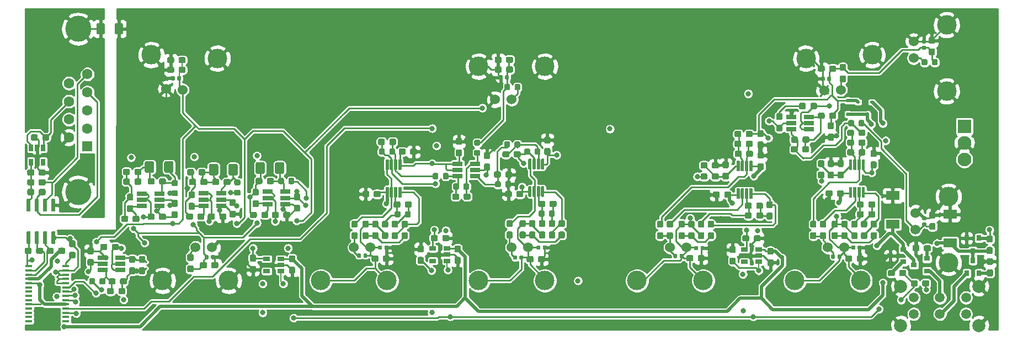
<source format=gbr>
G04 #@! TF.GenerationSoftware,KiCad,Pcbnew,(5.1.5)-3*
G04 #@! TF.CreationDate,2021-03-25T21:43:08+01:00*
G04 #@! TF.ProjectId,tiepieLCR,74696570-6965-44c4-9352-2e6b69636164,rev?*
G04 #@! TF.SameCoordinates,Original*
G04 #@! TF.FileFunction,Copper,L4,Bot*
G04 #@! TF.FilePolarity,Positive*
%FSLAX46Y46*%
G04 Gerber Fmt 4.6, Leading zero omitted, Abs format (unit mm)*
G04 Created by KiCad (PCBNEW (5.1.5)-3) date 2021-03-25 21:43:08*
%MOMM*%
%LPD*%
G04 APERTURE LIST*
%ADD10C,0.100000*%
%ADD11R,1.100000X0.400000*%
%ADD12R,0.650000X1.060000*%
%ADD13C,3.000000*%
%ADD14C,1.524000*%
%ADD15R,2.100000X2.100000*%
%ADD16C,2.100000*%
%ADD17R,1.600000X1.600000*%
%ADD18C,1.600000*%
%ADD19C,4.000000*%
%ADD20R,0.800000X0.900000*%
%ADD21R,0.900000X0.800000*%
%ADD22R,1.060000X0.650000*%
%ADD23R,1.560000X0.650000*%
%ADD24R,2.100000X1.400000*%
%ADD25R,0.450000X0.600000*%
%ADD26R,0.600000X0.450000*%
%ADD27C,2.000000*%
%ADD28C,1.500000*%
%ADD29C,0.800000*%
%ADD30C,0.250000*%
%ADD31C,0.500000*%
%ADD32C,0.150000*%
%ADD33C,0.254000*%
G04 APERTURE END LIST*
G04 #@! TA.AperFunction,SMDPad,CuDef*
D10*
G36*
X7035779Y-38301144D02*
G01*
X7058834Y-38304563D01*
X7081443Y-38310227D01*
X7103387Y-38318079D01*
X7124457Y-38328044D01*
X7144448Y-38340026D01*
X7163168Y-38353910D01*
X7180438Y-38369562D01*
X7196090Y-38386832D01*
X7209974Y-38405552D01*
X7221956Y-38425543D01*
X7231921Y-38446613D01*
X7239773Y-38468557D01*
X7245437Y-38491166D01*
X7248856Y-38514221D01*
X7250000Y-38537500D01*
X7250000Y-39112500D01*
X7248856Y-39135779D01*
X7245437Y-39158834D01*
X7239773Y-39181443D01*
X7231921Y-39203387D01*
X7221956Y-39224457D01*
X7209974Y-39244448D01*
X7196090Y-39263168D01*
X7180438Y-39280438D01*
X7163168Y-39296090D01*
X7144448Y-39309974D01*
X7124457Y-39321956D01*
X7103387Y-39331921D01*
X7081443Y-39339773D01*
X7058834Y-39345437D01*
X7035779Y-39348856D01*
X7012500Y-39350000D01*
X6537500Y-39350000D01*
X6514221Y-39348856D01*
X6491166Y-39345437D01*
X6468557Y-39339773D01*
X6446613Y-39331921D01*
X6425543Y-39321956D01*
X6405552Y-39309974D01*
X6386832Y-39296090D01*
X6369562Y-39280438D01*
X6353910Y-39263168D01*
X6340026Y-39244448D01*
X6328044Y-39224457D01*
X6318079Y-39203387D01*
X6310227Y-39181443D01*
X6304563Y-39158834D01*
X6301144Y-39135779D01*
X6300000Y-39112500D01*
X6300000Y-38537500D01*
X6301144Y-38514221D01*
X6304563Y-38491166D01*
X6310227Y-38468557D01*
X6318079Y-38446613D01*
X6328044Y-38425543D01*
X6340026Y-38405552D01*
X6353910Y-38386832D01*
X6369562Y-38369562D01*
X6386832Y-38353910D01*
X6405552Y-38340026D01*
X6425543Y-38328044D01*
X6446613Y-38318079D01*
X6468557Y-38310227D01*
X6491166Y-38304563D01*
X6514221Y-38301144D01*
X6537500Y-38300000D01*
X7012500Y-38300000D01*
X7035779Y-38301144D01*
G37*
G04 #@! TD.AperFunction*
G04 #@! TA.AperFunction,SMDPad,CuDef*
G36*
X7035779Y-40051144D02*
G01*
X7058834Y-40054563D01*
X7081443Y-40060227D01*
X7103387Y-40068079D01*
X7124457Y-40078044D01*
X7144448Y-40090026D01*
X7163168Y-40103910D01*
X7180438Y-40119562D01*
X7196090Y-40136832D01*
X7209974Y-40155552D01*
X7221956Y-40175543D01*
X7231921Y-40196613D01*
X7239773Y-40218557D01*
X7245437Y-40241166D01*
X7248856Y-40264221D01*
X7250000Y-40287500D01*
X7250000Y-40862500D01*
X7248856Y-40885779D01*
X7245437Y-40908834D01*
X7239773Y-40931443D01*
X7231921Y-40953387D01*
X7221956Y-40974457D01*
X7209974Y-40994448D01*
X7196090Y-41013168D01*
X7180438Y-41030438D01*
X7163168Y-41046090D01*
X7144448Y-41059974D01*
X7124457Y-41071956D01*
X7103387Y-41081921D01*
X7081443Y-41089773D01*
X7058834Y-41095437D01*
X7035779Y-41098856D01*
X7012500Y-41100000D01*
X6537500Y-41100000D01*
X6514221Y-41098856D01*
X6491166Y-41095437D01*
X6468557Y-41089773D01*
X6446613Y-41081921D01*
X6425543Y-41071956D01*
X6405552Y-41059974D01*
X6386832Y-41046090D01*
X6369562Y-41030438D01*
X6353910Y-41013168D01*
X6340026Y-40994448D01*
X6328044Y-40974457D01*
X6318079Y-40953387D01*
X6310227Y-40931443D01*
X6304563Y-40908834D01*
X6301144Y-40885779D01*
X6300000Y-40862500D01*
X6300000Y-40287500D01*
X6301144Y-40264221D01*
X6304563Y-40241166D01*
X6310227Y-40218557D01*
X6318079Y-40196613D01*
X6328044Y-40175543D01*
X6340026Y-40155552D01*
X6353910Y-40136832D01*
X6369562Y-40119562D01*
X6386832Y-40103910D01*
X6405552Y-40090026D01*
X6425543Y-40078044D01*
X6446613Y-40068079D01*
X6468557Y-40060227D01*
X6491166Y-40054563D01*
X6514221Y-40051144D01*
X6537500Y-40050000D01*
X7012500Y-40050000D01*
X7035779Y-40051144D01*
G37*
G04 #@! TD.AperFunction*
G04 #@! TA.AperFunction,SMDPad,CuDef*
G36*
X70735779Y-20001144D02*
G01*
X70758834Y-20004563D01*
X70781443Y-20010227D01*
X70803387Y-20018079D01*
X70824457Y-20028044D01*
X70844448Y-20040026D01*
X70863168Y-20053910D01*
X70880438Y-20069562D01*
X70896090Y-20086832D01*
X70909974Y-20105552D01*
X70921956Y-20125543D01*
X70931921Y-20146613D01*
X70939773Y-20168557D01*
X70945437Y-20191166D01*
X70948856Y-20214221D01*
X70950000Y-20237500D01*
X70950000Y-20812500D01*
X70948856Y-20835779D01*
X70945437Y-20858834D01*
X70939773Y-20881443D01*
X70931921Y-20903387D01*
X70921956Y-20924457D01*
X70909974Y-20944448D01*
X70896090Y-20963168D01*
X70880438Y-20980438D01*
X70863168Y-20996090D01*
X70844448Y-21009974D01*
X70824457Y-21021956D01*
X70803387Y-21031921D01*
X70781443Y-21039773D01*
X70758834Y-21045437D01*
X70735779Y-21048856D01*
X70712500Y-21050000D01*
X70237500Y-21050000D01*
X70214221Y-21048856D01*
X70191166Y-21045437D01*
X70168557Y-21039773D01*
X70146613Y-21031921D01*
X70125543Y-21021956D01*
X70105552Y-21009974D01*
X70086832Y-20996090D01*
X70069562Y-20980438D01*
X70053910Y-20963168D01*
X70040026Y-20944448D01*
X70028044Y-20924457D01*
X70018079Y-20903387D01*
X70010227Y-20881443D01*
X70004563Y-20858834D01*
X70001144Y-20835779D01*
X70000000Y-20812500D01*
X70000000Y-20237500D01*
X70001144Y-20214221D01*
X70004563Y-20191166D01*
X70010227Y-20168557D01*
X70018079Y-20146613D01*
X70028044Y-20125543D01*
X70040026Y-20105552D01*
X70053910Y-20086832D01*
X70069562Y-20069562D01*
X70086832Y-20053910D01*
X70105552Y-20040026D01*
X70125543Y-20028044D01*
X70146613Y-20018079D01*
X70168557Y-20010227D01*
X70191166Y-20004563D01*
X70214221Y-20001144D01*
X70237500Y-20000000D01*
X70712500Y-20000000D01*
X70735779Y-20001144D01*
G37*
G04 #@! TD.AperFunction*
G04 #@! TA.AperFunction,SMDPad,CuDef*
G36*
X70735779Y-21751144D02*
G01*
X70758834Y-21754563D01*
X70781443Y-21760227D01*
X70803387Y-21768079D01*
X70824457Y-21778044D01*
X70844448Y-21790026D01*
X70863168Y-21803910D01*
X70880438Y-21819562D01*
X70896090Y-21836832D01*
X70909974Y-21855552D01*
X70921956Y-21875543D01*
X70931921Y-21896613D01*
X70939773Y-21918557D01*
X70945437Y-21941166D01*
X70948856Y-21964221D01*
X70950000Y-21987500D01*
X70950000Y-22562500D01*
X70948856Y-22585779D01*
X70945437Y-22608834D01*
X70939773Y-22631443D01*
X70931921Y-22653387D01*
X70921956Y-22674457D01*
X70909974Y-22694448D01*
X70896090Y-22713168D01*
X70880438Y-22730438D01*
X70863168Y-22746090D01*
X70844448Y-22759974D01*
X70824457Y-22771956D01*
X70803387Y-22781921D01*
X70781443Y-22789773D01*
X70758834Y-22795437D01*
X70735779Y-22798856D01*
X70712500Y-22800000D01*
X70237500Y-22800000D01*
X70214221Y-22798856D01*
X70191166Y-22795437D01*
X70168557Y-22789773D01*
X70146613Y-22781921D01*
X70125543Y-22771956D01*
X70105552Y-22759974D01*
X70086832Y-22746090D01*
X70069562Y-22730438D01*
X70053910Y-22713168D01*
X70040026Y-22694448D01*
X70028044Y-22674457D01*
X70018079Y-22653387D01*
X70010227Y-22631443D01*
X70004563Y-22608834D01*
X70001144Y-22585779D01*
X70000000Y-22562500D01*
X70000000Y-21987500D01*
X70001144Y-21964221D01*
X70004563Y-21941166D01*
X70010227Y-21918557D01*
X70018079Y-21896613D01*
X70028044Y-21875543D01*
X70040026Y-21855552D01*
X70053910Y-21836832D01*
X70069562Y-21819562D01*
X70086832Y-21803910D01*
X70105552Y-21790026D01*
X70125543Y-21778044D01*
X70146613Y-21768079D01*
X70168557Y-21760227D01*
X70191166Y-21754563D01*
X70214221Y-21751144D01*
X70237500Y-21750000D01*
X70712500Y-21750000D01*
X70735779Y-21751144D01*
G37*
G04 #@! TD.AperFunction*
G04 #@! TA.AperFunction,SMDPad,CuDef*
G36*
X72935779Y-34551144D02*
G01*
X72958834Y-34554563D01*
X72981443Y-34560227D01*
X73003387Y-34568079D01*
X73024457Y-34578044D01*
X73044448Y-34590026D01*
X73063168Y-34603910D01*
X73080438Y-34619562D01*
X73096090Y-34636832D01*
X73109974Y-34655552D01*
X73121956Y-34675543D01*
X73131921Y-34696613D01*
X73139773Y-34718557D01*
X73145437Y-34741166D01*
X73148856Y-34764221D01*
X73150000Y-34787500D01*
X73150000Y-35362500D01*
X73148856Y-35385779D01*
X73145437Y-35408834D01*
X73139773Y-35431443D01*
X73131921Y-35453387D01*
X73121956Y-35474457D01*
X73109974Y-35494448D01*
X73096090Y-35513168D01*
X73080438Y-35530438D01*
X73063168Y-35546090D01*
X73044448Y-35559974D01*
X73024457Y-35571956D01*
X73003387Y-35581921D01*
X72981443Y-35589773D01*
X72958834Y-35595437D01*
X72935779Y-35598856D01*
X72912500Y-35600000D01*
X72437500Y-35600000D01*
X72414221Y-35598856D01*
X72391166Y-35595437D01*
X72368557Y-35589773D01*
X72346613Y-35581921D01*
X72325543Y-35571956D01*
X72305552Y-35559974D01*
X72286832Y-35546090D01*
X72269562Y-35530438D01*
X72253910Y-35513168D01*
X72240026Y-35494448D01*
X72228044Y-35474457D01*
X72218079Y-35453387D01*
X72210227Y-35431443D01*
X72204563Y-35408834D01*
X72201144Y-35385779D01*
X72200000Y-35362500D01*
X72200000Y-34787500D01*
X72201144Y-34764221D01*
X72204563Y-34741166D01*
X72210227Y-34718557D01*
X72218079Y-34696613D01*
X72228044Y-34675543D01*
X72240026Y-34655552D01*
X72253910Y-34636832D01*
X72269562Y-34619562D01*
X72286832Y-34603910D01*
X72305552Y-34590026D01*
X72325543Y-34578044D01*
X72346613Y-34568079D01*
X72368557Y-34560227D01*
X72391166Y-34554563D01*
X72414221Y-34551144D01*
X72437500Y-34550000D01*
X72912500Y-34550000D01*
X72935779Y-34551144D01*
G37*
G04 #@! TD.AperFunction*
G04 #@! TA.AperFunction,SMDPad,CuDef*
G36*
X72935779Y-32801144D02*
G01*
X72958834Y-32804563D01*
X72981443Y-32810227D01*
X73003387Y-32818079D01*
X73024457Y-32828044D01*
X73044448Y-32840026D01*
X73063168Y-32853910D01*
X73080438Y-32869562D01*
X73096090Y-32886832D01*
X73109974Y-32905552D01*
X73121956Y-32925543D01*
X73131921Y-32946613D01*
X73139773Y-32968557D01*
X73145437Y-32991166D01*
X73148856Y-33014221D01*
X73150000Y-33037500D01*
X73150000Y-33612500D01*
X73148856Y-33635779D01*
X73145437Y-33658834D01*
X73139773Y-33681443D01*
X73131921Y-33703387D01*
X73121956Y-33724457D01*
X73109974Y-33744448D01*
X73096090Y-33763168D01*
X73080438Y-33780438D01*
X73063168Y-33796090D01*
X73044448Y-33809974D01*
X73024457Y-33821956D01*
X73003387Y-33831921D01*
X72981443Y-33839773D01*
X72958834Y-33845437D01*
X72935779Y-33848856D01*
X72912500Y-33850000D01*
X72437500Y-33850000D01*
X72414221Y-33848856D01*
X72391166Y-33845437D01*
X72368557Y-33839773D01*
X72346613Y-33831921D01*
X72325543Y-33821956D01*
X72305552Y-33809974D01*
X72286832Y-33796090D01*
X72269562Y-33780438D01*
X72253910Y-33763168D01*
X72240026Y-33744448D01*
X72228044Y-33724457D01*
X72218079Y-33703387D01*
X72210227Y-33681443D01*
X72204563Y-33658834D01*
X72201144Y-33635779D01*
X72200000Y-33612500D01*
X72200000Y-33037500D01*
X72201144Y-33014221D01*
X72204563Y-32991166D01*
X72210227Y-32968557D01*
X72218079Y-32946613D01*
X72228044Y-32925543D01*
X72240026Y-32905552D01*
X72253910Y-32886832D01*
X72269562Y-32869562D01*
X72286832Y-32853910D01*
X72305552Y-32840026D01*
X72325543Y-32828044D01*
X72346613Y-32818079D01*
X72368557Y-32810227D01*
X72391166Y-32804563D01*
X72414221Y-32801144D01*
X72437500Y-32800000D01*
X72912500Y-32800000D01*
X72935779Y-32801144D01*
G37*
G04 #@! TD.AperFunction*
G04 #@! TA.AperFunction,SMDPad,CuDef*
G36*
X69827691Y-31326053D02*
G01*
X69848926Y-31329203D01*
X69869750Y-31334419D01*
X69889962Y-31341651D01*
X69909368Y-31350830D01*
X69927781Y-31361866D01*
X69945024Y-31374654D01*
X69960930Y-31389070D01*
X69975346Y-31404976D01*
X69988134Y-31422219D01*
X69999170Y-31440632D01*
X70008349Y-31460038D01*
X70015581Y-31480250D01*
X70020797Y-31501074D01*
X70023947Y-31522309D01*
X70025000Y-31543750D01*
X70025000Y-32056250D01*
X70023947Y-32077691D01*
X70020797Y-32098926D01*
X70015581Y-32119750D01*
X70008349Y-32139962D01*
X69999170Y-32159368D01*
X69988134Y-32177781D01*
X69975346Y-32195024D01*
X69960930Y-32210930D01*
X69945024Y-32225346D01*
X69927781Y-32238134D01*
X69909368Y-32249170D01*
X69889962Y-32258349D01*
X69869750Y-32265581D01*
X69848926Y-32270797D01*
X69827691Y-32273947D01*
X69806250Y-32275000D01*
X69368750Y-32275000D01*
X69347309Y-32273947D01*
X69326074Y-32270797D01*
X69305250Y-32265581D01*
X69285038Y-32258349D01*
X69265632Y-32249170D01*
X69247219Y-32238134D01*
X69229976Y-32225346D01*
X69214070Y-32210930D01*
X69199654Y-32195024D01*
X69186866Y-32177781D01*
X69175830Y-32159368D01*
X69166651Y-32139962D01*
X69159419Y-32119750D01*
X69154203Y-32098926D01*
X69151053Y-32077691D01*
X69150000Y-32056250D01*
X69150000Y-31543750D01*
X69151053Y-31522309D01*
X69154203Y-31501074D01*
X69159419Y-31480250D01*
X69166651Y-31460038D01*
X69175830Y-31440632D01*
X69186866Y-31422219D01*
X69199654Y-31404976D01*
X69214070Y-31389070D01*
X69229976Y-31374654D01*
X69247219Y-31361866D01*
X69265632Y-31350830D01*
X69285038Y-31341651D01*
X69305250Y-31334419D01*
X69326074Y-31329203D01*
X69347309Y-31326053D01*
X69368750Y-31325000D01*
X69806250Y-31325000D01*
X69827691Y-31326053D01*
G37*
G04 #@! TD.AperFunction*
G04 #@! TA.AperFunction,SMDPad,CuDef*
G36*
X71402691Y-31326053D02*
G01*
X71423926Y-31329203D01*
X71444750Y-31334419D01*
X71464962Y-31341651D01*
X71484368Y-31350830D01*
X71502781Y-31361866D01*
X71520024Y-31374654D01*
X71535930Y-31389070D01*
X71550346Y-31404976D01*
X71563134Y-31422219D01*
X71574170Y-31440632D01*
X71583349Y-31460038D01*
X71590581Y-31480250D01*
X71595797Y-31501074D01*
X71598947Y-31522309D01*
X71600000Y-31543750D01*
X71600000Y-32056250D01*
X71598947Y-32077691D01*
X71595797Y-32098926D01*
X71590581Y-32119750D01*
X71583349Y-32139962D01*
X71574170Y-32159368D01*
X71563134Y-32177781D01*
X71550346Y-32195024D01*
X71535930Y-32210930D01*
X71520024Y-32225346D01*
X71502781Y-32238134D01*
X71484368Y-32249170D01*
X71464962Y-32258349D01*
X71444750Y-32265581D01*
X71423926Y-32270797D01*
X71402691Y-32273947D01*
X71381250Y-32275000D01*
X70943750Y-32275000D01*
X70922309Y-32273947D01*
X70901074Y-32270797D01*
X70880250Y-32265581D01*
X70860038Y-32258349D01*
X70840632Y-32249170D01*
X70822219Y-32238134D01*
X70804976Y-32225346D01*
X70789070Y-32210930D01*
X70774654Y-32195024D01*
X70761866Y-32177781D01*
X70750830Y-32159368D01*
X70741651Y-32139962D01*
X70734419Y-32119750D01*
X70729203Y-32098926D01*
X70726053Y-32077691D01*
X70725000Y-32056250D01*
X70725000Y-31543750D01*
X70726053Y-31522309D01*
X70729203Y-31501074D01*
X70734419Y-31480250D01*
X70741651Y-31460038D01*
X70750830Y-31440632D01*
X70761866Y-31422219D01*
X70774654Y-31404976D01*
X70789070Y-31389070D01*
X70804976Y-31374654D01*
X70822219Y-31361866D01*
X70840632Y-31350830D01*
X70860038Y-31341651D01*
X70880250Y-31334419D01*
X70901074Y-31329203D01*
X70922309Y-31326053D01*
X70943750Y-31325000D01*
X71381250Y-31325000D01*
X71402691Y-31326053D01*
G37*
G04 #@! TD.AperFunction*
G04 #@! TA.AperFunction,SMDPad,CuDef*
G36*
X96560779Y-23926144D02*
G01*
X96583834Y-23929563D01*
X96606443Y-23935227D01*
X96628387Y-23943079D01*
X96649457Y-23953044D01*
X96669448Y-23965026D01*
X96688168Y-23978910D01*
X96705438Y-23994562D01*
X96721090Y-24011832D01*
X96734974Y-24030552D01*
X96746956Y-24050543D01*
X96756921Y-24071613D01*
X96764773Y-24093557D01*
X96770437Y-24116166D01*
X96773856Y-24139221D01*
X96775000Y-24162500D01*
X96775000Y-24637500D01*
X96773856Y-24660779D01*
X96770437Y-24683834D01*
X96764773Y-24706443D01*
X96756921Y-24728387D01*
X96746956Y-24749457D01*
X96734974Y-24769448D01*
X96721090Y-24788168D01*
X96705438Y-24805438D01*
X96688168Y-24821090D01*
X96669448Y-24834974D01*
X96649457Y-24846956D01*
X96628387Y-24856921D01*
X96606443Y-24864773D01*
X96583834Y-24870437D01*
X96560779Y-24873856D01*
X96537500Y-24875000D01*
X95962500Y-24875000D01*
X95939221Y-24873856D01*
X95916166Y-24870437D01*
X95893557Y-24864773D01*
X95871613Y-24856921D01*
X95850543Y-24846956D01*
X95830552Y-24834974D01*
X95811832Y-24821090D01*
X95794562Y-24805438D01*
X95778910Y-24788168D01*
X95765026Y-24769448D01*
X95753044Y-24749457D01*
X95743079Y-24728387D01*
X95735227Y-24706443D01*
X95729563Y-24683834D01*
X95726144Y-24660779D01*
X95725000Y-24637500D01*
X95725000Y-24162500D01*
X95726144Y-24139221D01*
X95729563Y-24116166D01*
X95735227Y-24093557D01*
X95743079Y-24071613D01*
X95753044Y-24050543D01*
X95765026Y-24030552D01*
X95778910Y-24011832D01*
X95794562Y-23994562D01*
X95811832Y-23978910D01*
X95830552Y-23965026D01*
X95850543Y-23953044D01*
X95871613Y-23943079D01*
X95893557Y-23935227D01*
X95916166Y-23929563D01*
X95939221Y-23926144D01*
X95962500Y-23925000D01*
X96537500Y-23925000D01*
X96560779Y-23926144D01*
G37*
G04 #@! TD.AperFunction*
G04 #@! TA.AperFunction,SMDPad,CuDef*
G36*
X94810779Y-23926144D02*
G01*
X94833834Y-23929563D01*
X94856443Y-23935227D01*
X94878387Y-23943079D01*
X94899457Y-23953044D01*
X94919448Y-23965026D01*
X94938168Y-23978910D01*
X94955438Y-23994562D01*
X94971090Y-24011832D01*
X94984974Y-24030552D01*
X94996956Y-24050543D01*
X95006921Y-24071613D01*
X95014773Y-24093557D01*
X95020437Y-24116166D01*
X95023856Y-24139221D01*
X95025000Y-24162500D01*
X95025000Y-24637500D01*
X95023856Y-24660779D01*
X95020437Y-24683834D01*
X95014773Y-24706443D01*
X95006921Y-24728387D01*
X94996956Y-24749457D01*
X94984974Y-24769448D01*
X94971090Y-24788168D01*
X94955438Y-24805438D01*
X94938168Y-24821090D01*
X94919448Y-24834974D01*
X94899457Y-24846956D01*
X94878387Y-24856921D01*
X94856443Y-24864773D01*
X94833834Y-24870437D01*
X94810779Y-24873856D01*
X94787500Y-24875000D01*
X94212500Y-24875000D01*
X94189221Y-24873856D01*
X94166166Y-24870437D01*
X94143557Y-24864773D01*
X94121613Y-24856921D01*
X94100543Y-24846956D01*
X94080552Y-24834974D01*
X94061832Y-24821090D01*
X94044562Y-24805438D01*
X94028910Y-24788168D01*
X94015026Y-24769448D01*
X94003044Y-24749457D01*
X93993079Y-24728387D01*
X93985227Y-24706443D01*
X93979563Y-24683834D01*
X93976144Y-24660779D01*
X93975000Y-24637500D01*
X93975000Y-24162500D01*
X93976144Y-24139221D01*
X93979563Y-24116166D01*
X93985227Y-24093557D01*
X93993079Y-24071613D01*
X94003044Y-24050543D01*
X94015026Y-24030552D01*
X94028910Y-24011832D01*
X94044562Y-23994562D01*
X94061832Y-23978910D01*
X94080552Y-23965026D01*
X94100543Y-23953044D01*
X94121613Y-23943079D01*
X94143557Y-23935227D01*
X94166166Y-23929563D01*
X94189221Y-23926144D01*
X94212500Y-23925000D01*
X94787500Y-23925000D01*
X94810779Y-23926144D01*
G37*
G04 #@! TD.AperFunction*
G04 #@! TA.AperFunction,SMDPad,CuDef*
G36*
X48835779Y-34651144D02*
G01*
X48858834Y-34654563D01*
X48881443Y-34660227D01*
X48903387Y-34668079D01*
X48924457Y-34678044D01*
X48944448Y-34690026D01*
X48963168Y-34703910D01*
X48980438Y-34719562D01*
X48996090Y-34736832D01*
X49009974Y-34755552D01*
X49021956Y-34775543D01*
X49031921Y-34796613D01*
X49039773Y-34818557D01*
X49045437Y-34841166D01*
X49048856Y-34864221D01*
X49050000Y-34887500D01*
X49050000Y-35462500D01*
X49048856Y-35485779D01*
X49045437Y-35508834D01*
X49039773Y-35531443D01*
X49031921Y-35553387D01*
X49021956Y-35574457D01*
X49009974Y-35594448D01*
X48996090Y-35613168D01*
X48980438Y-35630438D01*
X48963168Y-35646090D01*
X48944448Y-35659974D01*
X48924457Y-35671956D01*
X48903387Y-35681921D01*
X48881443Y-35689773D01*
X48858834Y-35695437D01*
X48835779Y-35698856D01*
X48812500Y-35700000D01*
X48337500Y-35700000D01*
X48314221Y-35698856D01*
X48291166Y-35695437D01*
X48268557Y-35689773D01*
X48246613Y-35681921D01*
X48225543Y-35671956D01*
X48205552Y-35659974D01*
X48186832Y-35646090D01*
X48169562Y-35630438D01*
X48153910Y-35613168D01*
X48140026Y-35594448D01*
X48128044Y-35574457D01*
X48118079Y-35553387D01*
X48110227Y-35531443D01*
X48104563Y-35508834D01*
X48101144Y-35485779D01*
X48100000Y-35462500D01*
X48100000Y-34887500D01*
X48101144Y-34864221D01*
X48104563Y-34841166D01*
X48110227Y-34818557D01*
X48118079Y-34796613D01*
X48128044Y-34775543D01*
X48140026Y-34755552D01*
X48153910Y-34736832D01*
X48169562Y-34719562D01*
X48186832Y-34703910D01*
X48205552Y-34690026D01*
X48225543Y-34678044D01*
X48246613Y-34668079D01*
X48268557Y-34660227D01*
X48291166Y-34654563D01*
X48314221Y-34651144D01*
X48337500Y-34650000D01*
X48812500Y-34650000D01*
X48835779Y-34651144D01*
G37*
G04 #@! TD.AperFunction*
G04 #@! TA.AperFunction,SMDPad,CuDef*
G36*
X48835779Y-32901144D02*
G01*
X48858834Y-32904563D01*
X48881443Y-32910227D01*
X48903387Y-32918079D01*
X48924457Y-32928044D01*
X48944448Y-32940026D01*
X48963168Y-32953910D01*
X48980438Y-32969562D01*
X48996090Y-32986832D01*
X49009974Y-33005552D01*
X49021956Y-33025543D01*
X49031921Y-33046613D01*
X49039773Y-33068557D01*
X49045437Y-33091166D01*
X49048856Y-33114221D01*
X49050000Y-33137500D01*
X49050000Y-33712500D01*
X49048856Y-33735779D01*
X49045437Y-33758834D01*
X49039773Y-33781443D01*
X49031921Y-33803387D01*
X49021956Y-33824457D01*
X49009974Y-33844448D01*
X48996090Y-33863168D01*
X48980438Y-33880438D01*
X48963168Y-33896090D01*
X48944448Y-33909974D01*
X48924457Y-33921956D01*
X48903387Y-33931921D01*
X48881443Y-33939773D01*
X48858834Y-33945437D01*
X48835779Y-33948856D01*
X48812500Y-33950000D01*
X48337500Y-33950000D01*
X48314221Y-33948856D01*
X48291166Y-33945437D01*
X48268557Y-33939773D01*
X48246613Y-33931921D01*
X48225543Y-33921956D01*
X48205552Y-33909974D01*
X48186832Y-33896090D01*
X48169562Y-33880438D01*
X48153910Y-33863168D01*
X48140026Y-33844448D01*
X48128044Y-33824457D01*
X48118079Y-33803387D01*
X48110227Y-33781443D01*
X48104563Y-33758834D01*
X48101144Y-33735779D01*
X48100000Y-33712500D01*
X48100000Y-33137500D01*
X48101144Y-33114221D01*
X48104563Y-33091166D01*
X48110227Y-33068557D01*
X48118079Y-33046613D01*
X48128044Y-33025543D01*
X48140026Y-33005552D01*
X48153910Y-32986832D01*
X48169562Y-32969562D01*
X48186832Y-32953910D01*
X48205552Y-32940026D01*
X48225543Y-32928044D01*
X48246613Y-32918079D01*
X48268557Y-32910227D01*
X48291166Y-32904563D01*
X48314221Y-32901144D01*
X48337500Y-32900000D01*
X48812500Y-32900000D01*
X48835779Y-32901144D01*
G37*
G04 #@! TD.AperFunction*
D11*
X-3450000Y-39875000D03*
X-3450000Y-40525000D03*
X-3450000Y-41175000D03*
X-3450000Y-41825000D03*
X-3450000Y-42475000D03*
X-3450000Y-43125000D03*
X-3450000Y-43775000D03*
X-3450000Y-44425000D03*
X-3450000Y-45075000D03*
X-3450000Y-45725000D03*
X-3450000Y-46375000D03*
X-3450000Y-47025000D03*
X-3450000Y-47675000D03*
X-3450000Y-48325000D03*
X-9150000Y-48325000D03*
X-9150000Y-47675000D03*
X-9150000Y-47025000D03*
X-9150000Y-46375000D03*
X-9150000Y-45725000D03*
X-9150000Y-45075000D03*
X-9150000Y-44425000D03*
X-9150000Y-43775000D03*
X-9150000Y-43125000D03*
X-9150000Y-42475000D03*
X-9150000Y-41825000D03*
X-9150000Y-41175000D03*
X-9150000Y-40525000D03*
X-9150000Y-39875000D03*
D12*
X-8775000Y-23900000D03*
X-6875000Y-23900000D03*
X-6875000Y-21700000D03*
X-7825000Y-21700000D03*
X-8775000Y-21700000D03*
G04 #@! TA.AperFunction,SMDPad,CuDef*
D10*
G36*
X44660779Y-28326144D02*
G01*
X44683834Y-28329563D01*
X44706443Y-28335227D01*
X44728387Y-28343079D01*
X44749457Y-28353044D01*
X44769448Y-28365026D01*
X44788168Y-28378910D01*
X44805438Y-28394562D01*
X44821090Y-28411832D01*
X44834974Y-28430552D01*
X44846956Y-28450543D01*
X44856921Y-28471613D01*
X44864773Y-28493557D01*
X44870437Y-28516166D01*
X44873856Y-28539221D01*
X44875000Y-28562500D01*
X44875000Y-29037500D01*
X44873856Y-29060779D01*
X44870437Y-29083834D01*
X44864773Y-29106443D01*
X44856921Y-29128387D01*
X44846956Y-29149457D01*
X44834974Y-29169448D01*
X44821090Y-29188168D01*
X44805438Y-29205438D01*
X44788168Y-29221090D01*
X44769448Y-29234974D01*
X44749457Y-29246956D01*
X44728387Y-29256921D01*
X44706443Y-29264773D01*
X44683834Y-29270437D01*
X44660779Y-29273856D01*
X44637500Y-29275000D01*
X44062500Y-29275000D01*
X44039221Y-29273856D01*
X44016166Y-29270437D01*
X43993557Y-29264773D01*
X43971613Y-29256921D01*
X43950543Y-29246956D01*
X43930552Y-29234974D01*
X43911832Y-29221090D01*
X43894562Y-29205438D01*
X43878910Y-29188168D01*
X43865026Y-29169448D01*
X43853044Y-29149457D01*
X43843079Y-29128387D01*
X43835227Y-29106443D01*
X43829563Y-29083834D01*
X43826144Y-29060779D01*
X43825000Y-29037500D01*
X43825000Y-28562500D01*
X43826144Y-28539221D01*
X43829563Y-28516166D01*
X43835227Y-28493557D01*
X43843079Y-28471613D01*
X43853044Y-28450543D01*
X43865026Y-28430552D01*
X43878910Y-28411832D01*
X43894562Y-28394562D01*
X43911832Y-28378910D01*
X43930552Y-28365026D01*
X43950543Y-28353044D01*
X43971613Y-28343079D01*
X43993557Y-28335227D01*
X44016166Y-28329563D01*
X44039221Y-28326144D01*
X44062500Y-28325000D01*
X44637500Y-28325000D01*
X44660779Y-28326144D01*
G37*
G04 #@! TD.AperFunction*
G04 #@! TA.AperFunction,SMDPad,CuDef*
G36*
X42910779Y-28326144D02*
G01*
X42933834Y-28329563D01*
X42956443Y-28335227D01*
X42978387Y-28343079D01*
X42999457Y-28353044D01*
X43019448Y-28365026D01*
X43038168Y-28378910D01*
X43055438Y-28394562D01*
X43071090Y-28411832D01*
X43084974Y-28430552D01*
X43096956Y-28450543D01*
X43106921Y-28471613D01*
X43114773Y-28493557D01*
X43120437Y-28516166D01*
X43123856Y-28539221D01*
X43125000Y-28562500D01*
X43125000Y-29037500D01*
X43123856Y-29060779D01*
X43120437Y-29083834D01*
X43114773Y-29106443D01*
X43106921Y-29128387D01*
X43096956Y-29149457D01*
X43084974Y-29169448D01*
X43071090Y-29188168D01*
X43055438Y-29205438D01*
X43038168Y-29221090D01*
X43019448Y-29234974D01*
X42999457Y-29246956D01*
X42978387Y-29256921D01*
X42956443Y-29264773D01*
X42933834Y-29270437D01*
X42910779Y-29273856D01*
X42887500Y-29275000D01*
X42312500Y-29275000D01*
X42289221Y-29273856D01*
X42266166Y-29270437D01*
X42243557Y-29264773D01*
X42221613Y-29256921D01*
X42200543Y-29246956D01*
X42180552Y-29234974D01*
X42161832Y-29221090D01*
X42144562Y-29205438D01*
X42128910Y-29188168D01*
X42115026Y-29169448D01*
X42103044Y-29149457D01*
X42093079Y-29128387D01*
X42085227Y-29106443D01*
X42079563Y-29083834D01*
X42076144Y-29060779D01*
X42075000Y-29037500D01*
X42075000Y-28562500D01*
X42076144Y-28539221D01*
X42079563Y-28516166D01*
X42085227Y-28493557D01*
X42093079Y-28471613D01*
X42103044Y-28450543D01*
X42115026Y-28430552D01*
X42128910Y-28411832D01*
X42144562Y-28394562D01*
X42161832Y-28378910D01*
X42180552Y-28365026D01*
X42200543Y-28353044D01*
X42221613Y-28343079D01*
X42243557Y-28335227D01*
X42266166Y-28329563D01*
X42289221Y-28326144D01*
X42312500Y-28325000D01*
X42887500Y-28325000D01*
X42910779Y-28326144D01*
G37*
G04 #@! TD.AperFunction*
D13*
X19838905Y-7992829D03*
X9692829Y-7461095D03*
D14*
X11963481Y-12667067D03*
X14500000Y-12800000D03*
D13*
X132030000Y-39330000D03*
X132030000Y-29170000D03*
D14*
X126950000Y-31710000D03*
X126950000Y-34250000D03*
X65000000Y-14300000D03*
X62460000Y-14300000D03*
D13*
X59920000Y-9220000D03*
X70080000Y-9220000D03*
G04 #@! TA.AperFunction,SMDPad,CuDef*
D10*
G36*
X12985779Y-9276144D02*
G01*
X13008834Y-9279563D01*
X13031443Y-9285227D01*
X13053387Y-9293079D01*
X13074457Y-9303044D01*
X13094448Y-9315026D01*
X13113168Y-9328910D01*
X13130438Y-9344562D01*
X13146090Y-9361832D01*
X13159974Y-9380552D01*
X13171956Y-9400543D01*
X13181921Y-9421613D01*
X13189773Y-9443557D01*
X13195437Y-9466166D01*
X13198856Y-9489221D01*
X13200000Y-9512500D01*
X13200000Y-9987500D01*
X13198856Y-10010779D01*
X13195437Y-10033834D01*
X13189773Y-10056443D01*
X13181921Y-10078387D01*
X13171956Y-10099457D01*
X13159974Y-10119448D01*
X13146090Y-10138168D01*
X13130438Y-10155438D01*
X13113168Y-10171090D01*
X13094448Y-10184974D01*
X13074457Y-10196956D01*
X13053387Y-10206921D01*
X13031443Y-10214773D01*
X13008834Y-10220437D01*
X12985779Y-10223856D01*
X12962500Y-10225000D01*
X12387500Y-10225000D01*
X12364221Y-10223856D01*
X12341166Y-10220437D01*
X12318557Y-10214773D01*
X12296613Y-10206921D01*
X12275543Y-10196956D01*
X12255552Y-10184974D01*
X12236832Y-10171090D01*
X12219562Y-10155438D01*
X12203910Y-10138168D01*
X12190026Y-10119448D01*
X12178044Y-10099457D01*
X12168079Y-10078387D01*
X12160227Y-10056443D01*
X12154563Y-10033834D01*
X12151144Y-10010779D01*
X12150000Y-9987500D01*
X12150000Y-9512500D01*
X12151144Y-9489221D01*
X12154563Y-9466166D01*
X12160227Y-9443557D01*
X12168079Y-9421613D01*
X12178044Y-9400543D01*
X12190026Y-9380552D01*
X12203910Y-9361832D01*
X12219562Y-9344562D01*
X12236832Y-9328910D01*
X12255552Y-9315026D01*
X12275543Y-9303044D01*
X12296613Y-9293079D01*
X12318557Y-9285227D01*
X12341166Y-9279563D01*
X12364221Y-9276144D01*
X12387500Y-9275000D01*
X12962500Y-9275000D01*
X12985779Y-9276144D01*
G37*
G04 #@! TD.AperFunction*
G04 #@! TA.AperFunction,SMDPad,CuDef*
G36*
X14735779Y-9276144D02*
G01*
X14758834Y-9279563D01*
X14781443Y-9285227D01*
X14803387Y-9293079D01*
X14824457Y-9303044D01*
X14844448Y-9315026D01*
X14863168Y-9328910D01*
X14880438Y-9344562D01*
X14896090Y-9361832D01*
X14909974Y-9380552D01*
X14921956Y-9400543D01*
X14931921Y-9421613D01*
X14939773Y-9443557D01*
X14945437Y-9466166D01*
X14948856Y-9489221D01*
X14950000Y-9512500D01*
X14950000Y-9987500D01*
X14948856Y-10010779D01*
X14945437Y-10033834D01*
X14939773Y-10056443D01*
X14931921Y-10078387D01*
X14921956Y-10099457D01*
X14909974Y-10119448D01*
X14896090Y-10138168D01*
X14880438Y-10155438D01*
X14863168Y-10171090D01*
X14844448Y-10184974D01*
X14824457Y-10196956D01*
X14803387Y-10206921D01*
X14781443Y-10214773D01*
X14758834Y-10220437D01*
X14735779Y-10223856D01*
X14712500Y-10225000D01*
X14137500Y-10225000D01*
X14114221Y-10223856D01*
X14091166Y-10220437D01*
X14068557Y-10214773D01*
X14046613Y-10206921D01*
X14025543Y-10196956D01*
X14005552Y-10184974D01*
X13986832Y-10171090D01*
X13969562Y-10155438D01*
X13953910Y-10138168D01*
X13940026Y-10119448D01*
X13928044Y-10099457D01*
X13918079Y-10078387D01*
X13910227Y-10056443D01*
X13904563Y-10033834D01*
X13901144Y-10010779D01*
X13900000Y-9987500D01*
X13900000Y-9512500D01*
X13901144Y-9489221D01*
X13904563Y-9466166D01*
X13910227Y-9443557D01*
X13918079Y-9421613D01*
X13928044Y-9400543D01*
X13940026Y-9380552D01*
X13953910Y-9361832D01*
X13969562Y-9344562D01*
X13986832Y-9328910D01*
X14005552Y-9315026D01*
X14025543Y-9303044D01*
X14046613Y-9293079D01*
X14068557Y-9285227D01*
X14091166Y-9279563D01*
X14114221Y-9276144D01*
X14137500Y-9275000D01*
X14712500Y-9275000D01*
X14735779Y-9276144D01*
G37*
G04 #@! TD.AperFunction*
G04 #@! TA.AperFunction,SMDPad,CuDef*
G36*
X-8489221Y-25026144D02*
G01*
X-8466166Y-25029563D01*
X-8443557Y-25035227D01*
X-8421613Y-25043079D01*
X-8400543Y-25053044D01*
X-8380552Y-25065026D01*
X-8361832Y-25078910D01*
X-8344562Y-25094562D01*
X-8328910Y-25111832D01*
X-8315026Y-25130552D01*
X-8303044Y-25150543D01*
X-8293079Y-25171613D01*
X-8285227Y-25193557D01*
X-8279563Y-25216166D01*
X-8276144Y-25239221D01*
X-8275000Y-25262500D01*
X-8275000Y-25737500D01*
X-8276144Y-25760779D01*
X-8279563Y-25783834D01*
X-8285227Y-25806443D01*
X-8293079Y-25828387D01*
X-8303044Y-25849457D01*
X-8315026Y-25869448D01*
X-8328910Y-25888168D01*
X-8344562Y-25905438D01*
X-8361832Y-25921090D01*
X-8380552Y-25934974D01*
X-8400543Y-25946956D01*
X-8421613Y-25956921D01*
X-8443557Y-25964773D01*
X-8466166Y-25970437D01*
X-8489221Y-25973856D01*
X-8512500Y-25975000D01*
X-9087500Y-25975000D01*
X-9110779Y-25973856D01*
X-9133834Y-25970437D01*
X-9156443Y-25964773D01*
X-9178387Y-25956921D01*
X-9199457Y-25946956D01*
X-9219448Y-25934974D01*
X-9238168Y-25921090D01*
X-9255438Y-25905438D01*
X-9271090Y-25888168D01*
X-9284974Y-25869448D01*
X-9296956Y-25849457D01*
X-9306921Y-25828387D01*
X-9314773Y-25806443D01*
X-9320437Y-25783834D01*
X-9323856Y-25760779D01*
X-9325000Y-25737500D01*
X-9325000Y-25262500D01*
X-9323856Y-25239221D01*
X-9320437Y-25216166D01*
X-9314773Y-25193557D01*
X-9306921Y-25171613D01*
X-9296956Y-25150543D01*
X-9284974Y-25130552D01*
X-9271090Y-25111832D01*
X-9255438Y-25094562D01*
X-9238168Y-25078910D01*
X-9219448Y-25065026D01*
X-9199457Y-25053044D01*
X-9178387Y-25043079D01*
X-9156443Y-25035227D01*
X-9133834Y-25029563D01*
X-9110779Y-25026144D01*
X-9087500Y-25025000D01*
X-8512500Y-25025000D01*
X-8489221Y-25026144D01*
G37*
G04 #@! TD.AperFunction*
G04 #@! TA.AperFunction,SMDPad,CuDef*
G36*
X-6739221Y-25026144D02*
G01*
X-6716166Y-25029563D01*
X-6693557Y-25035227D01*
X-6671613Y-25043079D01*
X-6650543Y-25053044D01*
X-6630552Y-25065026D01*
X-6611832Y-25078910D01*
X-6594562Y-25094562D01*
X-6578910Y-25111832D01*
X-6565026Y-25130552D01*
X-6553044Y-25150543D01*
X-6543079Y-25171613D01*
X-6535227Y-25193557D01*
X-6529563Y-25216166D01*
X-6526144Y-25239221D01*
X-6525000Y-25262500D01*
X-6525000Y-25737500D01*
X-6526144Y-25760779D01*
X-6529563Y-25783834D01*
X-6535227Y-25806443D01*
X-6543079Y-25828387D01*
X-6553044Y-25849457D01*
X-6565026Y-25869448D01*
X-6578910Y-25888168D01*
X-6594562Y-25905438D01*
X-6611832Y-25921090D01*
X-6630552Y-25934974D01*
X-6650543Y-25946956D01*
X-6671613Y-25956921D01*
X-6693557Y-25964773D01*
X-6716166Y-25970437D01*
X-6739221Y-25973856D01*
X-6762500Y-25975000D01*
X-7337500Y-25975000D01*
X-7360779Y-25973856D01*
X-7383834Y-25970437D01*
X-7406443Y-25964773D01*
X-7428387Y-25956921D01*
X-7449457Y-25946956D01*
X-7469448Y-25934974D01*
X-7488168Y-25921090D01*
X-7505438Y-25905438D01*
X-7521090Y-25888168D01*
X-7534974Y-25869448D01*
X-7546956Y-25849457D01*
X-7556921Y-25828387D01*
X-7564773Y-25806443D01*
X-7570437Y-25783834D01*
X-7573856Y-25760779D01*
X-7575000Y-25737500D01*
X-7575000Y-25262500D01*
X-7573856Y-25239221D01*
X-7570437Y-25216166D01*
X-7564773Y-25193557D01*
X-7556921Y-25171613D01*
X-7546956Y-25150543D01*
X-7534974Y-25130552D01*
X-7521090Y-25111832D01*
X-7505438Y-25094562D01*
X-7488168Y-25078910D01*
X-7469448Y-25065026D01*
X-7449457Y-25053044D01*
X-7428387Y-25043079D01*
X-7406443Y-25035227D01*
X-7383834Y-25029563D01*
X-7360779Y-25026144D01*
X-7337500Y-25025000D01*
X-6762500Y-25025000D01*
X-6739221Y-25026144D01*
G37*
G04 #@! TD.AperFunction*
G04 #@! TA.AperFunction,SMDPad,CuDef*
G36*
X-6189221Y-19651144D02*
G01*
X-6166166Y-19654563D01*
X-6143557Y-19660227D01*
X-6121613Y-19668079D01*
X-6100543Y-19678044D01*
X-6080552Y-19690026D01*
X-6061832Y-19703910D01*
X-6044562Y-19719562D01*
X-6028910Y-19736832D01*
X-6015026Y-19755552D01*
X-6003044Y-19775543D01*
X-5993079Y-19796613D01*
X-5985227Y-19818557D01*
X-5979563Y-19841166D01*
X-5976144Y-19864221D01*
X-5975000Y-19887500D01*
X-5975000Y-20362500D01*
X-5976144Y-20385779D01*
X-5979563Y-20408834D01*
X-5985227Y-20431443D01*
X-5993079Y-20453387D01*
X-6003044Y-20474457D01*
X-6015026Y-20494448D01*
X-6028910Y-20513168D01*
X-6044562Y-20530438D01*
X-6061832Y-20546090D01*
X-6080552Y-20559974D01*
X-6100543Y-20571956D01*
X-6121613Y-20581921D01*
X-6143557Y-20589773D01*
X-6166166Y-20595437D01*
X-6189221Y-20598856D01*
X-6212500Y-20600000D01*
X-6787500Y-20600000D01*
X-6810779Y-20598856D01*
X-6833834Y-20595437D01*
X-6856443Y-20589773D01*
X-6878387Y-20581921D01*
X-6899457Y-20571956D01*
X-6919448Y-20559974D01*
X-6938168Y-20546090D01*
X-6955438Y-20530438D01*
X-6971090Y-20513168D01*
X-6984974Y-20494448D01*
X-6996956Y-20474457D01*
X-7006921Y-20453387D01*
X-7014773Y-20431443D01*
X-7020437Y-20408834D01*
X-7023856Y-20385779D01*
X-7025000Y-20362500D01*
X-7025000Y-19887500D01*
X-7023856Y-19864221D01*
X-7020437Y-19841166D01*
X-7014773Y-19818557D01*
X-7006921Y-19796613D01*
X-6996956Y-19775543D01*
X-6984974Y-19755552D01*
X-6971090Y-19736832D01*
X-6955438Y-19719562D01*
X-6938168Y-19703910D01*
X-6919448Y-19690026D01*
X-6899457Y-19678044D01*
X-6878387Y-19668079D01*
X-6856443Y-19660227D01*
X-6833834Y-19654563D01*
X-6810779Y-19651144D01*
X-6787500Y-19650000D01*
X-6212500Y-19650000D01*
X-6189221Y-19651144D01*
G37*
G04 #@! TD.AperFunction*
G04 #@! TA.AperFunction,SMDPad,CuDef*
G36*
X-7939221Y-19651144D02*
G01*
X-7916166Y-19654563D01*
X-7893557Y-19660227D01*
X-7871613Y-19668079D01*
X-7850543Y-19678044D01*
X-7830552Y-19690026D01*
X-7811832Y-19703910D01*
X-7794562Y-19719562D01*
X-7778910Y-19736832D01*
X-7765026Y-19755552D01*
X-7753044Y-19775543D01*
X-7743079Y-19796613D01*
X-7735227Y-19818557D01*
X-7729563Y-19841166D01*
X-7726144Y-19864221D01*
X-7725000Y-19887500D01*
X-7725000Y-20362500D01*
X-7726144Y-20385779D01*
X-7729563Y-20408834D01*
X-7735227Y-20431443D01*
X-7743079Y-20453387D01*
X-7753044Y-20474457D01*
X-7765026Y-20494448D01*
X-7778910Y-20513168D01*
X-7794562Y-20530438D01*
X-7811832Y-20546090D01*
X-7830552Y-20559974D01*
X-7850543Y-20571956D01*
X-7871613Y-20581921D01*
X-7893557Y-20589773D01*
X-7916166Y-20595437D01*
X-7939221Y-20598856D01*
X-7962500Y-20600000D01*
X-8537500Y-20600000D01*
X-8560779Y-20598856D01*
X-8583834Y-20595437D01*
X-8606443Y-20589773D01*
X-8628387Y-20581921D01*
X-8649457Y-20571956D01*
X-8669448Y-20559974D01*
X-8688168Y-20546090D01*
X-8705438Y-20530438D01*
X-8721090Y-20513168D01*
X-8734974Y-20494448D01*
X-8746956Y-20474457D01*
X-8756921Y-20453387D01*
X-8764773Y-20431443D01*
X-8770437Y-20408834D01*
X-8773856Y-20385779D01*
X-8775000Y-20362500D01*
X-8775000Y-19887500D01*
X-8773856Y-19864221D01*
X-8770437Y-19841166D01*
X-8764773Y-19818557D01*
X-8756921Y-19796613D01*
X-8746956Y-19775543D01*
X-8734974Y-19755552D01*
X-8721090Y-19736832D01*
X-8705438Y-19719562D01*
X-8688168Y-19703910D01*
X-8669448Y-19690026D01*
X-8649457Y-19678044D01*
X-8628387Y-19668079D01*
X-8606443Y-19660227D01*
X-8583834Y-19654563D01*
X-8560779Y-19651144D01*
X-8537500Y-19650000D01*
X-7962500Y-19650000D01*
X-7939221Y-19651144D01*
G37*
G04 #@! TD.AperFunction*
G04 #@! TA.AperFunction,SMDPad,CuDef*
G36*
X46085779Y-38226144D02*
G01*
X46108834Y-38229563D01*
X46131443Y-38235227D01*
X46153387Y-38243079D01*
X46174457Y-38253044D01*
X46194448Y-38265026D01*
X46213168Y-38278910D01*
X46230438Y-38294562D01*
X46246090Y-38311832D01*
X46259974Y-38330552D01*
X46271956Y-38350543D01*
X46281921Y-38371613D01*
X46289773Y-38393557D01*
X46295437Y-38416166D01*
X46298856Y-38439221D01*
X46300000Y-38462500D01*
X46300000Y-38937500D01*
X46298856Y-38960779D01*
X46295437Y-38983834D01*
X46289773Y-39006443D01*
X46281921Y-39028387D01*
X46271956Y-39049457D01*
X46259974Y-39069448D01*
X46246090Y-39088168D01*
X46230438Y-39105438D01*
X46213168Y-39121090D01*
X46194448Y-39134974D01*
X46174457Y-39146956D01*
X46153387Y-39156921D01*
X46131443Y-39164773D01*
X46108834Y-39170437D01*
X46085779Y-39173856D01*
X46062500Y-39175000D01*
X45487500Y-39175000D01*
X45464221Y-39173856D01*
X45441166Y-39170437D01*
X45418557Y-39164773D01*
X45396613Y-39156921D01*
X45375543Y-39146956D01*
X45355552Y-39134974D01*
X45336832Y-39121090D01*
X45319562Y-39105438D01*
X45303910Y-39088168D01*
X45290026Y-39069448D01*
X45278044Y-39049457D01*
X45268079Y-39028387D01*
X45260227Y-39006443D01*
X45254563Y-38983834D01*
X45251144Y-38960779D01*
X45250000Y-38937500D01*
X45250000Y-38462500D01*
X45251144Y-38439221D01*
X45254563Y-38416166D01*
X45260227Y-38393557D01*
X45268079Y-38371613D01*
X45278044Y-38350543D01*
X45290026Y-38330552D01*
X45303910Y-38311832D01*
X45319562Y-38294562D01*
X45336832Y-38278910D01*
X45355552Y-38265026D01*
X45375543Y-38253044D01*
X45396613Y-38243079D01*
X45418557Y-38235227D01*
X45441166Y-38229563D01*
X45464221Y-38226144D01*
X45487500Y-38225000D01*
X46062500Y-38225000D01*
X46085779Y-38226144D01*
G37*
G04 #@! TD.AperFunction*
G04 #@! TA.AperFunction,SMDPad,CuDef*
G36*
X44335779Y-38226144D02*
G01*
X44358834Y-38229563D01*
X44381443Y-38235227D01*
X44403387Y-38243079D01*
X44424457Y-38253044D01*
X44444448Y-38265026D01*
X44463168Y-38278910D01*
X44480438Y-38294562D01*
X44496090Y-38311832D01*
X44509974Y-38330552D01*
X44521956Y-38350543D01*
X44531921Y-38371613D01*
X44539773Y-38393557D01*
X44545437Y-38416166D01*
X44548856Y-38439221D01*
X44550000Y-38462500D01*
X44550000Y-38937500D01*
X44548856Y-38960779D01*
X44545437Y-38983834D01*
X44539773Y-39006443D01*
X44531921Y-39028387D01*
X44521956Y-39049457D01*
X44509974Y-39069448D01*
X44496090Y-39088168D01*
X44480438Y-39105438D01*
X44463168Y-39121090D01*
X44444448Y-39134974D01*
X44424457Y-39146956D01*
X44403387Y-39156921D01*
X44381443Y-39164773D01*
X44358834Y-39170437D01*
X44335779Y-39173856D01*
X44312500Y-39175000D01*
X43737500Y-39175000D01*
X43714221Y-39173856D01*
X43691166Y-39170437D01*
X43668557Y-39164773D01*
X43646613Y-39156921D01*
X43625543Y-39146956D01*
X43605552Y-39134974D01*
X43586832Y-39121090D01*
X43569562Y-39105438D01*
X43553910Y-39088168D01*
X43540026Y-39069448D01*
X43528044Y-39049457D01*
X43518079Y-39028387D01*
X43510227Y-39006443D01*
X43504563Y-38983834D01*
X43501144Y-38960779D01*
X43500000Y-38937500D01*
X43500000Y-38462500D01*
X43501144Y-38439221D01*
X43504563Y-38416166D01*
X43510227Y-38393557D01*
X43518079Y-38371613D01*
X43528044Y-38350543D01*
X43540026Y-38330552D01*
X43553910Y-38311832D01*
X43569562Y-38294562D01*
X43586832Y-38278910D01*
X43605552Y-38265026D01*
X43625543Y-38253044D01*
X43646613Y-38243079D01*
X43668557Y-38235227D01*
X43691166Y-38229563D01*
X43714221Y-38226144D01*
X43737500Y-38225000D01*
X44312500Y-38225000D01*
X44335779Y-38226144D01*
G37*
G04 #@! TD.AperFunction*
G04 #@! TA.AperFunction,SMDPad,CuDef*
G36*
X69885779Y-38326144D02*
G01*
X69908834Y-38329563D01*
X69931443Y-38335227D01*
X69953387Y-38343079D01*
X69974457Y-38353044D01*
X69994448Y-38365026D01*
X70013168Y-38378910D01*
X70030438Y-38394562D01*
X70046090Y-38411832D01*
X70059974Y-38430552D01*
X70071956Y-38450543D01*
X70081921Y-38471613D01*
X70089773Y-38493557D01*
X70095437Y-38516166D01*
X70098856Y-38539221D01*
X70100000Y-38562500D01*
X70100000Y-39037500D01*
X70098856Y-39060779D01*
X70095437Y-39083834D01*
X70089773Y-39106443D01*
X70081921Y-39128387D01*
X70071956Y-39149457D01*
X70059974Y-39169448D01*
X70046090Y-39188168D01*
X70030438Y-39205438D01*
X70013168Y-39221090D01*
X69994448Y-39234974D01*
X69974457Y-39246956D01*
X69953387Y-39256921D01*
X69931443Y-39264773D01*
X69908834Y-39270437D01*
X69885779Y-39273856D01*
X69862500Y-39275000D01*
X69287500Y-39275000D01*
X69264221Y-39273856D01*
X69241166Y-39270437D01*
X69218557Y-39264773D01*
X69196613Y-39256921D01*
X69175543Y-39246956D01*
X69155552Y-39234974D01*
X69136832Y-39221090D01*
X69119562Y-39205438D01*
X69103910Y-39188168D01*
X69090026Y-39169448D01*
X69078044Y-39149457D01*
X69068079Y-39128387D01*
X69060227Y-39106443D01*
X69054563Y-39083834D01*
X69051144Y-39060779D01*
X69050000Y-39037500D01*
X69050000Y-38562500D01*
X69051144Y-38539221D01*
X69054563Y-38516166D01*
X69060227Y-38493557D01*
X69068079Y-38471613D01*
X69078044Y-38450543D01*
X69090026Y-38430552D01*
X69103910Y-38411832D01*
X69119562Y-38394562D01*
X69136832Y-38378910D01*
X69155552Y-38365026D01*
X69175543Y-38353044D01*
X69196613Y-38343079D01*
X69218557Y-38335227D01*
X69241166Y-38329563D01*
X69264221Y-38326144D01*
X69287500Y-38325000D01*
X69862500Y-38325000D01*
X69885779Y-38326144D01*
G37*
G04 #@! TD.AperFunction*
G04 #@! TA.AperFunction,SMDPad,CuDef*
G36*
X68135779Y-38326144D02*
G01*
X68158834Y-38329563D01*
X68181443Y-38335227D01*
X68203387Y-38343079D01*
X68224457Y-38353044D01*
X68244448Y-38365026D01*
X68263168Y-38378910D01*
X68280438Y-38394562D01*
X68296090Y-38411832D01*
X68309974Y-38430552D01*
X68321956Y-38450543D01*
X68331921Y-38471613D01*
X68339773Y-38493557D01*
X68345437Y-38516166D01*
X68348856Y-38539221D01*
X68350000Y-38562500D01*
X68350000Y-39037500D01*
X68348856Y-39060779D01*
X68345437Y-39083834D01*
X68339773Y-39106443D01*
X68331921Y-39128387D01*
X68321956Y-39149457D01*
X68309974Y-39169448D01*
X68296090Y-39188168D01*
X68280438Y-39205438D01*
X68263168Y-39221090D01*
X68244448Y-39234974D01*
X68224457Y-39246956D01*
X68203387Y-39256921D01*
X68181443Y-39264773D01*
X68158834Y-39270437D01*
X68135779Y-39273856D01*
X68112500Y-39275000D01*
X67537500Y-39275000D01*
X67514221Y-39273856D01*
X67491166Y-39270437D01*
X67468557Y-39264773D01*
X67446613Y-39256921D01*
X67425543Y-39246956D01*
X67405552Y-39234974D01*
X67386832Y-39221090D01*
X67369562Y-39205438D01*
X67353910Y-39188168D01*
X67340026Y-39169448D01*
X67328044Y-39149457D01*
X67318079Y-39128387D01*
X67310227Y-39106443D01*
X67304563Y-39083834D01*
X67301144Y-39060779D01*
X67300000Y-39037500D01*
X67300000Y-38562500D01*
X67301144Y-38539221D01*
X67304563Y-38516166D01*
X67310227Y-38493557D01*
X67318079Y-38471613D01*
X67328044Y-38450543D01*
X67340026Y-38430552D01*
X67353910Y-38411832D01*
X67369562Y-38394562D01*
X67386832Y-38378910D01*
X67405552Y-38365026D01*
X67425543Y-38353044D01*
X67446613Y-38343079D01*
X67468557Y-38335227D01*
X67491166Y-38329563D01*
X67514221Y-38326144D01*
X67537500Y-38325000D01*
X68112500Y-38325000D01*
X68135779Y-38326144D01*
G37*
G04 #@! TD.AperFunction*
G04 #@! TA.AperFunction,SMDPad,CuDef*
G36*
X44335779Y-34651144D02*
G01*
X44358834Y-34654563D01*
X44381443Y-34660227D01*
X44403387Y-34668079D01*
X44424457Y-34678044D01*
X44444448Y-34690026D01*
X44463168Y-34703910D01*
X44480438Y-34719562D01*
X44496090Y-34736832D01*
X44509974Y-34755552D01*
X44521956Y-34775543D01*
X44531921Y-34796613D01*
X44539773Y-34818557D01*
X44545437Y-34841166D01*
X44548856Y-34864221D01*
X44550000Y-34887500D01*
X44550000Y-35462500D01*
X44548856Y-35485779D01*
X44545437Y-35508834D01*
X44539773Y-35531443D01*
X44531921Y-35553387D01*
X44521956Y-35574457D01*
X44509974Y-35594448D01*
X44496090Y-35613168D01*
X44480438Y-35630438D01*
X44463168Y-35646090D01*
X44444448Y-35659974D01*
X44424457Y-35671956D01*
X44403387Y-35681921D01*
X44381443Y-35689773D01*
X44358834Y-35695437D01*
X44335779Y-35698856D01*
X44312500Y-35700000D01*
X43837500Y-35700000D01*
X43814221Y-35698856D01*
X43791166Y-35695437D01*
X43768557Y-35689773D01*
X43746613Y-35681921D01*
X43725543Y-35671956D01*
X43705552Y-35659974D01*
X43686832Y-35646090D01*
X43669562Y-35630438D01*
X43653910Y-35613168D01*
X43640026Y-35594448D01*
X43628044Y-35574457D01*
X43618079Y-35553387D01*
X43610227Y-35531443D01*
X43604563Y-35508834D01*
X43601144Y-35485779D01*
X43600000Y-35462500D01*
X43600000Y-34887500D01*
X43601144Y-34864221D01*
X43604563Y-34841166D01*
X43610227Y-34818557D01*
X43618079Y-34796613D01*
X43628044Y-34775543D01*
X43640026Y-34755552D01*
X43653910Y-34736832D01*
X43669562Y-34719562D01*
X43686832Y-34703910D01*
X43705552Y-34690026D01*
X43725543Y-34678044D01*
X43746613Y-34668079D01*
X43768557Y-34660227D01*
X43791166Y-34654563D01*
X43814221Y-34651144D01*
X43837500Y-34650000D01*
X44312500Y-34650000D01*
X44335779Y-34651144D01*
G37*
G04 #@! TD.AperFunction*
G04 #@! TA.AperFunction,SMDPad,CuDef*
G36*
X44335779Y-32901144D02*
G01*
X44358834Y-32904563D01*
X44381443Y-32910227D01*
X44403387Y-32918079D01*
X44424457Y-32928044D01*
X44444448Y-32940026D01*
X44463168Y-32953910D01*
X44480438Y-32969562D01*
X44496090Y-32986832D01*
X44509974Y-33005552D01*
X44521956Y-33025543D01*
X44531921Y-33046613D01*
X44539773Y-33068557D01*
X44545437Y-33091166D01*
X44548856Y-33114221D01*
X44550000Y-33137500D01*
X44550000Y-33712500D01*
X44548856Y-33735779D01*
X44545437Y-33758834D01*
X44539773Y-33781443D01*
X44531921Y-33803387D01*
X44521956Y-33824457D01*
X44509974Y-33844448D01*
X44496090Y-33863168D01*
X44480438Y-33880438D01*
X44463168Y-33896090D01*
X44444448Y-33909974D01*
X44424457Y-33921956D01*
X44403387Y-33931921D01*
X44381443Y-33939773D01*
X44358834Y-33945437D01*
X44335779Y-33948856D01*
X44312500Y-33950000D01*
X43837500Y-33950000D01*
X43814221Y-33948856D01*
X43791166Y-33945437D01*
X43768557Y-33939773D01*
X43746613Y-33931921D01*
X43725543Y-33921956D01*
X43705552Y-33909974D01*
X43686832Y-33896090D01*
X43669562Y-33880438D01*
X43653910Y-33863168D01*
X43640026Y-33844448D01*
X43628044Y-33824457D01*
X43618079Y-33803387D01*
X43610227Y-33781443D01*
X43604563Y-33758834D01*
X43601144Y-33735779D01*
X43600000Y-33712500D01*
X43600000Y-33137500D01*
X43601144Y-33114221D01*
X43604563Y-33091166D01*
X43610227Y-33068557D01*
X43618079Y-33046613D01*
X43628044Y-33025543D01*
X43640026Y-33005552D01*
X43653910Y-32986832D01*
X43669562Y-32969562D01*
X43686832Y-32953910D01*
X43705552Y-32940026D01*
X43725543Y-32928044D01*
X43746613Y-32918079D01*
X43768557Y-32910227D01*
X43791166Y-32904563D01*
X43814221Y-32901144D01*
X43837500Y-32900000D01*
X44312500Y-32900000D01*
X44335779Y-32901144D01*
G37*
G04 #@! TD.AperFunction*
G04 #@! TA.AperFunction,SMDPad,CuDef*
G36*
X68435779Y-32801144D02*
G01*
X68458834Y-32804563D01*
X68481443Y-32810227D01*
X68503387Y-32818079D01*
X68524457Y-32828044D01*
X68544448Y-32840026D01*
X68563168Y-32853910D01*
X68580438Y-32869562D01*
X68596090Y-32886832D01*
X68609974Y-32905552D01*
X68621956Y-32925543D01*
X68631921Y-32946613D01*
X68639773Y-32968557D01*
X68645437Y-32991166D01*
X68648856Y-33014221D01*
X68650000Y-33037500D01*
X68650000Y-33612500D01*
X68648856Y-33635779D01*
X68645437Y-33658834D01*
X68639773Y-33681443D01*
X68631921Y-33703387D01*
X68621956Y-33724457D01*
X68609974Y-33744448D01*
X68596090Y-33763168D01*
X68580438Y-33780438D01*
X68563168Y-33796090D01*
X68544448Y-33809974D01*
X68524457Y-33821956D01*
X68503387Y-33831921D01*
X68481443Y-33839773D01*
X68458834Y-33845437D01*
X68435779Y-33848856D01*
X68412500Y-33850000D01*
X67937500Y-33850000D01*
X67914221Y-33848856D01*
X67891166Y-33845437D01*
X67868557Y-33839773D01*
X67846613Y-33831921D01*
X67825543Y-33821956D01*
X67805552Y-33809974D01*
X67786832Y-33796090D01*
X67769562Y-33780438D01*
X67753910Y-33763168D01*
X67740026Y-33744448D01*
X67728044Y-33724457D01*
X67718079Y-33703387D01*
X67710227Y-33681443D01*
X67704563Y-33658834D01*
X67701144Y-33635779D01*
X67700000Y-33612500D01*
X67700000Y-33037500D01*
X67701144Y-33014221D01*
X67704563Y-32991166D01*
X67710227Y-32968557D01*
X67718079Y-32946613D01*
X67728044Y-32925543D01*
X67740026Y-32905552D01*
X67753910Y-32886832D01*
X67769562Y-32869562D01*
X67786832Y-32853910D01*
X67805552Y-32840026D01*
X67825543Y-32828044D01*
X67846613Y-32818079D01*
X67868557Y-32810227D01*
X67891166Y-32804563D01*
X67914221Y-32801144D01*
X67937500Y-32800000D01*
X68412500Y-32800000D01*
X68435779Y-32801144D01*
G37*
G04 #@! TD.AperFunction*
G04 #@! TA.AperFunction,SMDPad,CuDef*
G36*
X68435779Y-34551144D02*
G01*
X68458834Y-34554563D01*
X68481443Y-34560227D01*
X68503387Y-34568079D01*
X68524457Y-34578044D01*
X68544448Y-34590026D01*
X68563168Y-34603910D01*
X68580438Y-34619562D01*
X68596090Y-34636832D01*
X68609974Y-34655552D01*
X68621956Y-34675543D01*
X68631921Y-34696613D01*
X68639773Y-34718557D01*
X68645437Y-34741166D01*
X68648856Y-34764221D01*
X68650000Y-34787500D01*
X68650000Y-35362500D01*
X68648856Y-35385779D01*
X68645437Y-35408834D01*
X68639773Y-35431443D01*
X68631921Y-35453387D01*
X68621956Y-35474457D01*
X68609974Y-35494448D01*
X68596090Y-35513168D01*
X68580438Y-35530438D01*
X68563168Y-35546090D01*
X68544448Y-35559974D01*
X68524457Y-35571956D01*
X68503387Y-35581921D01*
X68481443Y-35589773D01*
X68458834Y-35595437D01*
X68435779Y-35598856D01*
X68412500Y-35600000D01*
X67937500Y-35600000D01*
X67914221Y-35598856D01*
X67891166Y-35595437D01*
X67868557Y-35589773D01*
X67846613Y-35581921D01*
X67825543Y-35571956D01*
X67805552Y-35559974D01*
X67786832Y-35546090D01*
X67769562Y-35530438D01*
X67753910Y-35513168D01*
X67740026Y-35494448D01*
X67728044Y-35474457D01*
X67718079Y-35453387D01*
X67710227Y-35431443D01*
X67704563Y-35408834D01*
X67701144Y-35385779D01*
X67700000Y-35362500D01*
X67700000Y-34787500D01*
X67701144Y-34764221D01*
X67704563Y-34741166D01*
X67710227Y-34718557D01*
X67718079Y-34696613D01*
X67728044Y-34675543D01*
X67740026Y-34655552D01*
X67753910Y-34636832D01*
X67769562Y-34619562D01*
X67786832Y-34603910D01*
X67805552Y-34590026D01*
X67825543Y-34578044D01*
X67846613Y-34568079D01*
X67868557Y-34560227D01*
X67891166Y-34554563D01*
X67914221Y-34551144D01*
X67937500Y-34550000D01*
X68412500Y-34550000D01*
X68435779Y-34551144D01*
G37*
G04 #@! TD.AperFunction*
G04 #@! TA.AperFunction,SMDPad,CuDef*
G36*
X71660779Y-29826144D02*
G01*
X71683834Y-29829563D01*
X71706443Y-29835227D01*
X71728387Y-29843079D01*
X71749457Y-29853044D01*
X71769448Y-29865026D01*
X71788168Y-29878910D01*
X71805438Y-29894562D01*
X71821090Y-29911832D01*
X71834974Y-29930552D01*
X71846956Y-29950543D01*
X71856921Y-29971613D01*
X71864773Y-29993557D01*
X71870437Y-30016166D01*
X71873856Y-30039221D01*
X71875000Y-30062500D01*
X71875000Y-30537500D01*
X71873856Y-30560779D01*
X71870437Y-30583834D01*
X71864773Y-30606443D01*
X71856921Y-30628387D01*
X71846956Y-30649457D01*
X71834974Y-30669448D01*
X71821090Y-30688168D01*
X71805438Y-30705438D01*
X71788168Y-30721090D01*
X71769448Y-30734974D01*
X71749457Y-30746956D01*
X71728387Y-30756921D01*
X71706443Y-30764773D01*
X71683834Y-30770437D01*
X71660779Y-30773856D01*
X71637500Y-30775000D01*
X71062500Y-30775000D01*
X71039221Y-30773856D01*
X71016166Y-30770437D01*
X70993557Y-30764773D01*
X70971613Y-30756921D01*
X70950543Y-30746956D01*
X70930552Y-30734974D01*
X70911832Y-30721090D01*
X70894562Y-30705438D01*
X70878910Y-30688168D01*
X70865026Y-30669448D01*
X70853044Y-30649457D01*
X70843079Y-30628387D01*
X70835227Y-30606443D01*
X70829563Y-30583834D01*
X70826144Y-30560779D01*
X70825000Y-30537500D01*
X70825000Y-30062500D01*
X70826144Y-30039221D01*
X70829563Y-30016166D01*
X70835227Y-29993557D01*
X70843079Y-29971613D01*
X70853044Y-29950543D01*
X70865026Y-29930552D01*
X70878910Y-29911832D01*
X70894562Y-29894562D01*
X70911832Y-29878910D01*
X70930552Y-29865026D01*
X70950543Y-29853044D01*
X70971613Y-29843079D01*
X70993557Y-29835227D01*
X71016166Y-29829563D01*
X71039221Y-29826144D01*
X71062500Y-29825000D01*
X71637500Y-29825000D01*
X71660779Y-29826144D01*
G37*
G04 #@! TD.AperFunction*
G04 #@! TA.AperFunction,SMDPad,CuDef*
G36*
X69910779Y-29826144D02*
G01*
X69933834Y-29829563D01*
X69956443Y-29835227D01*
X69978387Y-29843079D01*
X69999457Y-29853044D01*
X70019448Y-29865026D01*
X70038168Y-29878910D01*
X70055438Y-29894562D01*
X70071090Y-29911832D01*
X70084974Y-29930552D01*
X70096956Y-29950543D01*
X70106921Y-29971613D01*
X70114773Y-29993557D01*
X70120437Y-30016166D01*
X70123856Y-30039221D01*
X70125000Y-30062500D01*
X70125000Y-30537500D01*
X70123856Y-30560779D01*
X70120437Y-30583834D01*
X70114773Y-30606443D01*
X70106921Y-30628387D01*
X70096956Y-30649457D01*
X70084974Y-30669448D01*
X70071090Y-30688168D01*
X70055438Y-30705438D01*
X70038168Y-30721090D01*
X70019448Y-30734974D01*
X69999457Y-30746956D01*
X69978387Y-30756921D01*
X69956443Y-30764773D01*
X69933834Y-30770437D01*
X69910779Y-30773856D01*
X69887500Y-30775000D01*
X69312500Y-30775000D01*
X69289221Y-30773856D01*
X69266166Y-30770437D01*
X69243557Y-30764773D01*
X69221613Y-30756921D01*
X69200543Y-30746956D01*
X69180552Y-30734974D01*
X69161832Y-30721090D01*
X69144562Y-30705438D01*
X69128910Y-30688168D01*
X69115026Y-30669448D01*
X69103044Y-30649457D01*
X69093079Y-30628387D01*
X69085227Y-30606443D01*
X69079563Y-30583834D01*
X69076144Y-30560779D01*
X69075000Y-30537500D01*
X69075000Y-30062500D01*
X69076144Y-30039221D01*
X69079563Y-30016166D01*
X69085227Y-29993557D01*
X69093079Y-29971613D01*
X69103044Y-29950543D01*
X69115026Y-29930552D01*
X69128910Y-29911832D01*
X69144562Y-29894562D01*
X69161832Y-29878910D01*
X69180552Y-29865026D01*
X69200543Y-29853044D01*
X69221613Y-29843079D01*
X69243557Y-29835227D01*
X69266166Y-29829563D01*
X69289221Y-29826144D01*
X69312500Y-29825000D01*
X69887500Y-29825000D01*
X69910779Y-29826144D01*
G37*
G04 #@! TD.AperFunction*
G04 #@! TA.AperFunction,SMDPad,CuDef*
G36*
X56960779Y-38451144D02*
G01*
X56983834Y-38454563D01*
X57006443Y-38460227D01*
X57028387Y-38468079D01*
X57049457Y-38478044D01*
X57069448Y-38490026D01*
X57088168Y-38503910D01*
X57105438Y-38519562D01*
X57121090Y-38536832D01*
X57134974Y-38555552D01*
X57146956Y-38575543D01*
X57156921Y-38596613D01*
X57164773Y-38618557D01*
X57170437Y-38641166D01*
X57173856Y-38664221D01*
X57175000Y-38687500D01*
X57175000Y-39262500D01*
X57173856Y-39285779D01*
X57170437Y-39308834D01*
X57164773Y-39331443D01*
X57156921Y-39353387D01*
X57146956Y-39374457D01*
X57134974Y-39394448D01*
X57121090Y-39413168D01*
X57105438Y-39430438D01*
X57088168Y-39446090D01*
X57069448Y-39459974D01*
X57049457Y-39471956D01*
X57028387Y-39481921D01*
X57006443Y-39489773D01*
X56983834Y-39495437D01*
X56960779Y-39498856D01*
X56937500Y-39500000D01*
X56462500Y-39500000D01*
X56439221Y-39498856D01*
X56416166Y-39495437D01*
X56393557Y-39489773D01*
X56371613Y-39481921D01*
X56350543Y-39471956D01*
X56330552Y-39459974D01*
X56311832Y-39446090D01*
X56294562Y-39430438D01*
X56278910Y-39413168D01*
X56265026Y-39394448D01*
X56253044Y-39374457D01*
X56243079Y-39353387D01*
X56235227Y-39331443D01*
X56229563Y-39308834D01*
X56226144Y-39285779D01*
X56225000Y-39262500D01*
X56225000Y-38687500D01*
X56226144Y-38664221D01*
X56229563Y-38641166D01*
X56235227Y-38618557D01*
X56243079Y-38596613D01*
X56253044Y-38575543D01*
X56265026Y-38555552D01*
X56278910Y-38536832D01*
X56294562Y-38519562D01*
X56311832Y-38503910D01*
X56330552Y-38490026D01*
X56350543Y-38478044D01*
X56371613Y-38468079D01*
X56393557Y-38460227D01*
X56416166Y-38454563D01*
X56439221Y-38451144D01*
X56462500Y-38450000D01*
X56937500Y-38450000D01*
X56960779Y-38451144D01*
G37*
G04 #@! TD.AperFunction*
G04 #@! TA.AperFunction,SMDPad,CuDef*
G36*
X56960779Y-36701144D02*
G01*
X56983834Y-36704563D01*
X57006443Y-36710227D01*
X57028387Y-36718079D01*
X57049457Y-36728044D01*
X57069448Y-36740026D01*
X57088168Y-36753910D01*
X57105438Y-36769562D01*
X57121090Y-36786832D01*
X57134974Y-36805552D01*
X57146956Y-36825543D01*
X57156921Y-36846613D01*
X57164773Y-36868557D01*
X57170437Y-36891166D01*
X57173856Y-36914221D01*
X57175000Y-36937500D01*
X57175000Y-37512500D01*
X57173856Y-37535779D01*
X57170437Y-37558834D01*
X57164773Y-37581443D01*
X57156921Y-37603387D01*
X57146956Y-37624457D01*
X57134974Y-37644448D01*
X57121090Y-37663168D01*
X57105438Y-37680438D01*
X57088168Y-37696090D01*
X57069448Y-37709974D01*
X57049457Y-37721956D01*
X57028387Y-37731921D01*
X57006443Y-37739773D01*
X56983834Y-37745437D01*
X56960779Y-37748856D01*
X56937500Y-37750000D01*
X56462500Y-37750000D01*
X56439221Y-37748856D01*
X56416166Y-37745437D01*
X56393557Y-37739773D01*
X56371613Y-37731921D01*
X56350543Y-37721956D01*
X56330552Y-37709974D01*
X56311832Y-37696090D01*
X56294562Y-37680438D01*
X56278910Y-37663168D01*
X56265026Y-37644448D01*
X56253044Y-37624457D01*
X56243079Y-37603387D01*
X56235227Y-37581443D01*
X56229563Y-37558834D01*
X56226144Y-37535779D01*
X56225000Y-37512500D01*
X56225000Y-36937500D01*
X56226144Y-36914221D01*
X56229563Y-36891166D01*
X56235227Y-36868557D01*
X56243079Y-36846613D01*
X56253044Y-36825543D01*
X56265026Y-36805552D01*
X56278910Y-36786832D01*
X56294562Y-36769562D01*
X56311832Y-36753910D01*
X56330552Y-36740026D01*
X56350543Y-36728044D01*
X56371613Y-36718079D01*
X56393557Y-36710227D01*
X56416166Y-36704563D01*
X56439221Y-36701144D01*
X56462500Y-36700000D01*
X56937500Y-36700000D01*
X56960779Y-36701144D01*
G37*
G04 #@! TD.AperFunction*
G04 #@! TA.AperFunction,SMDPad,CuDef*
G36*
X64810779Y-28326144D02*
G01*
X64833834Y-28329563D01*
X64856443Y-28335227D01*
X64878387Y-28343079D01*
X64899457Y-28353044D01*
X64919448Y-28365026D01*
X64938168Y-28378910D01*
X64955438Y-28394562D01*
X64971090Y-28411832D01*
X64984974Y-28430552D01*
X64996956Y-28450543D01*
X65006921Y-28471613D01*
X65014773Y-28493557D01*
X65020437Y-28516166D01*
X65023856Y-28539221D01*
X65025000Y-28562500D01*
X65025000Y-29037500D01*
X65023856Y-29060779D01*
X65020437Y-29083834D01*
X65014773Y-29106443D01*
X65006921Y-29128387D01*
X64996956Y-29149457D01*
X64984974Y-29169448D01*
X64971090Y-29188168D01*
X64955438Y-29205438D01*
X64938168Y-29221090D01*
X64919448Y-29234974D01*
X64899457Y-29246956D01*
X64878387Y-29256921D01*
X64856443Y-29264773D01*
X64833834Y-29270437D01*
X64810779Y-29273856D01*
X64787500Y-29275000D01*
X64212500Y-29275000D01*
X64189221Y-29273856D01*
X64166166Y-29270437D01*
X64143557Y-29264773D01*
X64121613Y-29256921D01*
X64100543Y-29246956D01*
X64080552Y-29234974D01*
X64061832Y-29221090D01*
X64044562Y-29205438D01*
X64028910Y-29188168D01*
X64015026Y-29169448D01*
X64003044Y-29149457D01*
X63993079Y-29128387D01*
X63985227Y-29106443D01*
X63979563Y-29083834D01*
X63976144Y-29060779D01*
X63975000Y-29037500D01*
X63975000Y-28562500D01*
X63976144Y-28539221D01*
X63979563Y-28516166D01*
X63985227Y-28493557D01*
X63993079Y-28471613D01*
X64003044Y-28450543D01*
X64015026Y-28430552D01*
X64028910Y-28411832D01*
X64044562Y-28394562D01*
X64061832Y-28378910D01*
X64080552Y-28365026D01*
X64100543Y-28353044D01*
X64121613Y-28343079D01*
X64143557Y-28335227D01*
X64166166Y-28329563D01*
X64189221Y-28326144D01*
X64212500Y-28325000D01*
X64787500Y-28325000D01*
X64810779Y-28326144D01*
G37*
G04 #@! TD.AperFunction*
G04 #@! TA.AperFunction,SMDPad,CuDef*
G36*
X66560779Y-28326144D02*
G01*
X66583834Y-28329563D01*
X66606443Y-28335227D01*
X66628387Y-28343079D01*
X66649457Y-28353044D01*
X66669448Y-28365026D01*
X66688168Y-28378910D01*
X66705438Y-28394562D01*
X66721090Y-28411832D01*
X66734974Y-28430552D01*
X66746956Y-28450543D01*
X66756921Y-28471613D01*
X66764773Y-28493557D01*
X66770437Y-28516166D01*
X66773856Y-28539221D01*
X66775000Y-28562500D01*
X66775000Y-29037500D01*
X66773856Y-29060779D01*
X66770437Y-29083834D01*
X66764773Y-29106443D01*
X66756921Y-29128387D01*
X66746956Y-29149457D01*
X66734974Y-29169448D01*
X66721090Y-29188168D01*
X66705438Y-29205438D01*
X66688168Y-29221090D01*
X66669448Y-29234974D01*
X66649457Y-29246956D01*
X66628387Y-29256921D01*
X66606443Y-29264773D01*
X66583834Y-29270437D01*
X66560779Y-29273856D01*
X66537500Y-29275000D01*
X65962500Y-29275000D01*
X65939221Y-29273856D01*
X65916166Y-29270437D01*
X65893557Y-29264773D01*
X65871613Y-29256921D01*
X65850543Y-29246956D01*
X65830552Y-29234974D01*
X65811832Y-29221090D01*
X65794562Y-29205438D01*
X65778910Y-29188168D01*
X65765026Y-29169448D01*
X65753044Y-29149457D01*
X65743079Y-29128387D01*
X65735227Y-29106443D01*
X65729563Y-29083834D01*
X65726144Y-29060779D01*
X65725000Y-29037500D01*
X65725000Y-28562500D01*
X65726144Y-28539221D01*
X65729563Y-28516166D01*
X65735227Y-28493557D01*
X65743079Y-28471613D01*
X65753044Y-28450543D01*
X65765026Y-28430552D01*
X65778910Y-28411832D01*
X65794562Y-28394562D01*
X65811832Y-28378910D01*
X65830552Y-28365026D01*
X65850543Y-28353044D01*
X65871613Y-28343079D01*
X65893557Y-28335227D01*
X65916166Y-28329563D01*
X65939221Y-28326144D01*
X65962500Y-28325000D01*
X66537500Y-28325000D01*
X66560779Y-28326144D01*
G37*
G04 #@! TD.AperFunction*
G04 #@! TA.AperFunction,SMDPad,CuDef*
G36*
X53435779Y-35076144D02*
G01*
X53458834Y-35079563D01*
X53481443Y-35085227D01*
X53503387Y-35093079D01*
X53524457Y-35103044D01*
X53544448Y-35115026D01*
X53563168Y-35128910D01*
X53580438Y-35144562D01*
X53596090Y-35161832D01*
X53609974Y-35180552D01*
X53621956Y-35200543D01*
X53631921Y-35221613D01*
X53639773Y-35243557D01*
X53645437Y-35266166D01*
X53648856Y-35289221D01*
X53650000Y-35312500D01*
X53650000Y-35787500D01*
X53648856Y-35810779D01*
X53645437Y-35833834D01*
X53639773Y-35856443D01*
X53631921Y-35878387D01*
X53621956Y-35899457D01*
X53609974Y-35919448D01*
X53596090Y-35938168D01*
X53580438Y-35955438D01*
X53563168Y-35971090D01*
X53544448Y-35984974D01*
X53524457Y-35996956D01*
X53503387Y-36006921D01*
X53481443Y-36014773D01*
X53458834Y-36020437D01*
X53435779Y-36023856D01*
X53412500Y-36025000D01*
X52837500Y-36025000D01*
X52814221Y-36023856D01*
X52791166Y-36020437D01*
X52768557Y-36014773D01*
X52746613Y-36006921D01*
X52725543Y-35996956D01*
X52705552Y-35984974D01*
X52686832Y-35971090D01*
X52669562Y-35955438D01*
X52653910Y-35938168D01*
X52640026Y-35919448D01*
X52628044Y-35899457D01*
X52618079Y-35878387D01*
X52610227Y-35856443D01*
X52604563Y-35833834D01*
X52601144Y-35810779D01*
X52600000Y-35787500D01*
X52600000Y-35312500D01*
X52601144Y-35289221D01*
X52604563Y-35266166D01*
X52610227Y-35243557D01*
X52618079Y-35221613D01*
X52628044Y-35200543D01*
X52640026Y-35180552D01*
X52653910Y-35161832D01*
X52669562Y-35144562D01*
X52686832Y-35128910D01*
X52705552Y-35115026D01*
X52725543Y-35103044D01*
X52746613Y-35093079D01*
X52768557Y-35085227D01*
X52791166Y-35079563D01*
X52814221Y-35076144D01*
X52837500Y-35075000D01*
X53412500Y-35075000D01*
X53435779Y-35076144D01*
G37*
G04 #@! TD.AperFunction*
G04 #@! TA.AperFunction,SMDPad,CuDef*
G36*
X55185779Y-35076144D02*
G01*
X55208834Y-35079563D01*
X55231443Y-35085227D01*
X55253387Y-35093079D01*
X55274457Y-35103044D01*
X55294448Y-35115026D01*
X55313168Y-35128910D01*
X55330438Y-35144562D01*
X55346090Y-35161832D01*
X55359974Y-35180552D01*
X55371956Y-35200543D01*
X55381921Y-35221613D01*
X55389773Y-35243557D01*
X55395437Y-35266166D01*
X55398856Y-35289221D01*
X55400000Y-35312500D01*
X55400000Y-35787500D01*
X55398856Y-35810779D01*
X55395437Y-35833834D01*
X55389773Y-35856443D01*
X55381921Y-35878387D01*
X55371956Y-35899457D01*
X55359974Y-35919448D01*
X55346090Y-35938168D01*
X55330438Y-35955438D01*
X55313168Y-35971090D01*
X55294448Y-35984974D01*
X55274457Y-35996956D01*
X55253387Y-36006921D01*
X55231443Y-36014773D01*
X55208834Y-36020437D01*
X55185779Y-36023856D01*
X55162500Y-36025000D01*
X54587500Y-36025000D01*
X54564221Y-36023856D01*
X54541166Y-36020437D01*
X54518557Y-36014773D01*
X54496613Y-36006921D01*
X54475543Y-35996956D01*
X54455552Y-35984974D01*
X54436832Y-35971090D01*
X54419562Y-35955438D01*
X54403910Y-35938168D01*
X54390026Y-35919448D01*
X54378044Y-35899457D01*
X54368079Y-35878387D01*
X54360227Y-35856443D01*
X54354563Y-35833834D01*
X54351144Y-35810779D01*
X54350000Y-35787500D01*
X54350000Y-35312500D01*
X54351144Y-35289221D01*
X54354563Y-35266166D01*
X54360227Y-35243557D01*
X54368079Y-35221613D01*
X54378044Y-35200543D01*
X54390026Y-35180552D01*
X54403910Y-35161832D01*
X54419562Y-35144562D01*
X54436832Y-35128910D01*
X54455552Y-35115026D01*
X54475543Y-35103044D01*
X54496613Y-35093079D01*
X54518557Y-35085227D01*
X54541166Y-35079563D01*
X54564221Y-35076144D01*
X54587500Y-35075000D01*
X55162500Y-35075000D01*
X55185779Y-35076144D01*
G37*
G04 #@! TD.AperFunction*
G04 #@! TA.AperFunction,SMDPad,CuDef*
G36*
X50260779Y-21826144D02*
G01*
X50283834Y-21829563D01*
X50306443Y-21835227D01*
X50328387Y-21843079D01*
X50349457Y-21853044D01*
X50369448Y-21865026D01*
X50388168Y-21878910D01*
X50405438Y-21894562D01*
X50421090Y-21911832D01*
X50434974Y-21930552D01*
X50446956Y-21950543D01*
X50456921Y-21971613D01*
X50464773Y-21993557D01*
X50470437Y-22016166D01*
X50473856Y-22039221D01*
X50475000Y-22062500D01*
X50475000Y-22537500D01*
X50473856Y-22560779D01*
X50470437Y-22583834D01*
X50464773Y-22606443D01*
X50456921Y-22628387D01*
X50446956Y-22649457D01*
X50434974Y-22669448D01*
X50421090Y-22688168D01*
X50405438Y-22705438D01*
X50388168Y-22721090D01*
X50369448Y-22734974D01*
X50349457Y-22746956D01*
X50328387Y-22756921D01*
X50306443Y-22764773D01*
X50283834Y-22770437D01*
X50260779Y-22773856D01*
X50237500Y-22775000D01*
X49662500Y-22775000D01*
X49639221Y-22773856D01*
X49616166Y-22770437D01*
X49593557Y-22764773D01*
X49571613Y-22756921D01*
X49550543Y-22746956D01*
X49530552Y-22734974D01*
X49511832Y-22721090D01*
X49494562Y-22705438D01*
X49478910Y-22688168D01*
X49465026Y-22669448D01*
X49453044Y-22649457D01*
X49443079Y-22628387D01*
X49435227Y-22606443D01*
X49429563Y-22583834D01*
X49426144Y-22560779D01*
X49425000Y-22537500D01*
X49425000Y-22062500D01*
X49426144Y-22039221D01*
X49429563Y-22016166D01*
X49435227Y-21993557D01*
X49443079Y-21971613D01*
X49453044Y-21950543D01*
X49465026Y-21930552D01*
X49478910Y-21911832D01*
X49494562Y-21894562D01*
X49511832Y-21878910D01*
X49530552Y-21865026D01*
X49550543Y-21853044D01*
X49571613Y-21843079D01*
X49593557Y-21835227D01*
X49616166Y-21829563D01*
X49639221Y-21826144D01*
X49662500Y-21825000D01*
X50237500Y-21825000D01*
X50260779Y-21826144D01*
G37*
G04 #@! TD.AperFunction*
G04 #@! TA.AperFunction,SMDPad,CuDef*
G36*
X48510779Y-21826144D02*
G01*
X48533834Y-21829563D01*
X48556443Y-21835227D01*
X48578387Y-21843079D01*
X48599457Y-21853044D01*
X48619448Y-21865026D01*
X48638168Y-21878910D01*
X48655438Y-21894562D01*
X48671090Y-21911832D01*
X48684974Y-21930552D01*
X48696956Y-21950543D01*
X48706921Y-21971613D01*
X48714773Y-21993557D01*
X48720437Y-22016166D01*
X48723856Y-22039221D01*
X48725000Y-22062500D01*
X48725000Y-22537500D01*
X48723856Y-22560779D01*
X48720437Y-22583834D01*
X48714773Y-22606443D01*
X48706921Y-22628387D01*
X48696956Y-22649457D01*
X48684974Y-22669448D01*
X48671090Y-22688168D01*
X48655438Y-22705438D01*
X48638168Y-22721090D01*
X48619448Y-22734974D01*
X48599457Y-22746956D01*
X48578387Y-22756921D01*
X48556443Y-22764773D01*
X48533834Y-22770437D01*
X48510779Y-22773856D01*
X48487500Y-22775000D01*
X47912500Y-22775000D01*
X47889221Y-22773856D01*
X47866166Y-22770437D01*
X47843557Y-22764773D01*
X47821613Y-22756921D01*
X47800543Y-22746956D01*
X47780552Y-22734974D01*
X47761832Y-22721090D01*
X47744562Y-22705438D01*
X47728910Y-22688168D01*
X47715026Y-22669448D01*
X47703044Y-22649457D01*
X47693079Y-22628387D01*
X47685227Y-22606443D01*
X47679563Y-22583834D01*
X47676144Y-22560779D01*
X47675000Y-22537500D01*
X47675000Y-22062500D01*
X47676144Y-22039221D01*
X47679563Y-22016166D01*
X47685227Y-21993557D01*
X47693079Y-21971613D01*
X47703044Y-21950543D01*
X47715026Y-21930552D01*
X47728910Y-21911832D01*
X47744562Y-21894562D01*
X47761832Y-21878910D01*
X47780552Y-21865026D01*
X47800543Y-21853044D01*
X47821613Y-21843079D01*
X47843557Y-21835227D01*
X47866166Y-21829563D01*
X47889221Y-21826144D01*
X47912500Y-21825000D01*
X48487500Y-21825000D01*
X48510779Y-21826144D01*
G37*
G04 #@! TD.AperFunction*
G04 #@! TA.AperFunction,SMDPad,CuDef*
G36*
X63235779Y-9226144D02*
G01*
X63258834Y-9229563D01*
X63281443Y-9235227D01*
X63303387Y-9243079D01*
X63324457Y-9253044D01*
X63344448Y-9265026D01*
X63363168Y-9278910D01*
X63380438Y-9294562D01*
X63396090Y-9311832D01*
X63409974Y-9330552D01*
X63421956Y-9350543D01*
X63431921Y-9371613D01*
X63439773Y-9393557D01*
X63445437Y-9416166D01*
X63448856Y-9439221D01*
X63450000Y-9462500D01*
X63450000Y-9937500D01*
X63448856Y-9960779D01*
X63445437Y-9983834D01*
X63439773Y-10006443D01*
X63431921Y-10028387D01*
X63421956Y-10049457D01*
X63409974Y-10069448D01*
X63396090Y-10088168D01*
X63380438Y-10105438D01*
X63363168Y-10121090D01*
X63344448Y-10134974D01*
X63324457Y-10146956D01*
X63303387Y-10156921D01*
X63281443Y-10164773D01*
X63258834Y-10170437D01*
X63235779Y-10173856D01*
X63212500Y-10175000D01*
X62637500Y-10175000D01*
X62614221Y-10173856D01*
X62591166Y-10170437D01*
X62568557Y-10164773D01*
X62546613Y-10156921D01*
X62525543Y-10146956D01*
X62505552Y-10134974D01*
X62486832Y-10121090D01*
X62469562Y-10105438D01*
X62453910Y-10088168D01*
X62440026Y-10069448D01*
X62428044Y-10049457D01*
X62418079Y-10028387D01*
X62410227Y-10006443D01*
X62404563Y-9983834D01*
X62401144Y-9960779D01*
X62400000Y-9937500D01*
X62400000Y-9462500D01*
X62401144Y-9439221D01*
X62404563Y-9416166D01*
X62410227Y-9393557D01*
X62418079Y-9371613D01*
X62428044Y-9350543D01*
X62440026Y-9330552D01*
X62453910Y-9311832D01*
X62469562Y-9294562D01*
X62486832Y-9278910D01*
X62505552Y-9265026D01*
X62525543Y-9253044D01*
X62546613Y-9243079D01*
X62568557Y-9235227D01*
X62591166Y-9229563D01*
X62614221Y-9226144D01*
X62637500Y-9225000D01*
X63212500Y-9225000D01*
X63235779Y-9226144D01*
G37*
G04 #@! TD.AperFunction*
G04 #@! TA.AperFunction,SMDPad,CuDef*
G36*
X64985779Y-9226144D02*
G01*
X65008834Y-9229563D01*
X65031443Y-9235227D01*
X65053387Y-9243079D01*
X65074457Y-9253044D01*
X65094448Y-9265026D01*
X65113168Y-9278910D01*
X65130438Y-9294562D01*
X65146090Y-9311832D01*
X65159974Y-9330552D01*
X65171956Y-9350543D01*
X65181921Y-9371613D01*
X65189773Y-9393557D01*
X65195437Y-9416166D01*
X65198856Y-9439221D01*
X65200000Y-9462500D01*
X65200000Y-9937500D01*
X65198856Y-9960779D01*
X65195437Y-9983834D01*
X65189773Y-10006443D01*
X65181921Y-10028387D01*
X65171956Y-10049457D01*
X65159974Y-10069448D01*
X65146090Y-10088168D01*
X65130438Y-10105438D01*
X65113168Y-10121090D01*
X65094448Y-10134974D01*
X65074457Y-10146956D01*
X65053387Y-10156921D01*
X65031443Y-10164773D01*
X65008834Y-10170437D01*
X64985779Y-10173856D01*
X64962500Y-10175000D01*
X64387500Y-10175000D01*
X64364221Y-10173856D01*
X64341166Y-10170437D01*
X64318557Y-10164773D01*
X64296613Y-10156921D01*
X64275543Y-10146956D01*
X64255552Y-10134974D01*
X64236832Y-10121090D01*
X64219562Y-10105438D01*
X64203910Y-10088168D01*
X64190026Y-10069448D01*
X64178044Y-10049457D01*
X64168079Y-10028387D01*
X64160227Y-10006443D01*
X64154563Y-9983834D01*
X64151144Y-9960779D01*
X64150000Y-9937500D01*
X64150000Y-9462500D01*
X64151144Y-9439221D01*
X64154563Y-9416166D01*
X64160227Y-9393557D01*
X64168079Y-9371613D01*
X64178044Y-9350543D01*
X64190026Y-9330552D01*
X64203910Y-9311832D01*
X64219562Y-9294562D01*
X64236832Y-9278910D01*
X64255552Y-9265026D01*
X64275543Y-9253044D01*
X64296613Y-9243079D01*
X64318557Y-9235227D01*
X64341166Y-9229563D01*
X64364221Y-9226144D01*
X64387500Y-9225000D01*
X64962500Y-9225000D01*
X64985779Y-9226144D01*
G37*
G04 #@! TD.AperFunction*
G04 #@! TA.AperFunction,SMDPad,CuDef*
G36*
X57160779Y-21951144D02*
G01*
X57183834Y-21954563D01*
X57206443Y-21960227D01*
X57228387Y-21968079D01*
X57249457Y-21978044D01*
X57269448Y-21990026D01*
X57288168Y-22003910D01*
X57305438Y-22019562D01*
X57321090Y-22036832D01*
X57334974Y-22055552D01*
X57346956Y-22075543D01*
X57356921Y-22096613D01*
X57364773Y-22118557D01*
X57370437Y-22141166D01*
X57373856Y-22164221D01*
X57375000Y-22187500D01*
X57375000Y-22762500D01*
X57373856Y-22785779D01*
X57370437Y-22808834D01*
X57364773Y-22831443D01*
X57356921Y-22853387D01*
X57346956Y-22874457D01*
X57334974Y-22894448D01*
X57321090Y-22913168D01*
X57305438Y-22930438D01*
X57288168Y-22946090D01*
X57269448Y-22959974D01*
X57249457Y-22971956D01*
X57228387Y-22981921D01*
X57206443Y-22989773D01*
X57183834Y-22995437D01*
X57160779Y-22998856D01*
X57137500Y-23000000D01*
X56662500Y-23000000D01*
X56639221Y-22998856D01*
X56616166Y-22995437D01*
X56593557Y-22989773D01*
X56571613Y-22981921D01*
X56550543Y-22971956D01*
X56530552Y-22959974D01*
X56511832Y-22946090D01*
X56494562Y-22930438D01*
X56478910Y-22913168D01*
X56465026Y-22894448D01*
X56453044Y-22874457D01*
X56443079Y-22853387D01*
X56435227Y-22831443D01*
X56429563Y-22808834D01*
X56426144Y-22785779D01*
X56425000Y-22762500D01*
X56425000Y-22187500D01*
X56426144Y-22164221D01*
X56429563Y-22141166D01*
X56435227Y-22118557D01*
X56443079Y-22096613D01*
X56453044Y-22075543D01*
X56465026Y-22055552D01*
X56478910Y-22036832D01*
X56494562Y-22019562D01*
X56511832Y-22003910D01*
X56530552Y-21990026D01*
X56550543Y-21978044D01*
X56571613Y-21968079D01*
X56593557Y-21960227D01*
X56616166Y-21954563D01*
X56639221Y-21951144D01*
X56662500Y-21950000D01*
X57137500Y-21950000D01*
X57160779Y-21951144D01*
G37*
G04 #@! TD.AperFunction*
G04 #@! TA.AperFunction,SMDPad,CuDef*
G36*
X57160779Y-20201144D02*
G01*
X57183834Y-20204563D01*
X57206443Y-20210227D01*
X57228387Y-20218079D01*
X57249457Y-20228044D01*
X57269448Y-20240026D01*
X57288168Y-20253910D01*
X57305438Y-20269562D01*
X57321090Y-20286832D01*
X57334974Y-20305552D01*
X57346956Y-20325543D01*
X57356921Y-20346613D01*
X57364773Y-20368557D01*
X57370437Y-20391166D01*
X57373856Y-20414221D01*
X57375000Y-20437500D01*
X57375000Y-21012500D01*
X57373856Y-21035779D01*
X57370437Y-21058834D01*
X57364773Y-21081443D01*
X57356921Y-21103387D01*
X57346956Y-21124457D01*
X57334974Y-21144448D01*
X57321090Y-21163168D01*
X57305438Y-21180438D01*
X57288168Y-21196090D01*
X57269448Y-21209974D01*
X57249457Y-21221956D01*
X57228387Y-21231921D01*
X57206443Y-21239773D01*
X57183834Y-21245437D01*
X57160779Y-21248856D01*
X57137500Y-21250000D01*
X56662500Y-21250000D01*
X56639221Y-21248856D01*
X56616166Y-21245437D01*
X56593557Y-21239773D01*
X56571613Y-21231921D01*
X56550543Y-21221956D01*
X56530552Y-21209974D01*
X56511832Y-21196090D01*
X56494562Y-21180438D01*
X56478910Y-21163168D01*
X56465026Y-21144448D01*
X56453044Y-21124457D01*
X56443079Y-21103387D01*
X56435227Y-21081443D01*
X56429563Y-21058834D01*
X56426144Y-21035779D01*
X56425000Y-21012500D01*
X56425000Y-20437500D01*
X56426144Y-20414221D01*
X56429563Y-20391166D01*
X56435227Y-20368557D01*
X56443079Y-20346613D01*
X56453044Y-20325543D01*
X56465026Y-20305552D01*
X56478910Y-20286832D01*
X56494562Y-20269562D01*
X56511832Y-20253910D01*
X56530552Y-20240026D01*
X56550543Y-20228044D01*
X56571613Y-20218079D01*
X56593557Y-20210227D01*
X56616166Y-20204563D01*
X56639221Y-20201144D01*
X56662500Y-20200000D01*
X57137500Y-20200000D01*
X57160779Y-20201144D01*
G37*
G04 #@! TD.AperFunction*
G04 #@! TA.AperFunction,SMDPad,CuDef*
G36*
X61485779Y-24126144D02*
G01*
X61508834Y-24129563D01*
X61531443Y-24135227D01*
X61553387Y-24143079D01*
X61574457Y-24153044D01*
X61594448Y-24165026D01*
X61613168Y-24178910D01*
X61630438Y-24194562D01*
X61646090Y-24211832D01*
X61659974Y-24230552D01*
X61671956Y-24250543D01*
X61681921Y-24271613D01*
X61689773Y-24293557D01*
X61695437Y-24316166D01*
X61698856Y-24339221D01*
X61700000Y-24362500D01*
X61700000Y-24937500D01*
X61698856Y-24960779D01*
X61695437Y-24983834D01*
X61689773Y-25006443D01*
X61681921Y-25028387D01*
X61671956Y-25049457D01*
X61659974Y-25069448D01*
X61646090Y-25088168D01*
X61630438Y-25105438D01*
X61613168Y-25121090D01*
X61594448Y-25134974D01*
X61574457Y-25146956D01*
X61553387Y-25156921D01*
X61531443Y-25164773D01*
X61508834Y-25170437D01*
X61485779Y-25173856D01*
X61462500Y-25175000D01*
X60987500Y-25175000D01*
X60964221Y-25173856D01*
X60941166Y-25170437D01*
X60918557Y-25164773D01*
X60896613Y-25156921D01*
X60875543Y-25146956D01*
X60855552Y-25134974D01*
X60836832Y-25121090D01*
X60819562Y-25105438D01*
X60803910Y-25088168D01*
X60790026Y-25069448D01*
X60778044Y-25049457D01*
X60768079Y-25028387D01*
X60760227Y-25006443D01*
X60754563Y-24983834D01*
X60751144Y-24960779D01*
X60750000Y-24937500D01*
X60750000Y-24362500D01*
X60751144Y-24339221D01*
X60754563Y-24316166D01*
X60760227Y-24293557D01*
X60768079Y-24271613D01*
X60778044Y-24250543D01*
X60790026Y-24230552D01*
X60803910Y-24211832D01*
X60819562Y-24194562D01*
X60836832Y-24178910D01*
X60855552Y-24165026D01*
X60875543Y-24153044D01*
X60896613Y-24143079D01*
X60918557Y-24135227D01*
X60941166Y-24129563D01*
X60964221Y-24126144D01*
X60987500Y-24125000D01*
X61462500Y-24125000D01*
X61485779Y-24126144D01*
G37*
G04 #@! TD.AperFunction*
G04 #@! TA.AperFunction,SMDPad,CuDef*
G36*
X61485779Y-22376144D02*
G01*
X61508834Y-22379563D01*
X61531443Y-22385227D01*
X61553387Y-22393079D01*
X61574457Y-22403044D01*
X61594448Y-22415026D01*
X61613168Y-22428910D01*
X61630438Y-22444562D01*
X61646090Y-22461832D01*
X61659974Y-22480552D01*
X61671956Y-22500543D01*
X61681921Y-22521613D01*
X61689773Y-22543557D01*
X61695437Y-22566166D01*
X61698856Y-22589221D01*
X61700000Y-22612500D01*
X61700000Y-23187500D01*
X61698856Y-23210779D01*
X61695437Y-23233834D01*
X61689773Y-23256443D01*
X61681921Y-23278387D01*
X61671956Y-23299457D01*
X61659974Y-23319448D01*
X61646090Y-23338168D01*
X61630438Y-23355438D01*
X61613168Y-23371090D01*
X61594448Y-23384974D01*
X61574457Y-23396956D01*
X61553387Y-23406921D01*
X61531443Y-23414773D01*
X61508834Y-23420437D01*
X61485779Y-23423856D01*
X61462500Y-23425000D01*
X60987500Y-23425000D01*
X60964221Y-23423856D01*
X60941166Y-23420437D01*
X60918557Y-23414773D01*
X60896613Y-23406921D01*
X60875543Y-23396956D01*
X60855552Y-23384974D01*
X60836832Y-23371090D01*
X60819562Y-23355438D01*
X60803910Y-23338168D01*
X60790026Y-23319448D01*
X60778044Y-23299457D01*
X60768079Y-23278387D01*
X60760227Y-23256443D01*
X60754563Y-23233834D01*
X60751144Y-23210779D01*
X60750000Y-23187500D01*
X60750000Y-22612500D01*
X60751144Y-22589221D01*
X60754563Y-22566166D01*
X60760227Y-22543557D01*
X60768079Y-22521613D01*
X60778044Y-22500543D01*
X60790026Y-22480552D01*
X60803910Y-22461832D01*
X60819562Y-22444562D01*
X60836832Y-22428910D01*
X60855552Y-22415026D01*
X60875543Y-22403044D01*
X60896613Y-22393079D01*
X60918557Y-22385227D01*
X60941166Y-22379563D01*
X60964221Y-22376144D01*
X60987500Y-22375000D01*
X61462500Y-22375000D01*
X61485779Y-22376144D01*
G37*
G04 #@! TD.AperFunction*
G04 #@! TA.AperFunction,SMDPad,CuDef*
G36*
X19235779Y-31776144D02*
G01*
X19258834Y-31779563D01*
X19281443Y-31785227D01*
X19303387Y-31793079D01*
X19324457Y-31803044D01*
X19344448Y-31815026D01*
X19363168Y-31828910D01*
X19380438Y-31844562D01*
X19396090Y-31861832D01*
X19409974Y-31880552D01*
X19421956Y-31900543D01*
X19431921Y-31921613D01*
X19439773Y-31943557D01*
X19445437Y-31966166D01*
X19448856Y-31989221D01*
X19450000Y-32012500D01*
X19450000Y-32487500D01*
X19448856Y-32510779D01*
X19445437Y-32533834D01*
X19439773Y-32556443D01*
X19431921Y-32578387D01*
X19421956Y-32599457D01*
X19409974Y-32619448D01*
X19396090Y-32638168D01*
X19380438Y-32655438D01*
X19363168Y-32671090D01*
X19344448Y-32684974D01*
X19324457Y-32696956D01*
X19303387Y-32706921D01*
X19281443Y-32714773D01*
X19258834Y-32720437D01*
X19235779Y-32723856D01*
X19212500Y-32725000D01*
X18637500Y-32725000D01*
X18614221Y-32723856D01*
X18591166Y-32720437D01*
X18568557Y-32714773D01*
X18546613Y-32706921D01*
X18525543Y-32696956D01*
X18505552Y-32684974D01*
X18486832Y-32671090D01*
X18469562Y-32655438D01*
X18453910Y-32638168D01*
X18440026Y-32619448D01*
X18428044Y-32599457D01*
X18418079Y-32578387D01*
X18410227Y-32556443D01*
X18404563Y-32533834D01*
X18401144Y-32510779D01*
X18400000Y-32487500D01*
X18400000Y-32012500D01*
X18401144Y-31989221D01*
X18404563Y-31966166D01*
X18410227Y-31943557D01*
X18418079Y-31921613D01*
X18428044Y-31900543D01*
X18440026Y-31880552D01*
X18453910Y-31861832D01*
X18469562Y-31844562D01*
X18486832Y-31828910D01*
X18505552Y-31815026D01*
X18525543Y-31803044D01*
X18546613Y-31793079D01*
X18568557Y-31785227D01*
X18591166Y-31779563D01*
X18614221Y-31776144D01*
X18637500Y-31775000D01*
X19212500Y-31775000D01*
X19235779Y-31776144D01*
G37*
G04 #@! TD.AperFunction*
G04 #@! TA.AperFunction,SMDPad,CuDef*
G36*
X20985779Y-31776144D02*
G01*
X21008834Y-31779563D01*
X21031443Y-31785227D01*
X21053387Y-31793079D01*
X21074457Y-31803044D01*
X21094448Y-31815026D01*
X21113168Y-31828910D01*
X21130438Y-31844562D01*
X21146090Y-31861832D01*
X21159974Y-31880552D01*
X21171956Y-31900543D01*
X21181921Y-31921613D01*
X21189773Y-31943557D01*
X21195437Y-31966166D01*
X21198856Y-31989221D01*
X21200000Y-32012500D01*
X21200000Y-32487500D01*
X21198856Y-32510779D01*
X21195437Y-32533834D01*
X21189773Y-32556443D01*
X21181921Y-32578387D01*
X21171956Y-32599457D01*
X21159974Y-32619448D01*
X21146090Y-32638168D01*
X21130438Y-32655438D01*
X21113168Y-32671090D01*
X21094448Y-32684974D01*
X21074457Y-32696956D01*
X21053387Y-32706921D01*
X21031443Y-32714773D01*
X21008834Y-32720437D01*
X20985779Y-32723856D01*
X20962500Y-32725000D01*
X20387500Y-32725000D01*
X20364221Y-32723856D01*
X20341166Y-32720437D01*
X20318557Y-32714773D01*
X20296613Y-32706921D01*
X20275543Y-32696956D01*
X20255552Y-32684974D01*
X20236832Y-32671090D01*
X20219562Y-32655438D01*
X20203910Y-32638168D01*
X20190026Y-32619448D01*
X20178044Y-32599457D01*
X20168079Y-32578387D01*
X20160227Y-32556443D01*
X20154563Y-32533834D01*
X20151144Y-32510779D01*
X20150000Y-32487500D01*
X20150000Y-32012500D01*
X20151144Y-31989221D01*
X20154563Y-31966166D01*
X20160227Y-31943557D01*
X20168079Y-31921613D01*
X20178044Y-31900543D01*
X20190026Y-31880552D01*
X20203910Y-31861832D01*
X20219562Y-31844562D01*
X20236832Y-31828910D01*
X20255552Y-31815026D01*
X20275543Y-31803044D01*
X20296613Y-31793079D01*
X20318557Y-31785227D01*
X20341166Y-31779563D01*
X20364221Y-31776144D01*
X20387500Y-31775000D01*
X20962500Y-31775000D01*
X20985779Y-31776144D01*
G37*
G04 #@! TD.AperFunction*
G04 #@! TA.AperFunction,SMDPad,CuDef*
G36*
X13560779Y-31451144D02*
G01*
X13583834Y-31454563D01*
X13606443Y-31460227D01*
X13628387Y-31468079D01*
X13649457Y-31478044D01*
X13669448Y-31490026D01*
X13688168Y-31503910D01*
X13705438Y-31519562D01*
X13721090Y-31536832D01*
X13734974Y-31555552D01*
X13746956Y-31575543D01*
X13756921Y-31596613D01*
X13764773Y-31618557D01*
X13770437Y-31641166D01*
X13773856Y-31664221D01*
X13775000Y-31687500D01*
X13775000Y-32262500D01*
X13773856Y-32285779D01*
X13770437Y-32308834D01*
X13764773Y-32331443D01*
X13756921Y-32353387D01*
X13746956Y-32374457D01*
X13734974Y-32394448D01*
X13721090Y-32413168D01*
X13705438Y-32430438D01*
X13688168Y-32446090D01*
X13669448Y-32459974D01*
X13649457Y-32471956D01*
X13628387Y-32481921D01*
X13606443Y-32489773D01*
X13583834Y-32495437D01*
X13560779Y-32498856D01*
X13537500Y-32500000D01*
X13062500Y-32500000D01*
X13039221Y-32498856D01*
X13016166Y-32495437D01*
X12993557Y-32489773D01*
X12971613Y-32481921D01*
X12950543Y-32471956D01*
X12930552Y-32459974D01*
X12911832Y-32446090D01*
X12894562Y-32430438D01*
X12878910Y-32413168D01*
X12865026Y-32394448D01*
X12853044Y-32374457D01*
X12843079Y-32353387D01*
X12835227Y-32331443D01*
X12829563Y-32308834D01*
X12826144Y-32285779D01*
X12825000Y-32262500D01*
X12825000Y-31687500D01*
X12826144Y-31664221D01*
X12829563Y-31641166D01*
X12835227Y-31618557D01*
X12843079Y-31596613D01*
X12853044Y-31575543D01*
X12865026Y-31555552D01*
X12878910Y-31536832D01*
X12894562Y-31519562D01*
X12911832Y-31503910D01*
X12930552Y-31490026D01*
X12950543Y-31478044D01*
X12971613Y-31468079D01*
X12993557Y-31460227D01*
X13016166Y-31454563D01*
X13039221Y-31451144D01*
X13062500Y-31450000D01*
X13537500Y-31450000D01*
X13560779Y-31451144D01*
G37*
G04 #@! TD.AperFunction*
G04 #@! TA.AperFunction,SMDPad,CuDef*
G36*
X13560779Y-29701144D02*
G01*
X13583834Y-29704563D01*
X13606443Y-29710227D01*
X13628387Y-29718079D01*
X13649457Y-29728044D01*
X13669448Y-29740026D01*
X13688168Y-29753910D01*
X13705438Y-29769562D01*
X13721090Y-29786832D01*
X13734974Y-29805552D01*
X13746956Y-29825543D01*
X13756921Y-29846613D01*
X13764773Y-29868557D01*
X13770437Y-29891166D01*
X13773856Y-29914221D01*
X13775000Y-29937500D01*
X13775000Y-30512500D01*
X13773856Y-30535779D01*
X13770437Y-30558834D01*
X13764773Y-30581443D01*
X13756921Y-30603387D01*
X13746956Y-30624457D01*
X13734974Y-30644448D01*
X13721090Y-30663168D01*
X13705438Y-30680438D01*
X13688168Y-30696090D01*
X13669448Y-30709974D01*
X13649457Y-30721956D01*
X13628387Y-30731921D01*
X13606443Y-30739773D01*
X13583834Y-30745437D01*
X13560779Y-30748856D01*
X13537500Y-30750000D01*
X13062500Y-30750000D01*
X13039221Y-30748856D01*
X13016166Y-30745437D01*
X12993557Y-30739773D01*
X12971613Y-30731921D01*
X12950543Y-30721956D01*
X12930552Y-30709974D01*
X12911832Y-30696090D01*
X12894562Y-30680438D01*
X12878910Y-30663168D01*
X12865026Y-30644448D01*
X12853044Y-30624457D01*
X12843079Y-30603387D01*
X12835227Y-30581443D01*
X12829563Y-30558834D01*
X12826144Y-30535779D01*
X12825000Y-30512500D01*
X12825000Y-29937500D01*
X12826144Y-29914221D01*
X12829563Y-29891166D01*
X12835227Y-29868557D01*
X12843079Y-29846613D01*
X12853044Y-29825543D01*
X12865026Y-29805552D01*
X12878910Y-29786832D01*
X12894562Y-29769562D01*
X12911832Y-29753910D01*
X12930552Y-29740026D01*
X12950543Y-29728044D01*
X12971613Y-29718079D01*
X12993557Y-29710227D01*
X13016166Y-29704563D01*
X13039221Y-29701144D01*
X13062500Y-29700000D01*
X13537500Y-29700000D01*
X13560779Y-29701144D01*
G37*
G04 #@! TD.AperFunction*
G04 #@! TA.AperFunction,SMDPad,CuDef*
G36*
X11735779Y-31826144D02*
G01*
X11758834Y-31829563D01*
X11781443Y-31835227D01*
X11803387Y-31843079D01*
X11824457Y-31853044D01*
X11844448Y-31865026D01*
X11863168Y-31878910D01*
X11880438Y-31894562D01*
X11896090Y-31911832D01*
X11909974Y-31930552D01*
X11921956Y-31950543D01*
X11931921Y-31971613D01*
X11939773Y-31993557D01*
X11945437Y-32016166D01*
X11948856Y-32039221D01*
X11950000Y-32062500D01*
X11950000Y-32537500D01*
X11948856Y-32560779D01*
X11945437Y-32583834D01*
X11939773Y-32606443D01*
X11931921Y-32628387D01*
X11921956Y-32649457D01*
X11909974Y-32669448D01*
X11896090Y-32688168D01*
X11880438Y-32705438D01*
X11863168Y-32721090D01*
X11844448Y-32734974D01*
X11824457Y-32746956D01*
X11803387Y-32756921D01*
X11781443Y-32764773D01*
X11758834Y-32770437D01*
X11735779Y-32773856D01*
X11712500Y-32775000D01*
X11137500Y-32775000D01*
X11114221Y-32773856D01*
X11091166Y-32770437D01*
X11068557Y-32764773D01*
X11046613Y-32756921D01*
X11025543Y-32746956D01*
X11005552Y-32734974D01*
X10986832Y-32721090D01*
X10969562Y-32705438D01*
X10953910Y-32688168D01*
X10940026Y-32669448D01*
X10928044Y-32649457D01*
X10918079Y-32628387D01*
X10910227Y-32606443D01*
X10904563Y-32583834D01*
X10901144Y-32560779D01*
X10900000Y-32537500D01*
X10900000Y-32062500D01*
X10901144Y-32039221D01*
X10904563Y-32016166D01*
X10910227Y-31993557D01*
X10918079Y-31971613D01*
X10928044Y-31950543D01*
X10940026Y-31930552D01*
X10953910Y-31911832D01*
X10969562Y-31894562D01*
X10986832Y-31878910D01*
X11005552Y-31865026D01*
X11025543Y-31853044D01*
X11046613Y-31843079D01*
X11068557Y-31835227D01*
X11091166Y-31829563D01*
X11114221Y-31826144D01*
X11137500Y-31825000D01*
X11712500Y-31825000D01*
X11735779Y-31826144D01*
G37*
G04 #@! TD.AperFunction*
G04 #@! TA.AperFunction,SMDPad,CuDef*
G36*
X9985779Y-31826144D02*
G01*
X10008834Y-31829563D01*
X10031443Y-31835227D01*
X10053387Y-31843079D01*
X10074457Y-31853044D01*
X10094448Y-31865026D01*
X10113168Y-31878910D01*
X10130438Y-31894562D01*
X10146090Y-31911832D01*
X10159974Y-31930552D01*
X10171956Y-31950543D01*
X10181921Y-31971613D01*
X10189773Y-31993557D01*
X10195437Y-32016166D01*
X10198856Y-32039221D01*
X10200000Y-32062500D01*
X10200000Y-32537500D01*
X10198856Y-32560779D01*
X10195437Y-32583834D01*
X10189773Y-32606443D01*
X10181921Y-32628387D01*
X10171956Y-32649457D01*
X10159974Y-32669448D01*
X10146090Y-32688168D01*
X10130438Y-32705438D01*
X10113168Y-32721090D01*
X10094448Y-32734974D01*
X10074457Y-32746956D01*
X10053387Y-32756921D01*
X10031443Y-32764773D01*
X10008834Y-32770437D01*
X9985779Y-32773856D01*
X9962500Y-32775000D01*
X9387500Y-32775000D01*
X9364221Y-32773856D01*
X9341166Y-32770437D01*
X9318557Y-32764773D01*
X9296613Y-32756921D01*
X9275543Y-32746956D01*
X9255552Y-32734974D01*
X9236832Y-32721090D01*
X9219562Y-32705438D01*
X9203910Y-32688168D01*
X9190026Y-32669448D01*
X9178044Y-32649457D01*
X9168079Y-32628387D01*
X9160227Y-32606443D01*
X9154563Y-32583834D01*
X9151144Y-32560779D01*
X9150000Y-32537500D01*
X9150000Y-32062500D01*
X9151144Y-32039221D01*
X9154563Y-32016166D01*
X9160227Y-31993557D01*
X9168079Y-31971613D01*
X9178044Y-31950543D01*
X9190026Y-31930552D01*
X9203910Y-31911832D01*
X9219562Y-31894562D01*
X9236832Y-31878910D01*
X9255552Y-31865026D01*
X9275543Y-31853044D01*
X9296613Y-31843079D01*
X9318557Y-31835227D01*
X9341166Y-31829563D01*
X9364221Y-31826144D01*
X9387500Y-31825000D01*
X9962500Y-31825000D01*
X9985779Y-31826144D01*
G37*
G04 #@! TD.AperFunction*
G04 #@! TA.AperFunction,SMDPad,CuDef*
G36*
X32310779Y-30451144D02*
G01*
X32333834Y-30454563D01*
X32356443Y-30460227D01*
X32378387Y-30468079D01*
X32399457Y-30478044D01*
X32419448Y-30490026D01*
X32438168Y-30503910D01*
X32455438Y-30519562D01*
X32471090Y-30536832D01*
X32484974Y-30555552D01*
X32496956Y-30575543D01*
X32506921Y-30596613D01*
X32514773Y-30618557D01*
X32520437Y-30641166D01*
X32523856Y-30664221D01*
X32525000Y-30687500D01*
X32525000Y-31262500D01*
X32523856Y-31285779D01*
X32520437Y-31308834D01*
X32514773Y-31331443D01*
X32506921Y-31353387D01*
X32496956Y-31374457D01*
X32484974Y-31394448D01*
X32471090Y-31413168D01*
X32455438Y-31430438D01*
X32438168Y-31446090D01*
X32419448Y-31459974D01*
X32399457Y-31471956D01*
X32378387Y-31481921D01*
X32356443Y-31489773D01*
X32333834Y-31495437D01*
X32310779Y-31498856D01*
X32287500Y-31500000D01*
X31812500Y-31500000D01*
X31789221Y-31498856D01*
X31766166Y-31495437D01*
X31743557Y-31489773D01*
X31721613Y-31481921D01*
X31700543Y-31471956D01*
X31680552Y-31459974D01*
X31661832Y-31446090D01*
X31644562Y-31430438D01*
X31628910Y-31413168D01*
X31615026Y-31394448D01*
X31603044Y-31374457D01*
X31593079Y-31353387D01*
X31585227Y-31331443D01*
X31579563Y-31308834D01*
X31576144Y-31285779D01*
X31575000Y-31262500D01*
X31575000Y-30687500D01*
X31576144Y-30664221D01*
X31579563Y-30641166D01*
X31585227Y-30618557D01*
X31593079Y-30596613D01*
X31603044Y-30575543D01*
X31615026Y-30555552D01*
X31628910Y-30536832D01*
X31644562Y-30519562D01*
X31661832Y-30503910D01*
X31680552Y-30490026D01*
X31700543Y-30478044D01*
X31721613Y-30468079D01*
X31743557Y-30460227D01*
X31766166Y-30454563D01*
X31789221Y-30451144D01*
X31812500Y-30450000D01*
X32287500Y-30450000D01*
X32310779Y-30451144D01*
G37*
G04 #@! TD.AperFunction*
G04 #@! TA.AperFunction,SMDPad,CuDef*
G36*
X32310779Y-28701144D02*
G01*
X32333834Y-28704563D01*
X32356443Y-28710227D01*
X32378387Y-28718079D01*
X32399457Y-28728044D01*
X32419448Y-28740026D01*
X32438168Y-28753910D01*
X32455438Y-28769562D01*
X32471090Y-28786832D01*
X32484974Y-28805552D01*
X32496956Y-28825543D01*
X32506921Y-28846613D01*
X32514773Y-28868557D01*
X32520437Y-28891166D01*
X32523856Y-28914221D01*
X32525000Y-28937500D01*
X32525000Y-29512500D01*
X32523856Y-29535779D01*
X32520437Y-29558834D01*
X32514773Y-29581443D01*
X32506921Y-29603387D01*
X32496956Y-29624457D01*
X32484974Y-29644448D01*
X32471090Y-29663168D01*
X32455438Y-29680438D01*
X32438168Y-29696090D01*
X32419448Y-29709974D01*
X32399457Y-29721956D01*
X32378387Y-29731921D01*
X32356443Y-29739773D01*
X32333834Y-29745437D01*
X32310779Y-29748856D01*
X32287500Y-29750000D01*
X31812500Y-29750000D01*
X31789221Y-29748856D01*
X31766166Y-29745437D01*
X31743557Y-29739773D01*
X31721613Y-29731921D01*
X31700543Y-29721956D01*
X31680552Y-29709974D01*
X31661832Y-29696090D01*
X31644562Y-29680438D01*
X31628910Y-29663168D01*
X31615026Y-29644448D01*
X31603044Y-29624457D01*
X31593079Y-29603387D01*
X31585227Y-29581443D01*
X31579563Y-29558834D01*
X31576144Y-29535779D01*
X31575000Y-29512500D01*
X31575000Y-28937500D01*
X31576144Y-28914221D01*
X31579563Y-28891166D01*
X31585227Y-28868557D01*
X31593079Y-28846613D01*
X31603044Y-28825543D01*
X31615026Y-28805552D01*
X31628910Y-28786832D01*
X31644562Y-28769562D01*
X31661832Y-28753910D01*
X31680552Y-28740026D01*
X31700543Y-28728044D01*
X31721613Y-28718079D01*
X31743557Y-28710227D01*
X31766166Y-28704563D01*
X31789221Y-28701144D01*
X31812500Y-28700000D01*
X32287500Y-28700000D01*
X32310779Y-28701144D01*
G37*
G04 #@! TD.AperFunction*
G04 #@! TA.AperFunction,SMDPad,CuDef*
G36*
X29035779Y-31526144D02*
G01*
X29058834Y-31529563D01*
X29081443Y-31535227D01*
X29103387Y-31543079D01*
X29124457Y-31553044D01*
X29144448Y-31565026D01*
X29163168Y-31578910D01*
X29180438Y-31594562D01*
X29196090Y-31611832D01*
X29209974Y-31630552D01*
X29221956Y-31650543D01*
X29231921Y-31671613D01*
X29239773Y-31693557D01*
X29245437Y-31716166D01*
X29248856Y-31739221D01*
X29250000Y-31762500D01*
X29250000Y-32237500D01*
X29248856Y-32260779D01*
X29245437Y-32283834D01*
X29239773Y-32306443D01*
X29231921Y-32328387D01*
X29221956Y-32349457D01*
X29209974Y-32369448D01*
X29196090Y-32388168D01*
X29180438Y-32405438D01*
X29163168Y-32421090D01*
X29144448Y-32434974D01*
X29124457Y-32446956D01*
X29103387Y-32456921D01*
X29081443Y-32464773D01*
X29058834Y-32470437D01*
X29035779Y-32473856D01*
X29012500Y-32475000D01*
X28437500Y-32475000D01*
X28414221Y-32473856D01*
X28391166Y-32470437D01*
X28368557Y-32464773D01*
X28346613Y-32456921D01*
X28325543Y-32446956D01*
X28305552Y-32434974D01*
X28286832Y-32421090D01*
X28269562Y-32405438D01*
X28253910Y-32388168D01*
X28240026Y-32369448D01*
X28228044Y-32349457D01*
X28218079Y-32328387D01*
X28210227Y-32306443D01*
X28204563Y-32283834D01*
X28201144Y-32260779D01*
X28200000Y-32237500D01*
X28200000Y-31762500D01*
X28201144Y-31739221D01*
X28204563Y-31716166D01*
X28210227Y-31693557D01*
X28218079Y-31671613D01*
X28228044Y-31650543D01*
X28240026Y-31630552D01*
X28253910Y-31611832D01*
X28269562Y-31594562D01*
X28286832Y-31578910D01*
X28305552Y-31565026D01*
X28325543Y-31553044D01*
X28346613Y-31543079D01*
X28368557Y-31535227D01*
X28391166Y-31529563D01*
X28414221Y-31526144D01*
X28437500Y-31525000D01*
X29012500Y-31525000D01*
X29035779Y-31526144D01*
G37*
G04 #@! TD.AperFunction*
G04 #@! TA.AperFunction,SMDPad,CuDef*
G36*
X30785779Y-31526144D02*
G01*
X30808834Y-31529563D01*
X30831443Y-31535227D01*
X30853387Y-31543079D01*
X30874457Y-31553044D01*
X30894448Y-31565026D01*
X30913168Y-31578910D01*
X30930438Y-31594562D01*
X30946090Y-31611832D01*
X30959974Y-31630552D01*
X30971956Y-31650543D01*
X30981921Y-31671613D01*
X30989773Y-31693557D01*
X30995437Y-31716166D01*
X30998856Y-31739221D01*
X31000000Y-31762500D01*
X31000000Y-32237500D01*
X30998856Y-32260779D01*
X30995437Y-32283834D01*
X30989773Y-32306443D01*
X30981921Y-32328387D01*
X30971956Y-32349457D01*
X30959974Y-32369448D01*
X30946090Y-32388168D01*
X30930438Y-32405438D01*
X30913168Y-32421090D01*
X30894448Y-32434974D01*
X30874457Y-32446956D01*
X30853387Y-32456921D01*
X30831443Y-32464773D01*
X30808834Y-32470437D01*
X30785779Y-32473856D01*
X30762500Y-32475000D01*
X30187500Y-32475000D01*
X30164221Y-32473856D01*
X30141166Y-32470437D01*
X30118557Y-32464773D01*
X30096613Y-32456921D01*
X30075543Y-32446956D01*
X30055552Y-32434974D01*
X30036832Y-32421090D01*
X30019562Y-32405438D01*
X30003910Y-32388168D01*
X29990026Y-32369448D01*
X29978044Y-32349457D01*
X29968079Y-32328387D01*
X29960227Y-32306443D01*
X29954563Y-32283834D01*
X29951144Y-32260779D01*
X29950000Y-32237500D01*
X29950000Y-31762500D01*
X29951144Y-31739221D01*
X29954563Y-31716166D01*
X29960227Y-31693557D01*
X29968079Y-31671613D01*
X29978044Y-31650543D01*
X29990026Y-31630552D01*
X30003910Y-31611832D01*
X30019562Y-31594562D01*
X30036832Y-31578910D01*
X30055552Y-31565026D01*
X30075543Y-31553044D01*
X30096613Y-31543079D01*
X30118557Y-31535227D01*
X30141166Y-31529563D01*
X30164221Y-31526144D01*
X30187500Y-31525000D01*
X30762500Y-31525000D01*
X30785779Y-31526144D01*
G37*
G04 #@! TD.AperFunction*
G04 #@! TA.AperFunction,SMDPad,CuDef*
G36*
X22460779Y-31351144D02*
G01*
X22483834Y-31354563D01*
X22506443Y-31360227D01*
X22528387Y-31368079D01*
X22549457Y-31378044D01*
X22569448Y-31390026D01*
X22588168Y-31403910D01*
X22605438Y-31419562D01*
X22621090Y-31436832D01*
X22634974Y-31455552D01*
X22646956Y-31475543D01*
X22656921Y-31496613D01*
X22664773Y-31518557D01*
X22670437Y-31541166D01*
X22673856Y-31564221D01*
X22675000Y-31587500D01*
X22675000Y-32162500D01*
X22673856Y-32185779D01*
X22670437Y-32208834D01*
X22664773Y-32231443D01*
X22656921Y-32253387D01*
X22646956Y-32274457D01*
X22634974Y-32294448D01*
X22621090Y-32313168D01*
X22605438Y-32330438D01*
X22588168Y-32346090D01*
X22569448Y-32359974D01*
X22549457Y-32371956D01*
X22528387Y-32381921D01*
X22506443Y-32389773D01*
X22483834Y-32395437D01*
X22460779Y-32398856D01*
X22437500Y-32400000D01*
X21962500Y-32400000D01*
X21939221Y-32398856D01*
X21916166Y-32395437D01*
X21893557Y-32389773D01*
X21871613Y-32381921D01*
X21850543Y-32371956D01*
X21830552Y-32359974D01*
X21811832Y-32346090D01*
X21794562Y-32330438D01*
X21778910Y-32313168D01*
X21765026Y-32294448D01*
X21753044Y-32274457D01*
X21743079Y-32253387D01*
X21735227Y-32231443D01*
X21729563Y-32208834D01*
X21726144Y-32185779D01*
X21725000Y-32162500D01*
X21725000Y-31587500D01*
X21726144Y-31564221D01*
X21729563Y-31541166D01*
X21735227Y-31518557D01*
X21743079Y-31496613D01*
X21753044Y-31475543D01*
X21765026Y-31455552D01*
X21778910Y-31436832D01*
X21794562Y-31419562D01*
X21811832Y-31403910D01*
X21830552Y-31390026D01*
X21850543Y-31378044D01*
X21871613Y-31368079D01*
X21893557Y-31360227D01*
X21916166Y-31354563D01*
X21939221Y-31351144D01*
X21962500Y-31350000D01*
X22437500Y-31350000D01*
X22460779Y-31351144D01*
G37*
G04 #@! TD.AperFunction*
G04 #@! TA.AperFunction,SMDPad,CuDef*
G36*
X22460779Y-29601144D02*
G01*
X22483834Y-29604563D01*
X22506443Y-29610227D01*
X22528387Y-29618079D01*
X22549457Y-29628044D01*
X22569448Y-29640026D01*
X22588168Y-29653910D01*
X22605438Y-29669562D01*
X22621090Y-29686832D01*
X22634974Y-29705552D01*
X22646956Y-29725543D01*
X22656921Y-29746613D01*
X22664773Y-29768557D01*
X22670437Y-29791166D01*
X22673856Y-29814221D01*
X22675000Y-29837500D01*
X22675000Y-30412500D01*
X22673856Y-30435779D01*
X22670437Y-30458834D01*
X22664773Y-30481443D01*
X22656921Y-30503387D01*
X22646956Y-30524457D01*
X22634974Y-30544448D01*
X22621090Y-30563168D01*
X22605438Y-30580438D01*
X22588168Y-30596090D01*
X22569448Y-30609974D01*
X22549457Y-30621956D01*
X22528387Y-30631921D01*
X22506443Y-30639773D01*
X22483834Y-30645437D01*
X22460779Y-30648856D01*
X22437500Y-30650000D01*
X21962500Y-30650000D01*
X21939221Y-30648856D01*
X21916166Y-30645437D01*
X21893557Y-30639773D01*
X21871613Y-30631921D01*
X21850543Y-30621956D01*
X21830552Y-30609974D01*
X21811832Y-30596090D01*
X21794562Y-30580438D01*
X21778910Y-30563168D01*
X21765026Y-30544448D01*
X21753044Y-30524457D01*
X21743079Y-30503387D01*
X21735227Y-30481443D01*
X21729563Y-30458834D01*
X21726144Y-30435779D01*
X21725000Y-30412500D01*
X21725000Y-29837500D01*
X21726144Y-29814221D01*
X21729563Y-29791166D01*
X21735227Y-29768557D01*
X21743079Y-29746613D01*
X21753044Y-29725543D01*
X21765026Y-29705552D01*
X21778910Y-29686832D01*
X21794562Y-29669562D01*
X21811832Y-29653910D01*
X21830552Y-29640026D01*
X21850543Y-29628044D01*
X21871613Y-29618079D01*
X21893557Y-29610227D01*
X21916166Y-29604563D01*
X21939221Y-29601144D01*
X21962500Y-29600000D01*
X22437500Y-29600000D01*
X22460779Y-29601144D01*
G37*
G04 #@! TD.AperFunction*
G04 #@! TA.AperFunction,SMDPad,CuDef*
G36*
X19760779Y-39226144D02*
G01*
X19783834Y-39229563D01*
X19806443Y-39235227D01*
X19828387Y-39243079D01*
X19849457Y-39253044D01*
X19869448Y-39265026D01*
X19888168Y-39278910D01*
X19905438Y-39294562D01*
X19921090Y-39311832D01*
X19934974Y-39330552D01*
X19946956Y-39350543D01*
X19956921Y-39371613D01*
X19964773Y-39393557D01*
X19970437Y-39416166D01*
X19973856Y-39439221D01*
X19975000Y-39462500D01*
X19975000Y-39937500D01*
X19973856Y-39960779D01*
X19970437Y-39983834D01*
X19964773Y-40006443D01*
X19956921Y-40028387D01*
X19946956Y-40049457D01*
X19934974Y-40069448D01*
X19921090Y-40088168D01*
X19905438Y-40105438D01*
X19888168Y-40121090D01*
X19869448Y-40134974D01*
X19849457Y-40146956D01*
X19828387Y-40156921D01*
X19806443Y-40164773D01*
X19783834Y-40170437D01*
X19760779Y-40173856D01*
X19737500Y-40175000D01*
X19162500Y-40175000D01*
X19139221Y-40173856D01*
X19116166Y-40170437D01*
X19093557Y-40164773D01*
X19071613Y-40156921D01*
X19050543Y-40146956D01*
X19030552Y-40134974D01*
X19011832Y-40121090D01*
X18994562Y-40105438D01*
X18978910Y-40088168D01*
X18965026Y-40069448D01*
X18953044Y-40049457D01*
X18943079Y-40028387D01*
X18935227Y-40006443D01*
X18929563Y-39983834D01*
X18926144Y-39960779D01*
X18925000Y-39937500D01*
X18925000Y-39462500D01*
X18926144Y-39439221D01*
X18929563Y-39416166D01*
X18935227Y-39393557D01*
X18943079Y-39371613D01*
X18953044Y-39350543D01*
X18965026Y-39330552D01*
X18978910Y-39311832D01*
X18994562Y-39294562D01*
X19011832Y-39278910D01*
X19030552Y-39265026D01*
X19050543Y-39253044D01*
X19071613Y-39243079D01*
X19093557Y-39235227D01*
X19116166Y-39229563D01*
X19139221Y-39226144D01*
X19162500Y-39225000D01*
X19737500Y-39225000D01*
X19760779Y-39226144D01*
G37*
G04 #@! TD.AperFunction*
G04 #@! TA.AperFunction,SMDPad,CuDef*
G36*
X18010779Y-39226144D02*
G01*
X18033834Y-39229563D01*
X18056443Y-39235227D01*
X18078387Y-39243079D01*
X18099457Y-39253044D01*
X18119448Y-39265026D01*
X18138168Y-39278910D01*
X18155438Y-39294562D01*
X18171090Y-39311832D01*
X18184974Y-39330552D01*
X18196956Y-39350543D01*
X18206921Y-39371613D01*
X18214773Y-39393557D01*
X18220437Y-39416166D01*
X18223856Y-39439221D01*
X18225000Y-39462500D01*
X18225000Y-39937500D01*
X18223856Y-39960779D01*
X18220437Y-39983834D01*
X18214773Y-40006443D01*
X18206921Y-40028387D01*
X18196956Y-40049457D01*
X18184974Y-40069448D01*
X18171090Y-40088168D01*
X18155438Y-40105438D01*
X18138168Y-40121090D01*
X18119448Y-40134974D01*
X18099457Y-40146956D01*
X18078387Y-40156921D01*
X18056443Y-40164773D01*
X18033834Y-40170437D01*
X18010779Y-40173856D01*
X17987500Y-40175000D01*
X17412500Y-40175000D01*
X17389221Y-40173856D01*
X17366166Y-40170437D01*
X17343557Y-40164773D01*
X17321613Y-40156921D01*
X17300543Y-40146956D01*
X17280552Y-40134974D01*
X17261832Y-40121090D01*
X17244562Y-40105438D01*
X17228910Y-40088168D01*
X17215026Y-40069448D01*
X17203044Y-40049457D01*
X17193079Y-40028387D01*
X17185227Y-40006443D01*
X17179563Y-39983834D01*
X17176144Y-39960779D01*
X17175000Y-39937500D01*
X17175000Y-39462500D01*
X17176144Y-39439221D01*
X17179563Y-39416166D01*
X17185227Y-39393557D01*
X17193079Y-39371613D01*
X17203044Y-39350543D01*
X17215026Y-39330552D01*
X17228910Y-39311832D01*
X17244562Y-39294562D01*
X17261832Y-39278910D01*
X17280552Y-39265026D01*
X17300543Y-39253044D01*
X17321613Y-39243079D01*
X17343557Y-39235227D01*
X17366166Y-39229563D01*
X17389221Y-39226144D01*
X17412500Y-39225000D01*
X17987500Y-39225000D01*
X18010779Y-39226144D01*
G37*
G04 #@! TD.AperFunction*
G04 #@! TA.AperFunction,SMDPad,CuDef*
G36*
X31560779Y-39951144D02*
G01*
X31583834Y-39954563D01*
X31606443Y-39960227D01*
X31628387Y-39968079D01*
X31649457Y-39978044D01*
X31669448Y-39990026D01*
X31688168Y-40003910D01*
X31705438Y-40019562D01*
X31721090Y-40036832D01*
X31734974Y-40055552D01*
X31746956Y-40075543D01*
X31756921Y-40096613D01*
X31764773Y-40118557D01*
X31770437Y-40141166D01*
X31773856Y-40164221D01*
X31775000Y-40187500D01*
X31775000Y-40762500D01*
X31773856Y-40785779D01*
X31770437Y-40808834D01*
X31764773Y-40831443D01*
X31756921Y-40853387D01*
X31746956Y-40874457D01*
X31734974Y-40894448D01*
X31721090Y-40913168D01*
X31705438Y-40930438D01*
X31688168Y-40946090D01*
X31669448Y-40959974D01*
X31649457Y-40971956D01*
X31628387Y-40981921D01*
X31606443Y-40989773D01*
X31583834Y-40995437D01*
X31560779Y-40998856D01*
X31537500Y-41000000D01*
X31062500Y-41000000D01*
X31039221Y-40998856D01*
X31016166Y-40995437D01*
X30993557Y-40989773D01*
X30971613Y-40981921D01*
X30950543Y-40971956D01*
X30930552Y-40959974D01*
X30911832Y-40946090D01*
X30894562Y-40930438D01*
X30878910Y-40913168D01*
X30865026Y-40894448D01*
X30853044Y-40874457D01*
X30843079Y-40853387D01*
X30835227Y-40831443D01*
X30829563Y-40808834D01*
X30826144Y-40785779D01*
X30825000Y-40762500D01*
X30825000Y-40187500D01*
X30826144Y-40164221D01*
X30829563Y-40141166D01*
X30835227Y-40118557D01*
X30843079Y-40096613D01*
X30853044Y-40075543D01*
X30865026Y-40055552D01*
X30878910Y-40036832D01*
X30894562Y-40019562D01*
X30911832Y-40003910D01*
X30930552Y-39990026D01*
X30950543Y-39978044D01*
X30971613Y-39968079D01*
X30993557Y-39960227D01*
X31016166Y-39954563D01*
X31039221Y-39951144D01*
X31062500Y-39950000D01*
X31537500Y-39950000D01*
X31560779Y-39951144D01*
G37*
G04 #@! TD.AperFunction*
G04 #@! TA.AperFunction,SMDPad,CuDef*
G36*
X31560779Y-38201144D02*
G01*
X31583834Y-38204563D01*
X31606443Y-38210227D01*
X31628387Y-38218079D01*
X31649457Y-38228044D01*
X31669448Y-38240026D01*
X31688168Y-38253910D01*
X31705438Y-38269562D01*
X31721090Y-38286832D01*
X31734974Y-38305552D01*
X31746956Y-38325543D01*
X31756921Y-38346613D01*
X31764773Y-38368557D01*
X31770437Y-38391166D01*
X31773856Y-38414221D01*
X31775000Y-38437500D01*
X31775000Y-39012500D01*
X31773856Y-39035779D01*
X31770437Y-39058834D01*
X31764773Y-39081443D01*
X31756921Y-39103387D01*
X31746956Y-39124457D01*
X31734974Y-39144448D01*
X31721090Y-39163168D01*
X31705438Y-39180438D01*
X31688168Y-39196090D01*
X31669448Y-39209974D01*
X31649457Y-39221956D01*
X31628387Y-39231921D01*
X31606443Y-39239773D01*
X31583834Y-39245437D01*
X31560779Y-39248856D01*
X31537500Y-39250000D01*
X31062500Y-39250000D01*
X31039221Y-39248856D01*
X31016166Y-39245437D01*
X30993557Y-39239773D01*
X30971613Y-39231921D01*
X30950543Y-39221956D01*
X30930552Y-39209974D01*
X30911832Y-39196090D01*
X30894562Y-39180438D01*
X30878910Y-39163168D01*
X30865026Y-39144448D01*
X30853044Y-39124457D01*
X30843079Y-39103387D01*
X30835227Y-39081443D01*
X30829563Y-39058834D01*
X30826144Y-39035779D01*
X30825000Y-39012500D01*
X30825000Y-38437500D01*
X30826144Y-38414221D01*
X30829563Y-38391166D01*
X30835227Y-38368557D01*
X30843079Y-38346613D01*
X30853044Y-38325543D01*
X30865026Y-38305552D01*
X30878910Y-38286832D01*
X30894562Y-38269562D01*
X30911832Y-38253910D01*
X30930552Y-38240026D01*
X30950543Y-38228044D01*
X30971613Y-38218079D01*
X30993557Y-38210227D01*
X31016166Y-38204563D01*
X31039221Y-38201144D01*
X31062500Y-38200000D01*
X31537500Y-38200000D01*
X31560779Y-38201144D01*
G37*
G04 #@! TD.AperFunction*
G04 #@! TA.AperFunction,SMDPad,CuDef*
G36*
X25560779Y-39851144D02*
G01*
X25583834Y-39854563D01*
X25606443Y-39860227D01*
X25628387Y-39868079D01*
X25649457Y-39878044D01*
X25669448Y-39890026D01*
X25688168Y-39903910D01*
X25705438Y-39919562D01*
X25721090Y-39936832D01*
X25734974Y-39955552D01*
X25746956Y-39975543D01*
X25756921Y-39996613D01*
X25764773Y-40018557D01*
X25770437Y-40041166D01*
X25773856Y-40064221D01*
X25775000Y-40087500D01*
X25775000Y-40662500D01*
X25773856Y-40685779D01*
X25770437Y-40708834D01*
X25764773Y-40731443D01*
X25756921Y-40753387D01*
X25746956Y-40774457D01*
X25734974Y-40794448D01*
X25721090Y-40813168D01*
X25705438Y-40830438D01*
X25688168Y-40846090D01*
X25669448Y-40859974D01*
X25649457Y-40871956D01*
X25628387Y-40881921D01*
X25606443Y-40889773D01*
X25583834Y-40895437D01*
X25560779Y-40898856D01*
X25537500Y-40900000D01*
X25062500Y-40900000D01*
X25039221Y-40898856D01*
X25016166Y-40895437D01*
X24993557Y-40889773D01*
X24971613Y-40881921D01*
X24950543Y-40871956D01*
X24930552Y-40859974D01*
X24911832Y-40846090D01*
X24894562Y-40830438D01*
X24878910Y-40813168D01*
X24865026Y-40794448D01*
X24853044Y-40774457D01*
X24843079Y-40753387D01*
X24835227Y-40731443D01*
X24829563Y-40708834D01*
X24826144Y-40685779D01*
X24825000Y-40662500D01*
X24825000Y-40087500D01*
X24826144Y-40064221D01*
X24829563Y-40041166D01*
X24835227Y-40018557D01*
X24843079Y-39996613D01*
X24853044Y-39975543D01*
X24865026Y-39955552D01*
X24878910Y-39936832D01*
X24894562Y-39919562D01*
X24911832Y-39903910D01*
X24930552Y-39890026D01*
X24950543Y-39878044D01*
X24971613Y-39868079D01*
X24993557Y-39860227D01*
X25016166Y-39854563D01*
X25039221Y-39851144D01*
X25062500Y-39850000D01*
X25537500Y-39850000D01*
X25560779Y-39851144D01*
G37*
G04 #@! TD.AperFunction*
G04 #@! TA.AperFunction,SMDPad,CuDef*
G36*
X25560779Y-38101144D02*
G01*
X25583834Y-38104563D01*
X25606443Y-38110227D01*
X25628387Y-38118079D01*
X25649457Y-38128044D01*
X25669448Y-38140026D01*
X25688168Y-38153910D01*
X25705438Y-38169562D01*
X25721090Y-38186832D01*
X25734974Y-38205552D01*
X25746956Y-38225543D01*
X25756921Y-38246613D01*
X25764773Y-38268557D01*
X25770437Y-38291166D01*
X25773856Y-38314221D01*
X25775000Y-38337500D01*
X25775000Y-38912500D01*
X25773856Y-38935779D01*
X25770437Y-38958834D01*
X25764773Y-38981443D01*
X25756921Y-39003387D01*
X25746956Y-39024457D01*
X25734974Y-39044448D01*
X25721090Y-39063168D01*
X25705438Y-39080438D01*
X25688168Y-39096090D01*
X25669448Y-39109974D01*
X25649457Y-39121956D01*
X25628387Y-39131921D01*
X25606443Y-39139773D01*
X25583834Y-39145437D01*
X25560779Y-39148856D01*
X25537500Y-39150000D01*
X25062500Y-39150000D01*
X25039221Y-39148856D01*
X25016166Y-39145437D01*
X24993557Y-39139773D01*
X24971613Y-39131921D01*
X24950543Y-39121956D01*
X24930552Y-39109974D01*
X24911832Y-39096090D01*
X24894562Y-39080438D01*
X24878910Y-39063168D01*
X24865026Y-39044448D01*
X24853044Y-39024457D01*
X24843079Y-39003387D01*
X24835227Y-38981443D01*
X24829563Y-38958834D01*
X24826144Y-38935779D01*
X24825000Y-38912500D01*
X24825000Y-38337500D01*
X24826144Y-38314221D01*
X24829563Y-38291166D01*
X24835227Y-38268557D01*
X24843079Y-38246613D01*
X24853044Y-38225543D01*
X24865026Y-38205552D01*
X24878910Y-38186832D01*
X24894562Y-38169562D01*
X24911832Y-38153910D01*
X24930552Y-38140026D01*
X24950543Y-38128044D01*
X24971613Y-38118079D01*
X24993557Y-38110227D01*
X25016166Y-38104563D01*
X25039221Y-38101144D01*
X25062500Y-38100000D01*
X25537500Y-38100000D01*
X25560779Y-38101144D01*
G37*
G04 #@! TD.AperFunction*
G04 #@! TA.AperFunction,SMDPad,CuDef*
G36*
X94385779Y-38176144D02*
G01*
X94408834Y-38179563D01*
X94431443Y-38185227D01*
X94453387Y-38193079D01*
X94474457Y-38203044D01*
X94494448Y-38215026D01*
X94513168Y-38228910D01*
X94530438Y-38244562D01*
X94546090Y-38261832D01*
X94559974Y-38280552D01*
X94571956Y-38300543D01*
X94581921Y-38321613D01*
X94589773Y-38343557D01*
X94595437Y-38366166D01*
X94598856Y-38389221D01*
X94600000Y-38412500D01*
X94600000Y-38887500D01*
X94598856Y-38910779D01*
X94595437Y-38933834D01*
X94589773Y-38956443D01*
X94581921Y-38978387D01*
X94571956Y-38999457D01*
X94559974Y-39019448D01*
X94546090Y-39038168D01*
X94530438Y-39055438D01*
X94513168Y-39071090D01*
X94494448Y-39084974D01*
X94474457Y-39096956D01*
X94453387Y-39106921D01*
X94431443Y-39114773D01*
X94408834Y-39120437D01*
X94385779Y-39123856D01*
X94362500Y-39125000D01*
X93787500Y-39125000D01*
X93764221Y-39123856D01*
X93741166Y-39120437D01*
X93718557Y-39114773D01*
X93696613Y-39106921D01*
X93675543Y-39096956D01*
X93655552Y-39084974D01*
X93636832Y-39071090D01*
X93619562Y-39055438D01*
X93603910Y-39038168D01*
X93590026Y-39019448D01*
X93578044Y-38999457D01*
X93568079Y-38978387D01*
X93560227Y-38956443D01*
X93554563Y-38933834D01*
X93551144Y-38910779D01*
X93550000Y-38887500D01*
X93550000Y-38412500D01*
X93551144Y-38389221D01*
X93554563Y-38366166D01*
X93560227Y-38343557D01*
X93568079Y-38321613D01*
X93578044Y-38300543D01*
X93590026Y-38280552D01*
X93603910Y-38261832D01*
X93619562Y-38244562D01*
X93636832Y-38228910D01*
X93655552Y-38215026D01*
X93675543Y-38203044D01*
X93696613Y-38193079D01*
X93718557Y-38185227D01*
X93741166Y-38179563D01*
X93764221Y-38176144D01*
X93787500Y-38175000D01*
X94362500Y-38175000D01*
X94385779Y-38176144D01*
G37*
G04 #@! TD.AperFunction*
G04 #@! TA.AperFunction,SMDPad,CuDef*
G36*
X92635779Y-38176144D02*
G01*
X92658834Y-38179563D01*
X92681443Y-38185227D01*
X92703387Y-38193079D01*
X92724457Y-38203044D01*
X92744448Y-38215026D01*
X92763168Y-38228910D01*
X92780438Y-38244562D01*
X92796090Y-38261832D01*
X92809974Y-38280552D01*
X92821956Y-38300543D01*
X92831921Y-38321613D01*
X92839773Y-38343557D01*
X92845437Y-38366166D01*
X92848856Y-38389221D01*
X92850000Y-38412500D01*
X92850000Y-38887500D01*
X92848856Y-38910779D01*
X92845437Y-38933834D01*
X92839773Y-38956443D01*
X92831921Y-38978387D01*
X92821956Y-38999457D01*
X92809974Y-39019448D01*
X92796090Y-39038168D01*
X92780438Y-39055438D01*
X92763168Y-39071090D01*
X92744448Y-39084974D01*
X92724457Y-39096956D01*
X92703387Y-39106921D01*
X92681443Y-39114773D01*
X92658834Y-39120437D01*
X92635779Y-39123856D01*
X92612500Y-39125000D01*
X92037500Y-39125000D01*
X92014221Y-39123856D01*
X91991166Y-39120437D01*
X91968557Y-39114773D01*
X91946613Y-39106921D01*
X91925543Y-39096956D01*
X91905552Y-39084974D01*
X91886832Y-39071090D01*
X91869562Y-39055438D01*
X91853910Y-39038168D01*
X91840026Y-39019448D01*
X91828044Y-38999457D01*
X91818079Y-38978387D01*
X91810227Y-38956443D01*
X91804563Y-38933834D01*
X91801144Y-38910779D01*
X91800000Y-38887500D01*
X91800000Y-38412500D01*
X91801144Y-38389221D01*
X91804563Y-38366166D01*
X91810227Y-38343557D01*
X91818079Y-38321613D01*
X91828044Y-38300543D01*
X91840026Y-38280552D01*
X91853910Y-38261832D01*
X91869562Y-38244562D01*
X91886832Y-38228910D01*
X91905552Y-38215026D01*
X91925543Y-38203044D01*
X91946613Y-38193079D01*
X91968557Y-38185227D01*
X91991166Y-38179563D01*
X92014221Y-38176144D01*
X92037500Y-38175000D01*
X92612500Y-38175000D01*
X92635779Y-38176144D01*
G37*
G04 #@! TD.AperFunction*
G04 #@! TA.AperFunction,SMDPad,CuDef*
G36*
X103485779Y-24076144D02*
G01*
X103508834Y-24079563D01*
X103531443Y-24085227D01*
X103553387Y-24093079D01*
X103574457Y-24103044D01*
X103594448Y-24115026D01*
X103613168Y-24128910D01*
X103630438Y-24144562D01*
X103646090Y-24161832D01*
X103659974Y-24180552D01*
X103671956Y-24200543D01*
X103681921Y-24221613D01*
X103689773Y-24243557D01*
X103695437Y-24266166D01*
X103698856Y-24289221D01*
X103700000Y-24312500D01*
X103700000Y-24887500D01*
X103698856Y-24910779D01*
X103695437Y-24933834D01*
X103689773Y-24956443D01*
X103681921Y-24978387D01*
X103671956Y-24999457D01*
X103659974Y-25019448D01*
X103646090Y-25038168D01*
X103630438Y-25055438D01*
X103613168Y-25071090D01*
X103594448Y-25084974D01*
X103574457Y-25096956D01*
X103553387Y-25106921D01*
X103531443Y-25114773D01*
X103508834Y-25120437D01*
X103485779Y-25123856D01*
X103462500Y-25125000D01*
X102987500Y-25125000D01*
X102964221Y-25123856D01*
X102941166Y-25120437D01*
X102918557Y-25114773D01*
X102896613Y-25106921D01*
X102875543Y-25096956D01*
X102855552Y-25084974D01*
X102836832Y-25071090D01*
X102819562Y-25055438D01*
X102803910Y-25038168D01*
X102790026Y-25019448D01*
X102778044Y-24999457D01*
X102768079Y-24978387D01*
X102760227Y-24956443D01*
X102754563Y-24933834D01*
X102751144Y-24910779D01*
X102750000Y-24887500D01*
X102750000Y-24312500D01*
X102751144Y-24289221D01*
X102754563Y-24266166D01*
X102760227Y-24243557D01*
X102768079Y-24221613D01*
X102778044Y-24200543D01*
X102790026Y-24180552D01*
X102803910Y-24161832D01*
X102819562Y-24144562D01*
X102836832Y-24128910D01*
X102855552Y-24115026D01*
X102875543Y-24103044D01*
X102896613Y-24093079D01*
X102918557Y-24085227D01*
X102941166Y-24079563D01*
X102964221Y-24076144D01*
X102987500Y-24075000D01*
X103462500Y-24075000D01*
X103485779Y-24076144D01*
G37*
G04 #@! TD.AperFunction*
G04 #@! TA.AperFunction,SMDPad,CuDef*
G36*
X103485779Y-22326144D02*
G01*
X103508834Y-22329563D01*
X103531443Y-22335227D01*
X103553387Y-22343079D01*
X103574457Y-22353044D01*
X103594448Y-22365026D01*
X103613168Y-22378910D01*
X103630438Y-22394562D01*
X103646090Y-22411832D01*
X103659974Y-22430552D01*
X103671956Y-22450543D01*
X103681921Y-22471613D01*
X103689773Y-22493557D01*
X103695437Y-22516166D01*
X103698856Y-22539221D01*
X103700000Y-22562500D01*
X103700000Y-23137500D01*
X103698856Y-23160779D01*
X103695437Y-23183834D01*
X103689773Y-23206443D01*
X103681921Y-23228387D01*
X103671956Y-23249457D01*
X103659974Y-23269448D01*
X103646090Y-23288168D01*
X103630438Y-23305438D01*
X103613168Y-23321090D01*
X103594448Y-23334974D01*
X103574457Y-23346956D01*
X103553387Y-23356921D01*
X103531443Y-23364773D01*
X103508834Y-23370437D01*
X103485779Y-23373856D01*
X103462500Y-23375000D01*
X102987500Y-23375000D01*
X102964221Y-23373856D01*
X102941166Y-23370437D01*
X102918557Y-23364773D01*
X102896613Y-23356921D01*
X102875543Y-23346956D01*
X102855552Y-23334974D01*
X102836832Y-23321090D01*
X102819562Y-23305438D01*
X102803910Y-23288168D01*
X102790026Y-23269448D01*
X102778044Y-23249457D01*
X102768079Y-23228387D01*
X102760227Y-23206443D01*
X102754563Y-23183834D01*
X102751144Y-23160779D01*
X102750000Y-23137500D01*
X102750000Y-22562500D01*
X102751144Y-22539221D01*
X102754563Y-22516166D01*
X102760227Y-22493557D01*
X102768079Y-22471613D01*
X102778044Y-22450543D01*
X102790026Y-22430552D01*
X102803910Y-22411832D01*
X102819562Y-22394562D01*
X102836832Y-22378910D01*
X102855552Y-22365026D01*
X102875543Y-22353044D01*
X102896613Y-22343079D01*
X102918557Y-22335227D01*
X102941166Y-22329563D01*
X102964221Y-22326144D01*
X102987500Y-22325000D01*
X103462500Y-22325000D01*
X103485779Y-22326144D01*
G37*
G04 #@! TD.AperFunction*
G04 #@! TA.AperFunction,SMDPad,CuDef*
G36*
X98460779Y-28426144D02*
G01*
X98483834Y-28429563D01*
X98506443Y-28435227D01*
X98528387Y-28443079D01*
X98549457Y-28453044D01*
X98569448Y-28465026D01*
X98588168Y-28478910D01*
X98605438Y-28494562D01*
X98621090Y-28511832D01*
X98634974Y-28530552D01*
X98646956Y-28550543D01*
X98656921Y-28571613D01*
X98664773Y-28593557D01*
X98670437Y-28616166D01*
X98673856Y-28639221D01*
X98675000Y-28662500D01*
X98675000Y-29137500D01*
X98673856Y-29160779D01*
X98670437Y-29183834D01*
X98664773Y-29206443D01*
X98656921Y-29228387D01*
X98646956Y-29249457D01*
X98634974Y-29269448D01*
X98621090Y-29288168D01*
X98605438Y-29305438D01*
X98588168Y-29321090D01*
X98569448Y-29334974D01*
X98549457Y-29346956D01*
X98528387Y-29356921D01*
X98506443Y-29364773D01*
X98483834Y-29370437D01*
X98460779Y-29373856D01*
X98437500Y-29375000D01*
X97862500Y-29375000D01*
X97839221Y-29373856D01*
X97816166Y-29370437D01*
X97793557Y-29364773D01*
X97771613Y-29356921D01*
X97750543Y-29346956D01*
X97730552Y-29334974D01*
X97711832Y-29321090D01*
X97694562Y-29305438D01*
X97678910Y-29288168D01*
X97665026Y-29269448D01*
X97653044Y-29249457D01*
X97643079Y-29228387D01*
X97635227Y-29206443D01*
X97629563Y-29183834D01*
X97626144Y-29160779D01*
X97625000Y-29137500D01*
X97625000Y-28662500D01*
X97626144Y-28639221D01*
X97629563Y-28616166D01*
X97635227Y-28593557D01*
X97643079Y-28571613D01*
X97653044Y-28550543D01*
X97665026Y-28530552D01*
X97678910Y-28511832D01*
X97694562Y-28494562D01*
X97711832Y-28478910D01*
X97730552Y-28465026D01*
X97750543Y-28453044D01*
X97771613Y-28443079D01*
X97793557Y-28435227D01*
X97816166Y-28429563D01*
X97839221Y-28426144D01*
X97862500Y-28425000D01*
X98437500Y-28425000D01*
X98460779Y-28426144D01*
G37*
G04 #@! TD.AperFunction*
G04 #@! TA.AperFunction,SMDPad,CuDef*
G36*
X96710779Y-28426144D02*
G01*
X96733834Y-28429563D01*
X96756443Y-28435227D01*
X96778387Y-28443079D01*
X96799457Y-28453044D01*
X96819448Y-28465026D01*
X96838168Y-28478910D01*
X96855438Y-28494562D01*
X96871090Y-28511832D01*
X96884974Y-28530552D01*
X96896956Y-28550543D01*
X96906921Y-28571613D01*
X96914773Y-28593557D01*
X96920437Y-28616166D01*
X96923856Y-28639221D01*
X96925000Y-28662500D01*
X96925000Y-29137500D01*
X96923856Y-29160779D01*
X96920437Y-29183834D01*
X96914773Y-29206443D01*
X96906921Y-29228387D01*
X96896956Y-29249457D01*
X96884974Y-29269448D01*
X96871090Y-29288168D01*
X96855438Y-29305438D01*
X96838168Y-29321090D01*
X96819448Y-29334974D01*
X96799457Y-29346956D01*
X96778387Y-29356921D01*
X96756443Y-29364773D01*
X96733834Y-29370437D01*
X96710779Y-29373856D01*
X96687500Y-29375000D01*
X96112500Y-29375000D01*
X96089221Y-29373856D01*
X96066166Y-29370437D01*
X96043557Y-29364773D01*
X96021613Y-29356921D01*
X96000543Y-29346956D01*
X95980552Y-29334974D01*
X95961832Y-29321090D01*
X95944562Y-29305438D01*
X95928910Y-29288168D01*
X95915026Y-29269448D01*
X95903044Y-29249457D01*
X95893079Y-29228387D01*
X95885227Y-29206443D01*
X95879563Y-29183834D01*
X95876144Y-29160779D01*
X95875000Y-29137500D01*
X95875000Y-28662500D01*
X95876144Y-28639221D01*
X95879563Y-28616166D01*
X95885227Y-28593557D01*
X95893079Y-28571613D01*
X95903044Y-28550543D01*
X95915026Y-28530552D01*
X95928910Y-28511832D01*
X95944562Y-28494562D01*
X95961832Y-28478910D01*
X95980552Y-28465026D01*
X96000543Y-28453044D01*
X96021613Y-28443079D01*
X96043557Y-28435227D01*
X96066166Y-28429563D01*
X96089221Y-28426144D01*
X96112500Y-28425000D01*
X96687500Y-28425000D01*
X96710779Y-28426144D01*
G37*
G04 #@! TD.AperFunction*
G04 #@! TA.AperFunction,SMDPad,CuDef*
G36*
X104960779Y-37051144D02*
G01*
X104983834Y-37054563D01*
X105006443Y-37060227D01*
X105028387Y-37068079D01*
X105049457Y-37078044D01*
X105069448Y-37090026D01*
X105088168Y-37103910D01*
X105105438Y-37119562D01*
X105121090Y-37136832D01*
X105134974Y-37155552D01*
X105146956Y-37175543D01*
X105156921Y-37196613D01*
X105164773Y-37218557D01*
X105170437Y-37241166D01*
X105173856Y-37264221D01*
X105175000Y-37287500D01*
X105175000Y-37862500D01*
X105173856Y-37885779D01*
X105170437Y-37908834D01*
X105164773Y-37931443D01*
X105156921Y-37953387D01*
X105146956Y-37974457D01*
X105134974Y-37994448D01*
X105121090Y-38013168D01*
X105105438Y-38030438D01*
X105088168Y-38046090D01*
X105069448Y-38059974D01*
X105049457Y-38071956D01*
X105028387Y-38081921D01*
X105006443Y-38089773D01*
X104983834Y-38095437D01*
X104960779Y-38098856D01*
X104937500Y-38100000D01*
X104462500Y-38100000D01*
X104439221Y-38098856D01*
X104416166Y-38095437D01*
X104393557Y-38089773D01*
X104371613Y-38081921D01*
X104350543Y-38071956D01*
X104330552Y-38059974D01*
X104311832Y-38046090D01*
X104294562Y-38030438D01*
X104278910Y-38013168D01*
X104265026Y-37994448D01*
X104253044Y-37974457D01*
X104243079Y-37953387D01*
X104235227Y-37931443D01*
X104229563Y-37908834D01*
X104226144Y-37885779D01*
X104225000Y-37862500D01*
X104225000Y-37287500D01*
X104226144Y-37264221D01*
X104229563Y-37241166D01*
X104235227Y-37218557D01*
X104243079Y-37196613D01*
X104253044Y-37175543D01*
X104265026Y-37155552D01*
X104278910Y-37136832D01*
X104294562Y-37119562D01*
X104311832Y-37103910D01*
X104330552Y-37090026D01*
X104350543Y-37078044D01*
X104371613Y-37068079D01*
X104393557Y-37060227D01*
X104416166Y-37054563D01*
X104439221Y-37051144D01*
X104462500Y-37050000D01*
X104937500Y-37050000D01*
X104960779Y-37051144D01*
G37*
G04 #@! TD.AperFunction*
G04 #@! TA.AperFunction,SMDPad,CuDef*
G36*
X104960779Y-38801144D02*
G01*
X104983834Y-38804563D01*
X105006443Y-38810227D01*
X105028387Y-38818079D01*
X105049457Y-38828044D01*
X105069448Y-38840026D01*
X105088168Y-38853910D01*
X105105438Y-38869562D01*
X105121090Y-38886832D01*
X105134974Y-38905552D01*
X105146956Y-38925543D01*
X105156921Y-38946613D01*
X105164773Y-38968557D01*
X105170437Y-38991166D01*
X105173856Y-39014221D01*
X105175000Y-39037500D01*
X105175000Y-39612500D01*
X105173856Y-39635779D01*
X105170437Y-39658834D01*
X105164773Y-39681443D01*
X105156921Y-39703387D01*
X105146956Y-39724457D01*
X105134974Y-39744448D01*
X105121090Y-39763168D01*
X105105438Y-39780438D01*
X105088168Y-39796090D01*
X105069448Y-39809974D01*
X105049457Y-39821956D01*
X105028387Y-39831921D01*
X105006443Y-39839773D01*
X104983834Y-39845437D01*
X104960779Y-39848856D01*
X104937500Y-39850000D01*
X104462500Y-39850000D01*
X104439221Y-39848856D01*
X104416166Y-39845437D01*
X104393557Y-39839773D01*
X104371613Y-39831921D01*
X104350543Y-39821956D01*
X104330552Y-39809974D01*
X104311832Y-39796090D01*
X104294562Y-39780438D01*
X104278910Y-39763168D01*
X104265026Y-39744448D01*
X104253044Y-39724457D01*
X104243079Y-39703387D01*
X104235227Y-39681443D01*
X104229563Y-39658834D01*
X104226144Y-39635779D01*
X104225000Y-39612500D01*
X104225000Y-39037500D01*
X104226144Y-39014221D01*
X104229563Y-38991166D01*
X104235227Y-38968557D01*
X104243079Y-38946613D01*
X104253044Y-38925543D01*
X104265026Y-38905552D01*
X104278910Y-38886832D01*
X104294562Y-38869562D01*
X104311832Y-38853910D01*
X104330552Y-38840026D01*
X104350543Y-38828044D01*
X104371613Y-38818079D01*
X104393557Y-38810227D01*
X104416166Y-38804563D01*
X104439221Y-38801144D01*
X104462500Y-38800000D01*
X104937500Y-38800000D01*
X104960779Y-38801144D01*
G37*
G04 #@! TD.AperFunction*
G04 #@! TA.AperFunction,SMDPad,CuDef*
G36*
X102985779Y-35126144D02*
G01*
X103008834Y-35129563D01*
X103031443Y-35135227D01*
X103053387Y-35143079D01*
X103074457Y-35153044D01*
X103094448Y-35165026D01*
X103113168Y-35178910D01*
X103130438Y-35194562D01*
X103146090Y-35211832D01*
X103159974Y-35230552D01*
X103171956Y-35250543D01*
X103181921Y-35271613D01*
X103189773Y-35293557D01*
X103195437Y-35316166D01*
X103198856Y-35339221D01*
X103200000Y-35362500D01*
X103200000Y-35837500D01*
X103198856Y-35860779D01*
X103195437Y-35883834D01*
X103189773Y-35906443D01*
X103181921Y-35928387D01*
X103171956Y-35949457D01*
X103159974Y-35969448D01*
X103146090Y-35988168D01*
X103130438Y-36005438D01*
X103113168Y-36021090D01*
X103094448Y-36034974D01*
X103074457Y-36046956D01*
X103053387Y-36056921D01*
X103031443Y-36064773D01*
X103008834Y-36070437D01*
X102985779Y-36073856D01*
X102962500Y-36075000D01*
X102387500Y-36075000D01*
X102364221Y-36073856D01*
X102341166Y-36070437D01*
X102318557Y-36064773D01*
X102296613Y-36056921D01*
X102275543Y-36046956D01*
X102255552Y-36034974D01*
X102236832Y-36021090D01*
X102219562Y-36005438D01*
X102203910Y-35988168D01*
X102190026Y-35969448D01*
X102178044Y-35949457D01*
X102168079Y-35928387D01*
X102160227Y-35906443D01*
X102154563Y-35883834D01*
X102151144Y-35860779D01*
X102150000Y-35837500D01*
X102150000Y-35362500D01*
X102151144Y-35339221D01*
X102154563Y-35316166D01*
X102160227Y-35293557D01*
X102168079Y-35271613D01*
X102178044Y-35250543D01*
X102190026Y-35230552D01*
X102203910Y-35211832D01*
X102219562Y-35194562D01*
X102236832Y-35178910D01*
X102255552Y-35165026D01*
X102275543Y-35153044D01*
X102296613Y-35143079D01*
X102318557Y-35135227D01*
X102341166Y-35129563D01*
X102364221Y-35126144D01*
X102387500Y-35125000D01*
X102962500Y-35125000D01*
X102985779Y-35126144D01*
G37*
G04 #@! TD.AperFunction*
G04 #@! TA.AperFunction,SMDPad,CuDef*
G36*
X101235779Y-35126144D02*
G01*
X101258834Y-35129563D01*
X101281443Y-35135227D01*
X101303387Y-35143079D01*
X101324457Y-35153044D01*
X101344448Y-35165026D01*
X101363168Y-35178910D01*
X101380438Y-35194562D01*
X101396090Y-35211832D01*
X101409974Y-35230552D01*
X101421956Y-35250543D01*
X101431921Y-35271613D01*
X101439773Y-35293557D01*
X101445437Y-35316166D01*
X101448856Y-35339221D01*
X101450000Y-35362500D01*
X101450000Y-35837500D01*
X101448856Y-35860779D01*
X101445437Y-35883834D01*
X101439773Y-35906443D01*
X101431921Y-35928387D01*
X101421956Y-35949457D01*
X101409974Y-35969448D01*
X101396090Y-35988168D01*
X101380438Y-36005438D01*
X101363168Y-36021090D01*
X101344448Y-36034974D01*
X101324457Y-36046956D01*
X101303387Y-36056921D01*
X101281443Y-36064773D01*
X101258834Y-36070437D01*
X101235779Y-36073856D01*
X101212500Y-36075000D01*
X100637500Y-36075000D01*
X100614221Y-36073856D01*
X100591166Y-36070437D01*
X100568557Y-36064773D01*
X100546613Y-36056921D01*
X100525543Y-36046956D01*
X100505552Y-36034974D01*
X100486832Y-36021090D01*
X100469562Y-36005438D01*
X100453910Y-35988168D01*
X100440026Y-35969448D01*
X100428044Y-35949457D01*
X100418079Y-35928387D01*
X100410227Y-35906443D01*
X100404563Y-35883834D01*
X100401144Y-35860779D01*
X100400000Y-35837500D01*
X100400000Y-35362500D01*
X100401144Y-35339221D01*
X100404563Y-35316166D01*
X100410227Y-35293557D01*
X100418079Y-35271613D01*
X100428044Y-35250543D01*
X100440026Y-35230552D01*
X100453910Y-35211832D01*
X100469562Y-35194562D01*
X100486832Y-35178910D01*
X100505552Y-35165026D01*
X100525543Y-35153044D01*
X100546613Y-35143079D01*
X100568557Y-35135227D01*
X100591166Y-35129563D01*
X100614221Y-35126144D01*
X100637500Y-35125000D01*
X101212500Y-35125000D01*
X101235779Y-35126144D01*
G37*
G04 #@! TD.AperFunction*
G04 #@! TA.AperFunction,SMDPad,CuDef*
G36*
X104835779Y-31651144D02*
G01*
X104858834Y-31654563D01*
X104881443Y-31660227D01*
X104903387Y-31668079D01*
X104924457Y-31678044D01*
X104944448Y-31690026D01*
X104963168Y-31703910D01*
X104980438Y-31719562D01*
X104996090Y-31736832D01*
X105009974Y-31755552D01*
X105021956Y-31775543D01*
X105031921Y-31796613D01*
X105039773Y-31818557D01*
X105045437Y-31841166D01*
X105048856Y-31864221D01*
X105050000Y-31887500D01*
X105050000Y-32462500D01*
X105048856Y-32485779D01*
X105045437Y-32508834D01*
X105039773Y-32531443D01*
X105031921Y-32553387D01*
X105021956Y-32574457D01*
X105009974Y-32594448D01*
X104996090Y-32613168D01*
X104980438Y-32630438D01*
X104963168Y-32646090D01*
X104944448Y-32659974D01*
X104924457Y-32671956D01*
X104903387Y-32681921D01*
X104881443Y-32689773D01*
X104858834Y-32695437D01*
X104835779Y-32698856D01*
X104812500Y-32700000D01*
X104337500Y-32700000D01*
X104314221Y-32698856D01*
X104291166Y-32695437D01*
X104268557Y-32689773D01*
X104246613Y-32681921D01*
X104225543Y-32671956D01*
X104205552Y-32659974D01*
X104186832Y-32646090D01*
X104169562Y-32630438D01*
X104153910Y-32613168D01*
X104140026Y-32594448D01*
X104128044Y-32574457D01*
X104118079Y-32553387D01*
X104110227Y-32531443D01*
X104104563Y-32508834D01*
X104101144Y-32485779D01*
X104100000Y-32462500D01*
X104100000Y-31887500D01*
X104101144Y-31864221D01*
X104104563Y-31841166D01*
X104110227Y-31818557D01*
X104118079Y-31796613D01*
X104128044Y-31775543D01*
X104140026Y-31755552D01*
X104153910Y-31736832D01*
X104169562Y-31719562D01*
X104186832Y-31703910D01*
X104205552Y-31690026D01*
X104225543Y-31678044D01*
X104246613Y-31668079D01*
X104268557Y-31660227D01*
X104291166Y-31654563D01*
X104314221Y-31651144D01*
X104337500Y-31650000D01*
X104812500Y-31650000D01*
X104835779Y-31651144D01*
G37*
G04 #@! TD.AperFunction*
G04 #@! TA.AperFunction,SMDPad,CuDef*
G36*
X104835779Y-29901144D02*
G01*
X104858834Y-29904563D01*
X104881443Y-29910227D01*
X104903387Y-29918079D01*
X104924457Y-29928044D01*
X104944448Y-29940026D01*
X104963168Y-29953910D01*
X104980438Y-29969562D01*
X104996090Y-29986832D01*
X105009974Y-30005552D01*
X105021956Y-30025543D01*
X105031921Y-30046613D01*
X105039773Y-30068557D01*
X105045437Y-30091166D01*
X105048856Y-30114221D01*
X105050000Y-30137500D01*
X105050000Y-30712500D01*
X105048856Y-30735779D01*
X105045437Y-30758834D01*
X105039773Y-30781443D01*
X105031921Y-30803387D01*
X105021956Y-30824457D01*
X105009974Y-30844448D01*
X104996090Y-30863168D01*
X104980438Y-30880438D01*
X104963168Y-30896090D01*
X104944448Y-30909974D01*
X104924457Y-30921956D01*
X104903387Y-30931921D01*
X104881443Y-30939773D01*
X104858834Y-30945437D01*
X104835779Y-30948856D01*
X104812500Y-30950000D01*
X104337500Y-30950000D01*
X104314221Y-30948856D01*
X104291166Y-30945437D01*
X104268557Y-30939773D01*
X104246613Y-30931921D01*
X104225543Y-30921956D01*
X104205552Y-30909974D01*
X104186832Y-30896090D01*
X104169562Y-30880438D01*
X104153910Y-30863168D01*
X104140026Y-30844448D01*
X104128044Y-30824457D01*
X104118079Y-30803387D01*
X104110227Y-30781443D01*
X104104563Y-30758834D01*
X104101144Y-30735779D01*
X104100000Y-30712500D01*
X104100000Y-30137500D01*
X104101144Y-30114221D01*
X104104563Y-30091166D01*
X104110227Y-30068557D01*
X104118079Y-30046613D01*
X104128044Y-30025543D01*
X104140026Y-30005552D01*
X104153910Y-29986832D01*
X104169562Y-29969562D01*
X104186832Y-29953910D01*
X104205552Y-29940026D01*
X104225543Y-29928044D01*
X104246613Y-29918079D01*
X104268557Y-29910227D01*
X104291166Y-29904563D01*
X104314221Y-29901144D01*
X104337500Y-29900000D01*
X104812500Y-29900000D01*
X104835779Y-29901144D01*
G37*
G04 #@! TD.AperFunction*
G04 #@! TA.AperFunction,SMDPad,CuDef*
G36*
X114560779Y-9076144D02*
G01*
X114583834Y-9079563D01*
X114606443Y-9085227D01*
X114628387Y-9093079D01*
X114649457Y-9103044D01*
X114669448Y-9115026D01*
X114688168Y-9128910D01*
X114705438Y-9144562D01*
X114721090Y-9161832D01*
X114734974Y-9180552D01*
X114746956Y-9200543D01*
X114756921Y-9221613D01*
X114764773Y-9243557D01*
X114770437Y-9266166D01*
X114773856Y-9289221D01*
X114775000Y-9312500D01*
X114775000Y-9787500D01*
X114773856Y-9810779D01*
X114770437Y-9833834D01*
X114764773Y-9856443D01*
X114756921Y-9878387D01*
X114746956Y-9899457D01*
X114734974Y-9919448D01*
X114721090Y-9938168D01*
X114705438Y-9955438D01*
X114688168Y-9971090D01*
X114669448Y-9984974D01*
X114649457Y-9996956D01*
X114628387Y-10006921D01*
X114606443Y-10014773D01*
X114583834Y-10020437D01*
X114560779Y-10023856D01*
X114537500Y-10025000D01*
X113962500Y-10025000D01*
X113939221Y-10023856D01*
X113916166Y-10020437D01*
X113893557Y-10014773D01*
X113871613Y-10006921D01*
X113850543Y-9996956D01*
X113830552Y-9984974D01*
X113811832Y-9971090D01*
X113794562Y-9955438D01*
X113778910Y-9938168D01*
X113765026Y-9919448D01*
X113753044Y-9899457D01*
X113743079Y-9878387D01*
X113735227Y-9856443D01*
X113729563Y-9833834D01*
X113726144Y-9810779D01*
X113725000Y-9787500D01*
X113725000Y-9312500D01*
X113726144Y-9289221D01*
X113729563Y-9266166D01*
X113735227Y-9243557D01*
X113743079Y-9221613D01*
X113753044Y-9200543D01*
X113765026Y-9180552D01*
X113778910Y-9161832D01*
X113794562Y-9144562D01*
X113811832Y-9128910D01*
X113830552Y-9115026D01*
X113850543Y-9103044D01*
X113871613Y-9093079D01*
X113893557Y-9085227D01*
X113916166Y-9079563D01*
X113939221Y-9076144D01*
X113962500Y-9075000D01*
X114537500Y-9075000D01*
X114560779Y-9076144D01*
G37*
G04 #@! TD.AperFunction*
G04 #@! TA.AperFunction,SMDPad,CuDef*
G36*
X112810779Y-9076144D02*
G01*
X112833834Y-9079563D01*
X112856443Y-9085227D01*
X112878387Y-9093079D01*
X112899457Y-9103044D01*
X112919448Y-9115026D01*
X112938168Y-9128910D01*
X112955438Y-9144562D01*
X112971090Y-9161832D01*
X112984974Y-9180552D01*
X112996956Y-9200543D01*
X113006921Y-9221613D01*
X113014773Y-9243557D01*
X113020437Y-9266166D01*
X113023856Y-9289221D01*
X113025000Y-9312500D01*
X113025000Y-9787500D01*
X113023856Y-9810779D01*
X113020437Y-9833834D01*
X113014773Y-9856443D01*
X113006921Y-9878387D01*
X112996956Y-9899457D01*
X112984974Y-9919448D01*
X112971090Y-9938168D01*
X112955438Y-9955438D01*
X112938168Y-9971090D01*
X112919448Y-9984974D01*
X112899457Y-9996956D01*
X112878387Y-10006921D01*
X112856443Y-10014773D01*
X112833834Y-10020437D01*
X112810779Y-10023856D01*
X112787500Y-10025000D01*
X112212500Y-10025000D01*
X112189221Y-10023856D01*
X112166166Y-10020437D01*
X112143557Y-10014773D01*
X112121613Y-10006921D01*
X112100543Y-9996956D01*
X112080552Y-9984974D01*
X112061832Y-9971090D01*
X112044562Y-9955438D01*
X112028910Y-9938168D01*
X112015026Y-9919448D01*
X112003044Y-9899457D01*
X111993079Y-9878387D01*
X111985227Y-9856443D01*
X111979563Y-9833834D01*
X111976144Y-9810779D01*
X111975000Y-9787500D01*
X111975000Y-9312500D01*
X111976144Y-9289221D01*
X111979563Y-9266166D01*
X111985227Y-9243557D01*
X111993079Y-9221613D01*
X112003044Y-9200543D01*
X112015026Y-9180552D01*
X112028910Y-9161832D01*
X112044562Y-9144562D01*
X112061832Y-9128910D01*
X112080552Y-9115026D01*
X112100543Y-9103044D01*
X112121613Y-9093079D01*
X112143557Y-9085227D01*
X112166166Y-9079563D01*
X112189221Y-9076144D01*
X112212500Y-9075000D01*
X112787500Y-9075000D01*
X112810779Y-9076144D01*
G37*
G04 #@! TD.AperFunction*
G04 #@! TA.AperFunction,SMDPad,CuDef*
G36*
X129735779Y-4701144D02*
G01*
X129758834Y-4704563D01*
X129781443Y-4710227D01*
X129803387Y-4718079D01*
X129824457Y-4728044D01*
X129844448Y-4740026D01*
X129863168Y-4753910D01*
X129880438Y-4769562D01*
X129896090Y-4786832D01*
X129909974Y-4805552D01*
X129921956Y-4825543D01*
X129931921Y-4846613D01*
X129939773Y-4868557D01*
X129945437Y-4891166D01*
X129948856Y-4914221D01*
X129950000Y-4937500D01*
X129950000Y-5512500D01*
X129948856Y-5535779D01*
X129945437Y-5558834D01*
X129939773Y-5581443D01*
X129931921Y-5603387D01*
X129921956Y-5624457D01*
X129909974Y-5644448D01*
X129896090Y-5663168D01*
X129880438Y-5680438D01*
X129863168Y-5696090D01*
X129844448Y-5709974D01*
X129824457Y-5721956D01*
X129803387Y-5731921D01*
X129781443Y-5739773D01*
X129758834Y-5745437D01*
X129735779Y-5748856D01*
X129712500Y-5750000D01*
X129237500Y-5750000D01*
X129214221Y-5748856D01*
X129191166Y-5745437D01*
X129168557Y-5739773D01*
X129146613Y-5731921D01*
X129125543Y-5721956D01*
X129105552Y-5709974D01*
X129086832Y-5696090D01*
X129069562Y-5680438D01*
X129053910Y-5663168D01*
X129040026Y-5644448D01*
X129028044Y-5624457D01*
X129018079Y-5603387D01*
X129010227Y-5581443D01*
X129004563Y-5558834D01*
X129001144Y-5535779D01*
X129000000Y-5512500D01*
X129000000Y-4937500D01*
X129001144Y-4914221D01*
X129004563Y-4891166D01*
X129010227Y-4868557D01*
X129018079Y-4846613D01*
X129028044Y-4825543D01*
X129040026Y-4805552D01*
X129053910Y-4786832D01*
X129069562Y-4769562D01*
X129086832Y-4753910D01*
X129105552Y-4740026D01*
X129125543Y-4728044D01*
X129146613Y-4718079D01*
X129168557Y-4710227D01*
X129191166Y-4704563D01*
X129214221Y-4701144D01*
X129237500Y-4700000D01*
X129712500Y-4700000D01*
X129735779Y-4701144D01*
G37*
G04 #@! TD.AperFunction*
G04 #@! TA.AperFunction,SMDPad,CuDef*
G36*
X129735779Y-6451144D02*
G01*
X129758834Y-6454563D01*
X129781443Y-6460227D01*
X129803387Y-6468079D01*
X129824457Y-6478044D01*
X129844448Y-6490026D01*
X129863168Y-6503910D01*
X129880438Y-6519562D01*
X129896090Y-6536832D01*
X129909974Y-6555552D01*
X129921956Y-6575543D01*
X129931921Y-6596613D01*
X129939773Y-6618557D01*
X129945437Y-6641166D01*
X129948856Y-6664221D01*
X129950000Y-6687500D01*
X129950000Y-7262500D01*
X129948856Y-7285779D01*
X129945437Y-7308834D01*
X129939773Y-7331443D01*
X129931921Y-7353387D01*
X129921956Y-7374457D01*
X129909974Y-7394448D01*
X129896090Y-7413168D01*
X129880438Y-7430438D01*
X129863168Y-7446090D01*
X129844448Y-7459974D01*
X129824457Y-7471956D01*
X129803387Y-7481921D01*
X129781443Y-7489773D01*
X129758834Y-7495437D01*
X129735779Y-7498856D01*
X129712500Y-7500000D01*
X129237500Y-7500000D01*
X129214221Y-7498856D01*
X129191166Y-7495437D01*
X129168557Y-7489773D01*
X129146613Y-7481921D01*
X129125543Y-7471956D01*
X129105552Y-7459974D01*
X129086832Y-7446090D01*
X129069562Y-7430438D01*
X129053910Y-7413168D01*
X129040026Y-7394448D01*
X129028044Y-7374457D01*
X129018079Y-7353387D01*
X129010227Y-7331443D01*
X129004563Y-7308834D01*
X129001144Y-7285779D01*
X129000000Y-7262500D01*
X129000000Y-6687500D01*
X129001144Y-6664221D01*
X129004563Y-6641166D01*
X129010227Y-6618557D01*
X129018079Y-6596613D01*
X129028044Y-6575543D01*
X129040026Y-6555552D01*
X129053910Y-6536832D01*
X129069562Y-6519562D01*
X129086832Y-6503910D01*
X129105552Y-6490026D01*
X129125543Y-6478044D01*
X129146613Y-6468079D01*
X129168557Y-6460227D01*
X129191166Y-6454563D01*
X129214221Y-6451144D01*
X129237500Y-6450000D01*
X129712500Y-6450000D01*
X129735779Y-6451144D01*
G37*
G04 #@! TD.AperFunction*
G04 #@! TA.AperFunction,SMDPad,CuDef*
G36*
X109910779Y-14826144D02*
G01*
X109933834Y-14829563D01*
X109956443Y-14835227D01*
X109978387Y-14843079D01*
X109999457Y-14853044D01*
X110019448Y-14865026D01*
X110038168Y-14878910D01*
X110055438Y-14894562D01*
X110071090Y-14911832D01*
X110084974Y-14930552D01*
X110096956Y-14950543D01*
X110106921Y-14971613D01*
X110114773Y-14993557D01*
X110120437Y-15016166D01*
X110123856Y-15039221D01*
X110125000Y-15062500D01*
X110125000Y-15537500D01*
X110123856Y-15560779D01*
X110120437Y-15583834D01*
X110114773Y-15606443D01*
X110106921Y-15628387D01*
X110096956Y-15649457D01*
X110084974Y-15669448D01*
X110071090Y-15688168D01*
X110055438Y-15705438D01*
X110038168Y-15721090D01*
X110019448Y-15734974D01*
X109999457Y-15746956D01*
X109978387Y-15756921D01*
X109956443Y-15764773D01*
X109933834Y-15770437D01*
X109910779Y-15773856D01*
X109887500Y-15775000D01*
X109312500Y-15775000D01*
X109289221Y-15773856D01*
X109266166Y-15770437D01*
X109243557Y-15764773D01*
X109221613Y-15756921D01*
X109200543Y-15746956D01*
X109180552Y-15734974D01*
X109161832Y-15721090D01*
X109144562Y-15705438D01*
X109128910Y-15688168D01*
X109115026Y-15669448D01*
X109103044Y-15649457D01*
X109093079Y-15628387D01*
X109085227Y-15606443D01*
X109079563Y-15583834D01*
X109076144Y-15560779D01*
X109075000Y-15537500D01*
X109075000Y-15062500D01*
X109076144Y-15039221D01*
X109079563Y-15016166D01*
X109085227Y-14993557D01*
X109093079Y-14971613D01*
X109103044Y-14950543D01*
X109115026Y-14930552D01*
X109128910Y-14911832D01*
X109144562Y-14894562D01*
X109161832Y-14878910D01*
X109180552Y-14865026D01*
X109200543Y-14853044D01*
X109221613Y-14843079D01*
X109243557Y-14835227D01*
X109266166Y-14829563D01*
X109289221Y-14826144D01*
X109312500Y-14825000D01*
X109887500Y-14825000D01*
X109910779Y-14826144D01*
G37*
G04 #@! TD.AperFunction*
G04 #@! TA.AperFunction,SMDPad,CuDef*
G36*
X111660779Y-14826144D02*
G01*
X111683834Y-14829563D01*
X111706443Y-14835227D01*
X111728387Y-14843079D01*
X111749457Y-14853044D01*
X111769448Y-14865026D01*
X111788168Y-14878910D01*
X111805438Y-14894562D01*
X111821090Y-14911832D01*
X111834974Y-14930552D01*
X111846956Y-14950543D01*
X111856921Y-14971613D01*
X111864773Y-14993557D01*
X111870437Y-15016166D01*
X111873856Y-15039221D01*
X111875000Y-15062500D01*
X111875000Y-15537500D01*
X111873856Y-15560779D01*
X111870437Y-15583834D01*
X111864773Y-15606443D01*
X111856921Y-15628387D01*
X111846956Y-15649457D01*
X111834974Y-15669448D01*
X111821090Y-15688168D01*
X111805438Y-15705438D01*
X111788168Y-15721090D01*
X111769448Y-15734974D01*
X111749457Y-15746956D01*
X111728387Y-15756921D01*
X111706443Y-15764773D01*
X111683834Y-15770437D01*
X111660779Y-15773856D01*
X111637500Y-15775000D01*
X111062500Y-15775000D01*
X111039221Y-15773856D01*
X111016166Y-15770437D01*
X110993557Y-15764773D01*
X110971613Y-15756921D01*
X110950543Y-15746956D01*
X110930552Y-15734974D01*
X110911832Y-15721090D01*
X110894562Y-15705438D01*
X110878910Y-15688168D01*
X110865026Y-15669448D01*
X110853044Y-15649457D01*
X110843079Y-15628387D01*
X110835227Y-15606443D01*
X110829563Y-15583834D01*
X110826144Y-15560779D01*
X110825000Y-15537500D01*
X110825000Y-15062500D01*
X110826144Y-15039221D01*
X110829563Y-15016166D01*
X110835227Y-14993557D01*
X110843079Y-14971613D01*
X110853044Y-14950543D01*
X110865026Y-14930552D01*
X110878910Y-14911832D01*
X110894562Y-14894562D01*
X110911832Y-14878910D01*
X110930552Y-14865026D01*
X110950543Y-14853044D01*
X110971613Y-14843079D01*
X110993557Y-14835227D01*
X111016166Y-14829563D01*
X111039221Y-14826144D01*
X111062500Y-14825000D01*
X111637500Y-14825000D01*
X111660779Y-14826144D01*
G37*
G04 #@! TD.AperFunction*
G04 #@! TA.AperFunction,SMDPad,CuDef*
G36*
X106335779Y-16401144D02*
G01*
X106358834Y-16404563D01*
X106381443Y-16410227D01*
X106403387Y-16418079D01*
X106424457Y-16428044D01*
X106444448Y-16440026D01*
X106463168Y-16453910D01*
X106480438Y-16469562D01*
X106496090Y-16486832D01*
X106509974Y-16505552D01*
X106521956Y-16525543D01*
X106531921Y-16546613D01*
X106539773Y-16568557D01*
X106545437Y-16591166D01*
X106548856Y-16614221D01*
X106550000Y-16637500D01*
X106550000Y-17212500D01*
X106548856Y-17235779D01*
X106545437Y-17258834D01*
X106539773Y-17281443D01*
X106531921Y-17303387D01*
X106521956Y-17324457D01*
X106509974Y-17344448D01*
X106496090Y-17363168D01*
X106480438Y-17380438D01*
X106463168Y-17396090D01*
X106444448Y-17409974D01*
X106424457Y-17421956D01*
X106403387Y-17431921D01*
X106381443Y-17439773D01*
X106358834Y-17445437D01*
X106335779Y-17448856D01*
X106312500Y-17450000D01*
X105837500Y-17450000D01*
X105814221Y-17448856D01*
X105791166Y-17445437D01*
X105768557Y-17439773D01*
X105746613Y-17431921D01*
X105725543Y-17421956D01*
X105705552Y-17409974D01*
X105686832Y-17396090D01*
X105669562Y-17380438D01*
X105653910Y-17363168D01*
X105640026Y-17344448D01*
X105628044Y-17324457D01*
X105618079Y-17303387D01*
X105610227Y-17281443D01*
X105604563Y-17258834D01*
X105601144Y-17235779D01*
X105600000Y-17212500D01*
X105600000Y-16637500D01*
X105601144Y-16614221D01*
X105604563Y-16591166D01*
X105610227Y-16568557D01*
X105618079Y-16546613D01*
X105628044Y-16525543D01*
X105640026Y-16505552D01*
X105653910Y-16486832D01*
X105669562Y-16469562D01*
X105686832Y-16453910D01*
X105705552Y-16440026D01*
X105725543Y-16428044D01*
X105746613Y-16418079D01*
X105768557Y-16410227D01*
X105791166Y-16404563D01*
X105814221Y-16401144D01*
X105837500Y-16400000D01*
X106312500Y-16400000D01*
X106335779Y-16401144D01*
G37*
G04 #@! TD.AperFunction*
G04 #@! TA.AperFunction,SMDPad,CuDef*
G36*
X106335779Y-18151144D02*
G01*
X106358834Y-18154563D01*
X106381443Y-18160227D01*
X106403387Y-18168079D01*
X106424457Y-18178044D01*
X106444448Y-18190026D01*
X106463168Y-18203910D01*
X106480438Y-18219562D01*
X106496090Y-18236832D01*
X106509974Y-18255552D01*
X106521956Y-18275543D01*
X106531921Y-18296613D01*
X106539773Y-18318557D01*
X106545437Y-18341166D01*
X106548856Y-18364221D01*
X106550000Y-18387500D01*
X106550000Y-18962500D01*
X106548856Y-18985779D01*
X106545437Y-19008834D01*
X106539773Y-19031443D01*
X106531921Y-19053387D01*
X106521956Y-19074457D01*
X106509974Y-19094448D01*
X106496090Y-19113168D01*
X106480438Y-19130438D01*
X106463168Y-19146090D01*
X106444448Y-19159974D01*
X106424457Y-19171956D01*
X106403387Y-19181921D01*
X106381443Y-19189773D01*
X106358834Y-19195437D01*
X106335779Y-19198856D01*
X106312500Y-19200000D01*
X105837500Y-19200000D01*
X105814221Y-19198856D01*
X105791166Y-19195437D01*
X105768557Y-19189773D01*
X105746613Y-19181921D01*
X105725543Y-19171956D01*
X105705552Y-19159974D01*
X105686832Y-19146090D01*
X105669562Y-19130438D01*
X105653910Y-19113168D01*
X105640026Y-19094448D01*
X105628044Y-19074457D01*
X105618079Y-19053387D01*
X105610227Y-19031443D01*
X105604563Y-19008834D01*
X105601144Y-18985779D01*
X105600000Y-18962500D01*
X105600000Y-18387500D01*
X105601144Y-18364221D01*
X105604563Y-18341166D01*
X105610227Y-18318557D01*
X105618079Y-18296613D01*
X105628044Y-18275543D01*
X105640026Y-18255552D01*
X105653910Y-18236832D01*
X105669562Y-18219562D01*
X105686832Y-18203910D01*
X105705552Y-18190026D01*
X105725543Y-18178044D01*
X105746613Y-18168079D01*
X105768557Y-18160227D01*
X105791166Y-18154563D01*
X105814221Y-18151144D01*
X105837500Y-18150000D01*
X106312500Y-18150000D01*
X106335779Y-18151144D01*
G37*
G04 #@! TD.AperFunction*
G04 #@! TA.AperFunction,SMDPad,CuDef*
G36*
X120785779Y-22051144D02*
G01*
X120808834Y-22054563D01*
X120831443Y-22060227D01*
X120853387Y-22068079D01*
X120874457Y-22078044D01*
X120894448Y-22090026D01*
X120913168Y-22103910D01*
X120930438Y-22119562D01*
X120946090Y-22136832D01*
X120959974Y-22155552D01*
X120971956Y-22175543D01*
X120981921Y-22196613D01*
X120989773Y-22218557D01*
X120995437Y-22241166D01*
X120998856Y-22264221D01*
X121000000Y-22287500D01*
X121000000Y-22862500D01*
X120998856Y-22885779D01*
X120995437Y-22908834D01*
X120989773Y-22931443D01*
X120981921Y-22953387D01*
X120971956Y-22974457D01*
X120959974Y-22994448D01*
X120946090Y-23013168D01*
X120930438Y-23030438D01*
X120913168Y-23046090D01*
X120894448Y-23059974D01*
X120874457Y-23071956D01*
X120853387Y-23081921D01*
X120831443Y-23089773D01*
X120808834Y-23095437D01*
X120785779Y-23098856D01*
X120762500Y-23100000D01*
X120287500Y-23100000D01*
X120264221Y-23098856D01*
X120241166Y-23095437D01*
X120218557Y-23089773D01*
X120196613Y-23081921D01*
X120175543Y-23071956D01*
X120155552Y-23059974D01*
X120136832Y-23046090D01*
X120119562Y-23030438D01*
X120103910Y-23013168D01*
X120090026Y-22994448D01*
X120078044Y-22974457D01*
X120068079Y-22953387D01*
X120060227Y-22931443D01*
X120054563Y-22908834D01*
X120051144Y-22885779D01*
X120050000Y-22862500D01*
X120050000Y-22287500D01*
X120051144Y-22264221D01*
X120054563Y-22241166D01*
X120060227Y-22218557D01*
X120068079Y-22196613D01*
X120078044Y-22175543D01*
X120090026Y-22155552D01*
X120103910Y-22136832D01*
X120119562Y-22119562D01*
X120136832Y-22103910D01*
X120155552Y-22090026D01*
X120175543Y-22078044D01*
X120196613Y-22068079D01*
X120218557Y-22060227D01*
X120241166Y-22054563D01*
X120264221Y-22051144D01*
X120287500Y-22050000D01*
X120762500Y-22050000D01*
X120785779Y-22051144D01*
G37*
G04 #@! TD.AperFunction*
G04 #@! TA.AperFunction,SMDPad,CuDef*
G36*
X120785779Y-23801144D02*
G01*
X120808834Y-23804563D01*
X120831443Y-23810227D01*
X120853387Y-23818079D01*
X120874457Y-23828044D01*
X120894448Y-23840026D01*
X120913168Y-23853910D01*
X120930438Y-23869562D01*
X120946090Y-23886832D01*
X120959974Y-23905552D01*
X120971956Y-23925543D01*
X120981921Y-23946613D01*
X120989773Y-23968557D01*
X120995437Y-23991166D01*
X120998856Y-24014221D01*
X121000000Y-24037500D01*
X121000000Y-24612500D01*
X120998856Y-24635779D01*
X120995437Y-24658834D01*
X120989773Y-24681443D01*
X120981921Y-24703387D01*
X120971956Y-24724457D01*
X120959974Y-24744448D01*
X120946090Y-24763168D01*
X120930438Y-24780438D01*
X120913168Y-24796090D01*
X120894448Y-24809974D01*
X120874457Y-24821956D01*
X120853387Y-24831921D01*
X120831443Y-24839773D01*
X120808834Y-24845437D01*
X120785779Y-24848856D01*
X120762500Y-24850000D01*
X120287500Y-24850000D01*
X120264221Y-24848856D01*
X120241166Y-24845437D01*
X120218557Y-24839773D01*
X120196613Y-24831921D01*
X120175543Y-24821956D01*
X120155552Y-24809974D01*
X120136832Y-24796090D01*
X120119562Y-24780438D01*
X120103910Y-24763168D01*
X120090026Y-24744448D01*
X120078044Y-24724457D01*
X120068079Y-24703387D01*
X120060227Y-24681443D01*
X120054563Y-24658834D01*
X120051144Y-24635779D01*
X120050000Y-24612500D01*
X120050000Y-24037500D01*
X120051144Y-24014221D01*
X120054563Y-23991166D01*
X120060227Y-23968557D01*
X120068079Y-23946613D01*
X120078044Y-23925543D01*
X120090026Y-23905552D01*
X120103910Y-23886832D01*
X120119562Y-23869562D01*
X120136832Y-23853910D01*
X120155552Y-23840026D01*
X120175543Y-23828044D01*
X120196613Y-23818079D01*
X120218557Y-23810227D01*
X120241166Y-23804563D01*
X120264221Y-23801144D01*
X120287500Y-23800000D01*
X120762500Y-23800000D01*
X120785779Y-23801144D01*
G37*
G04 #@! TD.AperFunction*
G04 #@! TA.AperFunction,SMDPad,CuDef*
G36*
X114010779Y-28226144D02*
G01*
X114033834Y-28229563D01*
X114056443Y-28235227D01*
X114078387Y-28243079D01*
X114099457Y-28253044D01*
X114119448Y-28265026D01*
X114138168Y-28278910D01*
X114155438Y-28294562D01*
X114171090Y-28311832D01*
X114184974Y-28330552D01*
X114196956Y-28350543D01*
X114206921Y-28371613D01*
X114214773Y-28393557D01*
X114220437Y-28416166D01*
X114223856Y-28439221D01*
X114225000Y-28462500D01*
X114225000Y-28937500D01*
X114223856Y-28960779D01*
X114220437Y-28983834D01*
X114214773Y-29006443D01*
X114206921Y-29028387D01*
X114196956Y-29049457D01*
X114184974Y-29069448D01*
X114171090Y-29088168D01*
X114155438Y-29105438D01*
X114138168Y-29121090D01*
X114119448Y-29134974D01*
X114099457Y-29146956D01*
X114078387Y-29156921D01*
X114056443Y-29164773D01*
X114033834Y-29170437D01*
X114010779Y-29173856D01*
X113987500Y-29175000D01*
X113412500Y-29175000D01*
X113389221Y-29173856D01*
X113366166Y-29170437D01*
X113343557Y-29164773D01*
X113321613Y-29156921D01*
X113300543Y-29146956D01*
X113280552Y-29134974D01*
X113261832Y-29121090D01*
X113244562Y-29105438D01*
X113228910Y-29088168D01*
X113215026Y-29069448D01*
X113203044Y-29049457D01*
X113193079Y-29028387D01*
X113185227Y-29006443D01*
X113179563Y-28983834D01*
X113176144Y-28960779D01*
X113175000Y-28937500D01*
X113175000Y-28462500D01*
X113176144Y-28439221D01*
X113179563Y-28416166D01*
X113185227Y-28393557D01*
X113193079Y-28371613D01*
X113203044Y-28350543D01*
X113215026Y-28330552D01*
X113228910Y-28311832D01*
X113244562Y-28294562D01*
X113261832Y-28278910D01*
X113280552Y-28265026D01*
X113300543Y-28253044D01*
X113321613Y-28243079D01*
X113343557Y-28235227D01*
X113366166Y-28229563D01*
X113389221Y-28226144D01*
X113412500Y-28225000D01*
X113987500Y-28225000D01*
X114010779Y-28226144D01*
G37*
G04 #@! TD.AperFunction*
G04 #@! TA.AperFunction,SMDPad,CuDef*
G36*
X115760779Y-28226144D02*
G01*
X115783834Y-28229563D01*
X115806443Y-28235227D01*
X115828387Y-28243079D01*
X115849457Y-28253044D01*
X115869448Y-28265026D01*
X115888168Y-28278910D01*
X115905438Y-28294562D01*
X115921090Y-28311832D01*
X115934974Y-28330552D01*
X115946956Y-28350543D01*
X115956921Y-28371613D01*
X115964773Y-28393557D01*
X115970437Y-28416166D01*
X115973856Y-28439221D01*
X115975000Y-28462500D01*
X115975000Y-28937500D01*
X115973856Y-28960779D01*
X115970437Y-28983834D01*
X115964773Y-29006443D01*
X115956921Y-29028387D01*
X115946956Y-29049457D01*
X115934974Y-29069448D01*
X115921090Y-29088168D01*
X115905438Y-29105438D01*
X115888168Y-29121090D01*
X115869448Y-29134974D01*
X115849457Y-29146956D01*
X115828387Y-29156921D01*
X115806443Y-29164773D01*
X115783834Y-29170437D01*
X115760779Y-29173856D01*
X115737500Y-29175000D01*
X115162500Y-29175000D01*
X115139221Y-29173856D01*
X115116166Y-29170437D01*
X115093557Y-29164773D01*
X115071613Y-29156921D01*
X115050543Y-29146956D01*
X115030552Y-29134974D01*
X115011832Y-29121090D01*
X114994562Y-29105438D01*
X114978910Y-29088168D01*
X114965026Y-29069448D01*
X114953044Y-29049457D01*
X114943079Y-29028387D01*
X114935227Y-29006443D01*
X114929563Y-28983834D01*
X114926144Y-28960779D01*
X114925000Y-28937500D01*
X114925000Y-28462500D01*
X114926144Y-28439221D01*
X114929563Y-28416166D01*
X114935227Y-28393557D01*
X114943079Y-28371613D01*
X114953044Y-28350543D01*
X114965026Y-28330552D01*
X114978910Y-28311832D01*
X114994562Y-28294562D01*
X115011832Y-28278910D01*
X115030552Y-28265026D01*
X115050543Y-28253044D01*
X115071613Y-28243079D01*
X115093557Y-28235227D01*
X115116166Y-28229563D01*
X115139221Y-28226144D01*
X115162500Y-28225000D01*
X115737500Y-28225000D01*
X115760779Y-28226144D01*
G37*
G04 #@! TD.AperFunction*
G04 #@! TA.AperFunction,SMDPad,CuDef*
G36*
X117035779Y-38226144D02*
G01*
X117058834Y-38229563D01*
X117081443Y-38235227D01*
X117103387Y-38243079D01*
X117124457Y-38253044D01*
X117144448Y-38265026D01*
X117163168Y-38278910D01*
X117180438Y-38294562D01*
X117196090Y-38311832D01*
X117209974Y-38330552D01*
X117221956Y-38350543D01*
X117231921Y-38371613D01*
X117239773Y-38393557D01*
X117245437Y-38416166D01*
X117248856Y-38439221D01*
X117250000Y-38462500D01*
X117250000Y-38937500D01*
X117248856Y-38960779D01*
X117245437Y-38983834D01*
X117239773Y-39006443D01*
X117231921Y-39028387D01*
X117221956Y-39049457D01*
X117209974Y-39069448D01*
X117196090Y-39088168D01*
X117180438Y-39105438D01*
X117163168Y-39121090D01*
X117144448Y-39134974D01*
X117124457Y-39146956D01*
X117103387Y-39156921D01*
X117081443Y-39164773D01*
X117058834Y-39170437D01*
X117035779Y-39173856D01*
X117012500Y-39175000D01*
X116437500Y-39175000D01*
X116414221Y-39173856D01*
X116391166Y-39170437D01*
X116368557Y-39164773D01*
X116346613Y-39156921D01*
X116325543Y-39146956D01*
X116305552Y-39134974D01*
X116286832Y-39121090D01*
X116269562Y-39105438D01*
X116253910Y-39088168D01*
X116240026Y-39069448D01*
X116228044Y-39049457D01*
X116218079Y-39028387D01*
X116210227Y-39006443D01*
X116204563Y-38983834D01*
X116201144Y-38960779D01*
X116200000Y-38937500D01*
X116200000Y-38462500D01*
X116201144Y-38439221D01*
X116204563Y-38416166D01*
X116210227Y-38393557D01*
X116218079Y-38371613D01*
X116228044Y-38350543D01*
X116240026Y-38330552D01*
X116253910Y-38311832D01*
X116269562Y-38294562D01*
X116286832Y-38278910D01*
X116305552Y-38265026D01*
X116325543Y-38253044D01*
X116346613Y-38243079D01*
X116368557Y-38235227D01*
X116391166Y-38229563D01*
X116414221Y-38226144D01*
X116437500Y-38225000D01*
X117012500Y-38225000D01*
X117035779Y-38226144D01*
G37*
G04 #@! TD.AperFunction*
G04 #@! TA.AperFunction,SMDPad,CuDef*
G36*
X118785779Y-38226144D02*
G01*
X118808834Y-38229563D01*
X118831443Y-38235227D01*
X118853387Y-38243079D01*
X118874457Y-38253044D01*
X118894448Y-38265026D01*
X118913168Y-38278910D01*
X118930438Y-38294562D01*
X118946090Y-38311832D01*
X118959974Y-38330552D01*
X118971956Y-38350543D01*
X118981921Y-38371613D01*
X118989773Y-38393557D01*
X118995437Y-38416166D01*
X118998856Y-38439221D01*
X119000000Y-38462500D01*
X119000000Y-38937500D01*
X118998856Y-38960779D01*
X118995437Y-38983834D01*
X118989773Y-39006443D01*
X118981921Y-39028387D01*
X118971956Y-39049457D01*
X118959974Y-39069448D01*
X118946090Y-39088168D01*
X118930438Y-39105438D01*
X118913168Y-39121090D01*
X118894448Y-39134974D01*
X118874457Y-39146956D01*
X118853387Y-39156921D01*
X118831443Y-39164773D01*
X118808834Y-39170437D01*
X118785779Y-39173856D01*
X118762500Y-39175000D01*
X118187500Y-39175000D01*
X118164221Y-39173856D01*
X118141166Y-39170437D01*
X118118557Y-39164773D01*
X118096613Y-39156921D01*
X118075543Y-39146956D01*
X118055552Y-39134974D01*
X118036832Y-39121090D01*
X118019562Y-39105438D01*
X118003910Y-39088168D01*
X117990026Y-39069448D01*
X117978044Y-39049457D01*
X117968079Y-39028387D01*
X117960227Y-39006443D01*
X117954563Y-38983834D01*
X117951144Y-38960779D01*
X117950000Y-38937500D01*
X117950000Y-38462500D01*
X117951144Y-38439221D01*
X117954563Y-38416166D01*
X117960227Y-38393557D01*
X117968079Y-38371613D01*
X117978044Y-38350543D01*
X117990026Y-38330552D01*
X118003910Y-38311832D01*
X118019562Y-38294562D01*
X118036832Y-38278910D01*
X118055552Y-38265026D01*
X118075543Y-38253044D01*
X118096613Y-38243079D01*
X118118557Y-38235227D01*
X118141166Y-38229563D01*
X118164221Y-38226144D01*
X118187500Y-38225000D01*
X118762500Y-38225000D01*
X118785779Y-38226144D01*
G37*
G04 #@! TD.AperFunction*
G04 #@! TA.AperFunction,SMDPad,CuDef*
G36*
X13176958Y-10730710D02*
G01*
X13191276Y-10732834D01*
X13205317Y-10736351D01*
X13218946Y-10741228D01*
X13232031Y-10747417D01*
X13244447Y-10754858D01*
X13256073Y-10763481D01*
X13266798Y-10773202D01*
X13276519Y-10783927D01*
X13285142Y-10795553D01*
X13292583Y-10807969D01*
X13298772Y-10821054D01*
X13303649Y-10834683D01*
X13307166Y-10848724D01*
X13309290Y-10863042D01*
X13310000Y-10877500D01*
X13310000Y-11222500D01*
X13309290Y-11236958D01*
X13307166Y-11251276D01*
X13303649Y-11265317D01*
X13298772Y-11278946D01*
X13292583Y-11292031D01*
X13285142Y-11304447D01*
X13276519Y-11316073D01*
X13266798Y-11326798D01*
X13256073Y-11336519D01*
X13244447Y-11345142D01*
X13232031Y-11352583D01*
X13218946Y-11358772D01*
X13205317Y-11363649D01*
X13191276Y-11367166D01*
X13176958Y-11369290D01*
X13162500Y-11370000D01*
X12867500Y-11370000D01*
X12853042Y-11369290D01*
X12838724Y-11367166D01*
X12824683Y-11363649D01*
X12811054Y-11358772D01*
X12797969Y-11352583D01*
X12785553Y-11345142D01*
X12773927Y-11336519D01*
X12763202Y-11326798D01*
X12753481Y-11316073D01*
X12744858Y-11304447D01*
X12737417Y-11292031D01*
X12731228Y-11278946D01*
X12726351Y-11265317D01*
X12722834Y-11251276D01*
X12720710Y-11236958D01*
X12720000Y-11222500D01*
X12720000Y-10877500D01*
X12720710Y-10863042D01*
X12722834Y-10848724D01*
X12726351Y-10834683D01*
X12731228Y-10821054D01*
X12737417Y-10807969D01*
X12744858Y-10795553D01*
X12753481Y-10783927D01*
X12763202Y-10773202D01*
X12773927Y-10763481D01*
X12785553Y-10754858D01*
X12797969Y-10747417D01*
X12811054Y-10741228D01*
X12824683Y-10736351D01*
X12838724Y-10732834D01*
X12853042Y-10730710D01*
X12867500Y-10730000D01*
X13162500Y-10730000D01*
X13176958Y-10730710D01*
G37*
G04 #@! TD.AperFunction*
G04 #@! TA.AperFunction,SMDPad,CuDef*
G36*
X14146958Y-10730710D02*
G01*
X14161276Y-10732834D01*
X14175317Y-10736351D01*
X14188946Y-10741228D01*
X14202031Y-10747417D01*
X14214447Y-10754858D01*
X14226073Y-10763481D01*
X14236798Y-10773202D01*
X14246519Y-10783927D01*
X14255142Y-10795553D01*
X14262583Y-10807969D01*
X14268772Y-10821054D01*
X14273649Y-10834683D01*
X14277166Y-10848724D01*
X14279290Y-10863042D01*
X14280000Y-10877500D01*
X14280000Y-11222500D01*
X14279290Y-11236958D01*
X14277166Y-11251276D01*
X14273649Y-11265317D01*
X14268772Y-11278946D01*
X14262583Y-11292031D01*
X14255142Y-11304447D01*
X14246519Y-11316073D01*
X14236798Y-11326798D01*
X14226073Y-11336519D01*
X14214447Y-11345142D01*
X14202031Y-11352583D01*
X14188946Y-11358772D01*
X14175317Y-11363649D01*
X14161276Y-11367166D01*
X14146958Y-11369290D01*
X14132500Y-11370000D01*
X13837500Y-11370000D01*
X13823042Y-11369290D01*
X13808724Y-11367166D01*
X13794683Y-11363649D01*
X13781054Y-11358772D01*
X13767969Y-11352583D01*
X13755553Y-11345142D01*
X13743927Y-11336519D01*
X13733202Y-11326798D01*
X13723481Y-11316073D01*
X13714858Y-11304447D01*
X13707417Y-11292031D01*
X13701228Y-11278946D01*
X13696351Y-11265317D01*
X13692834Y-11251276D01*
X13690710Y-11236958D01*
X13690000Y-11222500D01*
X13690000Y-10877500D01*
X13690710Y-10863042D01*
X13692834Y-10848724D01*
X13696351Y-10834683D01*
X13701228Y-10821054D01*
X13707417Y-10807969D01*
X13714858Y-10795553D01*
X13723481Y-10783927D01*
X13733202Y-10773202D01*
X13743927Y-10763481D01*
X13755553Y-10754858D01*
X13767969Y-10747417D01*
X13781054Y-10741228D01*
X13794683Y-10736351D01*
X13808724Y-10732834D01*
X13823042Y-10730710D01*
X13837500Y-10730000D01*
X14132500Y-10730000D01*
X14146958Y-10730710D01*
G37*
G04 #@! TD.AperFunction*
G04 #@! TA.AperFunction,SMDPad,CuDef*
G36*
X69276958Y-36680710D02*
G01*
X69291276Y-36682834D01*
X69305317Y-36686351D01*
X69318946Y-36691228D01*
X69332031Y-36697417D01*
X69344447Y-36704858D01*
X69356073Y-36713481D01*
X69366798Y-36723202D01*
X69376519Y-36733927D01*
X69385142Y-36745553D01*
X69392583Y-36757969D01*
X69398772Y-36771054D01*
X69403649Y-36784683D01*
X69407166Y-36798724D01*
X69409290Y-36813042D01*
X69410000Y-36827500D01*
X69410000Y-37172500D01*
X69409290Y-37186958D01*
X69407166Y-37201276D01*
X69403649Y-37215317D01*
X69398772Y-37228946D01*
X69392583Y-37242031D01*
X69385142Y-37254447D01*
X69376519Y-37266073D01*
X69366798Y-37276798D01*
X69356073Y-37286519D01*
X69344447Y-37295142D01*
X69332031Y-37302583D01*
X69318946Y-37308772D01*
X69305317Y-37313649D01*
X69291276Y-37317166D01*
X69276958Y-37319290D01*
X69262500Y-37320000D01*
X68967500Y-37320000D01*
X68953042Y-37319290D01*
X68938724Y-37317166D01*
X68924683Y-37313649D01*
X68911054Y-37308772D01*
X68897969Y-37302583D01*
X68885553Y-37295142D01*
X68873927Y-37286519D01*
X68863202Y-37276798D01*
X68853481Y-37266073D01*
X68844858Y-37254447D01*
X68837417Y-37242031D01*
X68831228Y-37228946D01*
X68826351Y-37215317D01*
X68822834Y-37201276D01*
X68820710Y-37186958D01*
X68820000Y-37172500D01*
X68820000Y-36827500D01*
X68820710Y-36813042D01*
X68822834Y-36798724D01*
X68826351Y-36784683D01*
X68831228Y-36771054D01*
X68837417Y-36757969D01*
X68844858Y-36745553D01*
X68853481Y-36733927D01*
X68863202Y-36723202D01*
X68873927Y-36713481D01*
X68885553Y-36704858D01*
X68897969Y-36697417D01*
X68911054Y-36691228D01*
X68924683Y-36686351D01*
X68938724Y-36682834D01*
X68953042Y-36680710D01*
X68967500Y-36680000D01*
X69262500Y-36680000D01*
X69276958Y-36680710D01*
G37*
G04 #@! TD.AperFunction*
G04 #@! TA.AperFunction,SMDPad,CuDef*
G36*
X70246958Y-36680710D02*
G01*
X70261276Y-36682834D01*
X70275317Y-36686351D01*
X70288946Y-36691228D01*
X70302031Y-36697417D01*
X70314447Y-36704858D01*
X70326073Y-36713481D01*
X70336798Y-36723202D01*
X70346519Y-36733927D01*
X70355142Y-36745553D01*
X70362583Y-36757969D01*
X70368772Y-36771054D01*
X70373649Y-36784683D01*
X70377166Y-36798724D01*
X70379290Y-36813042D01*
X70380000Y-36827500D01*
X70380000Y-37172500D01*
X70379290Y-37186958D01*
X70377166Y-37201276D01*
X70373649Y-37215317D01*
X70368772Y-37228946D01*
X70362583Y-37242031D01*
X70355142Y-37254447D01*
X70346519Y-37266073D01*
X70336798Y-37276798D01*
X70326073Y-37286519D01*
X70314447Y-37295142D01*
X70302031Y-37302583D01*
X70288946Y-37308772D01*
X70275317Y-37313649D01*
X70261276Y-37317166D01*
X70246958Y-37319290D01*
X70232500Y-37320000D01*
X69937500Y-37320000D01*
X69923042Y-37319290D01*
X69908724Y-37317166D01*
X69894683Y-37313649D01*
X69881054Y-37308772D01*
X69867969Y-37302583D01*
X69855553Y-37295142D01*
X69843927Y-37286519D01*
X69833202Y-37276798D01*
X69823481Y-37266073D01*
X69814858Y-37254447D01*
X69807417Y-37242031D01*
X69801228Y-37228946D01*
X69796351Y-37215317D01*
X69792834Y-37201276D01*
X69790710Y-37186958D01*
X69790000Y-37172500D01*
X69790000Y-36827500D01*
X69790710Y-36813042D01*
X69792834Y-36798724D01*
X69796351Y-36784683D01*
X69801228Y-36771054D01*
X69807417Y-36757969D01*
X69814858Y-36745553D01*
X69823481Y-36733927D01*
X69833202Y-36723202D01*
X69843927Y-36713481D01*
X69855553Y-36704858D01*
X69867969Y-36697417D01*
X69881054Y-36691228D01*
X69894683Y-36686351D01*
X69908724Y-36682834D01*
X69923042Y-36680710D01*
X69937500Y-36680000D01*
X70232500Y-36680000D01*
X70246958Y-36680710D01*
G37*
G04 #@! TD.AperFunction*
G04 #@! TA.AperFunction,SMDPad,CuDef*
G36*
X45946958Y-36680710D02*
G01*
X45961276Y-36682834D01*
X45975317Y-36686351D01*
X45988946Y-36691228D01*
X46002031Y-36697417D01*
X46014447Y-36704858D01*
X46026073Y-36713481D01*
X46036798Y-36723202D01*
X46046519Y-36733927D01*
X46055142Y-36745553D01*
X46062583Y-36757969D01*
X46068772Y-36771054D01*
X46073649Y-36784683D01*
X46077166Y-36798724D01*
X46079290Y-36813042D01*
X46080000Y-36827500D01*
X46080000Y-37172500D01*
X46079290Y-37186958D01*
X46077166Y-37201276D01*
X46073649Y-37215317D01*
X46068772Y-37228946D01*
X46062583Y-37242031D01*
X46055142Y-37254447D01*
X46046519Y-37266073D01*
X46036798Y-37276798D01*
X46026073Y-37286519D01*
X46014447Y-37295142D01*
X46002031Y-37302583D01*
X45988946Y-37308772D01*
X45975317Y-37313649D01*
X45961276Y-37317166D01*
X45946958Y-37319290D01*
X45932500Y-37320000D01*
X45637500Y-37320000D01*
X45623042Y-37319290D01*
X45608724Y-37317166D01*
X45594683Y-37313649D01*
X45581054Y-37308772D01*
X45567969Y-37302583D01*
X45555553Y-37295142D01*
X45543927Y-37286519D01*
X45533202Y-37276798D01*
X45523481Y-37266073D01*
X45514858Y-37254447D01*
X45507417Y-37242031D01*
X45501228Y-37228946D01*
X45496351Y-37215317D01*
X45492834Y-37201276D01*
X45490710Y-37186958D01*
X45490000Y-37172500D01*
X45490000Y-36827500D01*
X45490710Y-36813042D01*
X45492834Y-36798724D01*
X45496351Y-36784683D01*
X45501228Y-36771054D01*
X45507417Y-36757969D01*
X45514858Y-36745553D01*
X45523481Y-36733927D01*
X45533202Y-36723202D01*
X45543927Y-36713481D01*
X45555553Y-36704858D01*
X45567969Y-36697417D01*
X45581054Y-36691228D01*
X45594683Y-36686351D01*
X45608724Y-36682834D01*
X45623042Y-36680710D01*
X45637500Y-36680000D01*
X45932500Y-36680000D01*
X45946958Y-36680710D01*
G37*
G04 #@! TD.AperFunction*
G04 #@! TA.AperFunction,SMDPad,CuDef*
G36*
X44976958Y-36680710D02*
G01*
X44991276Y-36682834D01*
X45005317Y-36686351D01*
X45018946Y-36691228D01*
X45032031Y-36697417D01*
X45044447Y-36704858D01*
X45056073Y-36713481D01*
X45066798Y-36723202D01*
X45076519Y-36733927D01*
X45085142Y-36745553D01*
X45092583Y-36757969D01*
X45098772Y-36771054D01*
X45103649Y-36784683D01*
X45107166Y-36798724D01*
X45109290Y-36813042D01*
X45110000Y-36827500D01*
X45110000Y-37172500D01*
X45109290Y-37186958D01*
X45107166Y-37201276D01*
X45103649Y-37215317D01*
X45098772Y-37228946D01*
X45092583Y-37242031D01*
X45085142Y-37254447D01*
X45076519Y-37266073D01*
X45066798Y-37276798D01*
X45056073Y-37286519D01*
X45044447Y-37295142D01*
X45032031Y-37302583D01*
X45018946Y-37308772D01*
X45005317Y-37313649D01*
X44991276Y-37317166D01*
X44976958Y-37319290D01*
X44962500Y-37320000D01*
X44667500Y-37320000D01*
X44653042Y-37319290D01*
X44638724Y-37317166D01*
X44624683Y-37313649D01*
X44611054Y-37308772D01*
X44597969Y-37302583D01*
X44585553Y-37295142D01*
X44573927Y-37286519D01*
X44563202Y-37276798D01*
X44553481Y-37266073D01*
X44544858Y-37254447D01*
X44537417Y-37242031D01*
X44531228Y-37228946D01*
X44526351Y-37215317D01*
X44522834Y-37201276D01*
X44520710Y-37186958D01*
X44520000Y-37172500D01*
X44520000Y-36827500D01*
X44520710Y-36813042D01*
X44522834Y-36798724D01*
X44526351Y-36784683D01*
X44531228Y-36771054D01*
X44537417Y-36757969D01*
X44544858Y-36745553D01*
X44553481Y-36733927D01*
X44563202Y-36723202D01*
X44573927Y-36713481D01*
X44585553Y-36704858D01*
X44597969Y-36697417D01*
X44611054Y-36691228D01*
X44624683Y-36686351D01*
X44638724Y-36682834D01*
X44653042Y-36680710D01*
X44667500Y-36680000D01*
X44962500Y-36680000D01*
X44976958Y-36680710D01*
G37*
G04 #@! TD.AperFunction*
G04 #@! TA.AperFunction,SMDPad,CuDef*
G36*
X64446958Y-10580710D02*
G01*
X64461276Y-10582834D01*
X64475317Y-10586351D01*
X64488946Y-10591228D01*
X64502031Y-10597417D01*
X64514447Y-10604858D01*
X64526073Y-10613481D01*
X64536798Y-10623202D01*
X64546519Y-10633927D01*
X64555142Y-10645553D01*
X64562583Y-10657969D01*
X64568772Y-10671054D01*
X64573649Y-10684683D01*
X64577166Y-10698724D01*
X64579290Y-10713042D01*
X64580000Y-10727500D01*
X64580000Y-11072500D01*
X64579290Y-11086958D01*
X64577166Y-11101276D01*
X64573649Y-11115317D01*
X64568772Y-11128946D01*
X64562583Y-11142031D01*
X64555142Y-11154447D01*
X64546519Y-11166073D01*
X64536798Y-11176798D01*
X64526073Y-11186519D01*
X64514447Y-11195142D01*
X64502031Y-11202583D01*
X64488946Y-11208772D01*
X64475317Y-11213649D01*
X64461276Y-11217166D01*
X64446958Y-11219290D01*
X64432500Y-11220000D01*
X64137500Y-11220000D01*
X64123042Y-11219290D01*
X64108724Y-11217166D01*
X64094683Y-11213649D01*
X64081054Y-11208772D01*
X64067969Y-11202583D01*
X64055553Y-11195142D01*
X64043927Y-11186519D01*
X64033202Y-11176798D01*
X64023481Y-11166073D01*
X64014858Y-11154447D01*
X64007417Y-11142031D01*
X64001228Y-11128946D01*
X63996351Y-11115317D01*
X63992834Y-11101276D01*
X63990710Y-11086958D01*
X63990000Y-11072500D01*
X63990000Y-10727500D01*
X63990710Y-10713042D01*
X63992834Y-10698724D01*
X63996351Y-10684683D01*
X64001228Y-10671054D01*
X64007417Y-10657969D01*
X64014858Y-10645553D01*
X64023481Y-10633927D01*
X64033202Y-10623202D01*
X64043927Y-10613481D01*
X64055553Y-10604858D01*
X64067969Y-10597417D01*
X64081054Y-10591228D01*
X64094683Y-10586351D01*
X64108724Y-10582834D01*
X64123042Y-10580710D01*
X64137500Y-10580000D01*
X64432500Y-10580000D01*
X64446958Y-10580710D01*
G37*
G04 #@! TD.AperFunction*
G04 #@! TA.AperFunction,SMDPad,CuDef*
G36*
X63476958Y-10580710D02*
G01*
X63491276Y-10582834D01*
X63505317Y-10586351D01*
X63518946Y-10591228D01*
X63532031Y-10597417D01*
X63544447Y-10604858D01*
X63556073Y-10613481D01*
X63566798Y-10623202D01*
X63576519Y-10633927D01*
X63585142Y-10645553D01*
X63592583Y-10657969D01*
X63598772Y-10671054D01*
X63603649Y-10684683D01*
X63607166Y-10698724D01*
X63609290Y-10713042D01*
X63610000Y-10727500D01*
X63610000Y-11072500D01*
X63609290Y-11086958D01*
X63607166Y-11101276D01*
X63603649Y-11115317D01*
X63598772Y-11128946D01*
X63592583Y-11142031D01*
X63585142Y-11154447D01*
X63576519Y-11166073D01*
X63566798Y-11176798D01*
X63556073Y-11186519D01*
X63544447Y-11195142D01*
X63532031Y-11202583D01*
X63518946Y-11208772D01*
X63505317Y-11213649D01*
X63491276Y-11217166D01*
X63476958Y-11219290D01*
X63462500Y-11220000D01*
X63167500Y-11220000D01*
X63153042Y-11219290D01*
X63138724Y-11217166D01*
X63124683Y-11213649D01*
X63111054Y-11208772D01*
X63097969Y-11202583D01*
X63085553Y-11195142D01*
X63073927Y-11186519D01*
X63063202Y-11176798D01*
X63053481Y-11166073D01*
X63044858Y-11154447D01*
X63037417Y-11142031D01*
X63031228Y-11128946D01*
X63026351Y-11115317D01*
X63022834Y-11101276D01*
X63020710Y-11086958D01*
X63020000Y-11072500D01*
X63020000Y-10727500D01*
X63020710Y-10713042D01*
X63022834Y-10698724D01*
X63026351Y-10684683D01*
X63031228Y-10671054D01*
X63037417Y-10657969D01*
X63044858Y-10645553D01*
X63053481Y-10633927D01*
X63063202Y-10623202D01*
X63073927Y-10613481D01*
X63085553Y-10604858D01*
X63097969Y-10597417D01*
X63111054Y-10591228D01*
X63124683Y-10586351D01*
X63138724Y-10582834D01*
X63153042Y-10580710D01*
X63167500Y-10580000D01*
X63462500Y-10580000D01*
X63476958Y-10580710D01*
G37*
G04 #@! TD.AperFunction*
G04 #@! TA.AperFunction,SMDPad,CuDef*
G36*
X91246958Y-37980710D02*
G01*
X91261276Y-37982834D01*
X91275317Y-37986351D01*
X91288946Y-37991228D01*
X91302031Y-37997417D01*
X91314447Y-38004858D01*
X91326073Y-38013481D01*
X91336798Y-38023202D01*
X91346519Y-38033927D01*
X91355142Y-38045553D01*
X91362583Y-38057969D01*
X91368772Y-38071054D01*
X91373649Y-38084683D01*
X91377166Y-38098724D01*
X91379290Y-38113042D01*
X91380000Y-38127500D01*
X91380000Y-38472500D01*
X91379290Y-38486958D01*
X91377166Y-38501276D01*
X91373649Y-38515317D01*
X91368772Y-38528946D01*
X91362583Y-38542031D01*
X91355142Y-38554447D01*
X91346519Y-38566073D01*
X91336798Y-38576798D01*
X91326073Y-38586519D01*
X91314447Y-38595142D01*
X91302031Y-38602583D01*
X91288946Y-38608772D01*
X91275317Y-38613649D01*
X91261276Y-38617166D01*
X91246958Y-38619290D01*
X91232500Y-38620000D01*
X90937500Y-38620000D01*
X90923042Y-38619290D01*
X90908724Y-38617166D01*
X90894683Y-38613649D01*
X90881054Y-38608772D01*
X90867969Y-38602583D01*
X90855553Y-38595142D01*
X90843927Y-38586519D01*
X90833202Y-38576798D01*
X90823481Y-38566073D01*
X90814858Y-38554447D01*
X90807417Y-38542031D01*
X90801228Y-38528946D01*
X90796351Y-38515317D01*
X90792834Y-38501276D01*
X90790710Y-38486958D01*
X90790000Y-38472500D01*
X90790000Y-38127500D01*
X90790710Y-38113042D01*
X90792834Y-38098724D01*
X90796351Y-38084683D01*
X90801228Y-38071054D01*
X90807417Y-38057969D01*
X90814858Y-38045553D01*
X90823481Y-38033927D01*
X90833202Y-38023202D01*
X90843927Y-38013481D01*
X90855553Y-38004858D01*
X90867969Y-37997417D01*
X90881054Y-37991228D01*
X90894683Y-37986351D01*
X90908724Y-37982834D01*
X90923042Y-37980710D01*
X90937500Y-37980000D01*
X91232500Y-37980000D01*
X91246958Y-37980710D01*
G37*
G04 #@! TD.AperFunction*
G04 #@! TA.AperFunction,SMDPad,CuDef*
G36*
X90276958Y-37980710D02*
G01*
X90291276Y-37982834D01*
X90305317Y-37986351D01*
X90318946Y-37991228D01*
X90332031Y-37997417D01*
X90344447Y-38004858D01*
X90356073Y-38013481D01*
X90366798Y-38023202D01*
X90376519Y-38033927D01*
X90385142Y-38045553D01*
X90392583Y-38057969D01*
X90398772Y-38071054D01*
X90403649Y-38084683D01*
X90407166Y-38098724D01*
X90409290Y-38113042D01*
X90410000Y-38127500D01*
X90410000Y-38472500D01*
X90409290Y-38486958D01*
X90407166Y-38501276D01*
X90403649Y-38515317D01*
X90398772Y-38528946D01*
X90392583Y-38542031D01*
X90385142Y-38554447D01*
X90376519Y-38566073D01*
X90366798Y-38576798D01*
X90356073Y-38586519D01*
X90344447Y-38595142D01*
X90332031Y-38602583D01*
X90318946Y-38608772D01*
X90305317Y-38613649D01*
X90291276Y-38617166D01*
X90276958Y-38619290D01*
X90262500Y-38620000D01*
X89967500Y-38620000D01*
X89953042Y-38619290D01*
X89938724Y-38617166D01*
X89924683Y-38613649D01*
X89911054Y-38608772D01*
X89897969Y-38602583D01*
X89885553Y-38595142D01*
X89873927Y-38586519D01*
X89863202Y-38576798D01*
X89853481Y-38566073D01*
X89844858Y-38554447D01*
X89837417Y-38542031D01*
X89831228Y-38528946D01*
X89826351Y-38515317D01*
X89822834Y-38501276D01*
X89820710Y-38486958D01*
X89820000Y-38472500D01*
X89820000Y-38127500D01*
X89820710Y-38113042D01*
X89822834Y-38098724D01*
X89826351Y-38084683D01*
X89831228Y-38071054D01*
X89837417Y-38057969D01*
X89844858Y-38045553D01*
X89853481Y-38033927D01*
X89863202Y-38023202D01*
X89873927Y-38013481D01*
X89885553Y-38004858D01*
X89897969Y-37997417D01*
X89911054Y-37991228D01*
X89924683Y-37986351D01*
X89938724Y-37982834D01*
X89953042Y-37980710D01*
X89967500Y-37980000D01*
X90262500Y-37980000D01*
X90276958Y-37980710D01*
G37*
G04 #@! TD.AperFunction*
G04 #@! TA.AperFunction,SMDPad,CuDef*
G36*
X94446958Y-36780710D02*
G01*
X94461276Y-36782834D01*
X94475317Y-36786351D01*
X94488946Y-36791228D01*
X94502031Y-36797417D01*
X94514447Y-36804858D01*
X94526073Y-36813481D01*
X94536798Y-36823202D01*
X94546519Y-36833927D01*
X94555142Y-36845553D01*
X94562583Y-36857969D01*
X94568772Y-36871054D01*
X94573649Y-36884683D01*
X94577166Y-36898724D01*
X94579290Y-36913042D01*
X94580000Y-36927500D01*
X94580000Y-37272500D01*
X94579290Y-37286958D01*
X94577166Y-37301276D01*
X94573649Y-37315317D01*
X94568772Y-37328946D01*
X94562583Y-37342031D01*
X94555142Y-37354447D01*
X94546519Y-37366073D01*
X94536798Y-37376798D01*
X94526073Y-37386519D01*
X94514447Y-37395142D01*
X94502031Y-37402583D01*
X94488946Y-37408772D01*
X94475317Y-37413649D01*
X94461276Y-37417166D01*
X94446958Y-37419290D01*
X94432500Y-37420000D01*
X94137500Y-37420000D01*
X94123042Y-37419290D01*
X94108724Y-37417166D01*
X94094683Y-37413649D01*
X94081054Y-37408772D01*
X94067969Y-37402583D01*
X94055553Y-37395142D01*
X94043927Y-37386519D01*
X94033202Y-37376798D01*
X94023481Y-37366073D01*
X94014858Y-37354447D01*
X94007417Y-37342031D01*
X94001228Y-37328946D01*
X93996351Y-37315317D01*
X93992834Y-37301276D01*
X93990710Y-37286958D01*
X93990000Y-37272500D01*
X93990000Y-36927500D01*
X93990710Y-36913042D01*
X93992834Y-36898724D01*
X93996351Y-36884683D01*
X94001228Y-36871054D01*
X94007417Y-36857969D01*
X94014858Y-36845553D01*
X94023481Y-36833927D01*
X94033202Y-36823202D01*
X94043927Y-36813481D01*
X94055553Y-36804858D01*
X94067969Y-36797417D01*
X94081054Y-36791228D01*
X94094683Y-36786351D01*
X94108724Y-36782834D01*
X94123042Y-36780710D01*
X94137500Y-36780000D01*
X94432500Y-36780000D01*
X94446958Y-36780710D01*
G37*
G04 #@! TD.AperFunction*
G04 #@! TA.AperFunction,SMDPad,CuDef*
G36*
X93476958Y-36780710D02*
G01*
X93491276Y-36782834D01*
X93505317Y-36786351D01*
X93518946Y-36791228D01*
X93532031Y-36797417D01*
X93544447Y-36804858D01*
X93556073Y-36813481D01*
X93566798Y-36823202D01*
X93576519Y-36833927D01*
X93585142Y-36845553D01*
X93592583Y-36857969D01*
X93598772Y-36871054D01*
X93603649Y-36884683D01*
X93607166Y-36898724D01*
X93609290Y-36913042D01*
X93610000Y-36927500D01*
X93610000Y-37272500D01*
X93609290Y-37286958D01*
X93607166Y-37301276D01*
X93603649Y-37315317D01*
X93598772Y-37328946D01*
X93592583Y-37342031D01*
X93585142Y-37354447D01*
X93576519Y-37366073D01*
X93566798Y-37376798D01*
X93556073Y-37386519D01*
X93544447Y-37395142D01*
X93532031Y-37402583D01*
X93518946Y-37408772D01*
X93505317Y-37413649D01*
X93491276Y-37417166D01*
X93476958Y-37419290D01*
X93462500Y-37420000D01*
X93167500Y-37420000D01*
X93153042Y-37419290D01*
X93138724Y-37417166D01*
X93124683Y-37413649D01*
X93111054Y-37408772D01*
X93097969Y-37402583D01*
X93085553Y-37395142D01*
X93073927Y-37386519D01*
X93063202Y-37376798D01*
X93053481Y-37366073D01*
X93044858Y-37354447D01*
X93037417Y-37342031D01*
X93031228Y-37328946D01*
X93026351Y-37315317D01*
X93022834Y-37301276D01*
X93020710Y-37286958D01*
X93020000Y-37272500D01*
X93020000Y-36927500D01*
X93020710Y-36913042D01*
X93022834Y-36898724D01*
X93026351Y-36884683D01*
X93031228Y-36871054D01*
X93037417Y-36857969D01*
X93044858Y-36845553D01*
X93053481Y-36833927D01*
X93063202Y-36823202D01*
X93073927Y-36813481D01*
X93085553Y-36804858D01*
X93097969Y-36797417D01*
X93111054Y-36791228D01*
X93124683Y-36786351D01*
X93138724Y-36782834D01*
X93153042Y-36780710D01*
X93167500Y-36780000D01*
X93462500Y-36780000D01*
X93476958Y-36780710D01*
G37*
G04 #@! TD.AperFunction*
G04 #@! TA.AperFunction,SMDPad,CuDef*
G36*
X112901958Y-10805710D02*
G01*
X112916276Y-10807834D01*
X112930317Y-10811351D01*
X112943946Y-10816228D01*
X112957031Y-10822417D01*
X112969447Y-10829858D01*
X112981073Y-10838481D01*
X112991798Y-10848202D01*
X113001519Y-10858927D01*
X113010142Y-10870553D01*
X113017583Y-10882969D01*
X113023772Y-10896054D01*
X113028649Y-10909683D01*
X113032166Y-10923724D01*
X113034290Y-10938042D01*
X113035000Y-10952500D01*
X113035000Y-11297500D01*
X113034290Y-11311958D01*
X113032166Y-11326276D01*
X113028649Y-11340317D01*
X113023772Y-11353946D01*
X113017583Y-11367031D01*
X113010142Y-11379447D01*
X113001519Y-11391073D01*
X112991798Y-11401798D01*
X112981073Y-11411519D01*
X112969447Y-11420142D01*
X112957031Y-11427583D01*
X112943946Y-11433772D01*
X112930317Y-11438649D01*
X112916276Y-11442166D01*
X112901958Y-11444290D01*
X112887500Y-11445000D01*
X112592500Y-11445000D01*
X112578042Y-11444290D01*
X112563724Y-11442166D01*
X112549683Y-11438649D01*
X112536054Y-11433772D01*
X112522969Y-11427583D01*
X112510553Y-11420142D01*
X112498927Y-11411519D01*
X112488202Y-11401798D01*
X112478481Y-11391073D01*
X112469858Y-11379447D01*
X112462417Y-11367031D01*
X112456228Y-11353946D01*
X112451351Y-11340317D01*
X112447834Y-11326276D01*
X112445710Y-11311958D01*
X112445000Y-11297500D01*
X112445000Y-10952500D01*
X112445710Y-10938042D01*
X112447834Y-10923724D01*
X112451351Y-10909683D01*
X112456228Y-10896054D01*
X112462417Y-10882969D01*
X112469858Y-10870553D01*
X112478481Y-10858927D01*
X112488202Y-10848202D01*
X112498927Y-10838481D01*
X112510553Y-10829858D01*
X112522969Y-10822417D01*
X112536054Y-10816228D01*
X112549683Y-10811351D01*
X112563724Y-10807834D01*
X112578042Y-10805710D01*
X112592500Y-10805000D01*
X112887500Y-10805000D01*
X112901958Y-10805710D01*
G37*
G04 #@! TD.AperFunction*
G04 #@! TA.AperFunction,SMDPad,CuDef*
G36*
X113871958Y-10805710D02*
G01*
X113886276Y-10807834D01*
X113900317Y-10811351D01*
X113913946Y-10816228D01*
X113927031Y-10822417D01*
X113939447Y-10829858D01*
X113951073Y-10838481D01*
X113961798Y-10848202D01*
X113971519Y-10858927D01*
X113980142Y-10870553D01*
X113987583Y-10882969D01*
X113993772Y-10896054D01*
X113998649Y-10909683D01*
X114002166Y-10923724D01*
X114004290Y-10938042D01*
X114005000Y-10952500D01*
X114005000Y-11297500D01*
X114004290Y-11311958D01*
X114002166Y-11326276D01*
X113998649Y-11340317D01*
X113993772Y-11353946D01*
X113987583Y-11367031D01*
X113980142Y-11379447D01*
X113971519Y-11391073D01*
X113961798Y-11401798D01*
X113951073Y-11411519D01*
X113939447Y-11420142D01*
X113927031Y-11427583D01*
X113913946Y-11433772D01*
X113900317Y-11438649D01*
X113886276Y-11442166D01*
X113871958Y-11444290D01*
X113857500Y-11445000D01*
X113562500Y-11445000D01*
X113548042Y-11444290D01*
X113533724Y-11442166D01*
X113519683Y-11438649D01*
X113506054Y-11433772D01*
X113492969Y-11427583D01*
X113480553Y-11420142D01*
X113468927Y-11411519D01*
X113458202Y-11401798D01*
X113448481Y-11391073D01*
X113439858Y-11379447D01*
X113432417Y-11367031D01*
X113426228Y-11353946D01*
X113421351Y-11340317D01*
X113417834Y-11326276D01*
X113415710Y-11311958D01*
X113415000Y-11297500D01*
X113415000Y-10952500D01*
X113415710Y-10938042D01*
X113417834Y-10923724D01*
X113421351Y-10909683D01*
X113426228Y-10896054D01*
X113432417Y-10882969D01*
X113439858Y-10870553D01*
X113448481Y-10858927D01*
X113458202Y-10848202D01*
X113468927Y-10838481D01*
X113480553Y-10829858D01*
X113492969Y-10822417D01*
X113506054Y-10816228D01*
X113519683Y-10811351D01*
X113533724Y-10807834D01*
X113548042Y-10805710D01*
X113562500Y-10805000D01*
X113857500Y-10805000D01*
X113871958Y-10805710D01*
G37*
G04 #@! TD.AperFunction*
G04 #@! TA.AperFunction,SMDPad,CuDef*
G36*
X128436958Y-5095710D02*
G01*
X128451276Y-5097834D01*
X128465317Y-5101351D01*
X128478946Y-5106228D01*
X128492031Y-5112417D01*
X128504447Y-5119858D01*
X128516073Y-5128481D01*
X128526798Y-5138202D01*
X128536519Y-5148927D01*
X128545142Y-5160553D01*
X128552583Y-5172969D01*
X128558772Y-5186054D01*
X128563649Y-5199683D01*
X128567166Y-5213724D01*
X128569290Y-5228042D01*
X128570000Y-5242500D01*
X128570000Y-5537500D01*
X128569290Y-5551958D01*
X128567166Y-5566276D01*
X128563649Y-5580317D01*
X128558772Y-5593946D01*
X128552583Y-5607031D01*
X128545142Y-5619447D01*
X128536519Y-5631073D01*
X128526798Y-5641798D01*
X128516073Y-5651519D01*
X128504447Y-5660142D01*
X128492031Y-5667583D01*
X128478946Y-5673772D01*
X128465317Y-5678649D01*
X128451276Y-5682166D01*
X128436958Y-5684290D01*
X128422500Y-5685000D01*
X128077500Y-5685000D01*
X128063042Y-5684290D01*
X128048724Y-5682166D01*
X128034683Y-5678649D01*
X128021054Y-5673772D01*
X128007969Y-5667583D01*
X127995553Y-5660142D01*
X127983927Y-5651519D01*
X127973202Y-5641798D01*
X127963481Y-5631073D01*
X127954858Y-5619447D01*
X127947417Y-5607031D01*
X127941228Y-5593946D01*
X127936351Y-5580317D01*
X127932834Y-5566276D01*
X127930710Y-5551958D01*
X127930000Y-5537500D01*
X127930000Y-5242500D01*
X127930710Y-5228042D01*
X127932834Y-5213724D01*
X127936351Y-5199683D01*
X127941228Y-5186054D01*
X127947417Y-5172969D01*
X127954858Y-5160553D01*
X127963481Y-5148927D01*
X127973202Y-5138202D01*
X127983927Y-5128481D01*
X127995553Y-5119858D01*
X128007969Y-5112417D01*
X128021054Y-5106228D01*
X128034683Y-5101351D01*
X128048724Y-5097834D01*
X128063042Y-5095710D01*
X128077500Y-5095000D01*
X128422500Y-5095000D01*
X128436958Y-5095710D01*
G37*
G04 #@! TD.AperFunction*
G04 #@! TA.AperFunction,SMDPad,CuDef*
G36*
X128436958Y-6065710D02*
G01*
X128451276Y-6067834D01*
X128465317Y-6071351D01*
X128478946Y-6076228D01*
X128492031Y-6082417D01*
X128504447Y-6089858D01*
X128516073Y-6098481D01*
X128526798Y-6108202D01*
X128536519Y-6118927D01*
X128545142Y-6130553D01*
X128552583Y-6142969D01*
X128558772Y-6156054D01*
X128563649Y-6169683D01*
X128567166Y-6183724D01*
X128569290Y-6198042D01*
X128570000Y-6212500D01*
X128570000Y-6507500D01*
X128569290Y-6521958D01*
X128567166Y-6536276D01*
X128563649Y-6550317D01*
X128558772Y-6563946D01*
X128552583Y-6577031D01*
X128545142Y-6589447D01*
X128536519Y-6601073D01*
X128526798Y-6611798D01*
X128516073Y-6621519D01*
X128504447Y-6630142D01*
X128492031Y-6637583D01*
X128478946Y-6643772D01*
X128465317Y-6648649D01*
X128451276Y-6652166D01*
X128436958Y-6654290D01*
X128422500Y-6655000D01*
X128077500Y-6655000D01*
X128063042Y-6654290D01*
X128048724Y-6652166D01*
X128034683Y-6648649D01*
X128021054Y-6643772D01*
X128007969Y-6637583D01*
X127995553Y-6630142D01*
X127983927Y-6621519D01*
X127973202Y-6611798D01*
X127963481Y-6601073D01*
X127954858Y-6589447D01*
X127947417Y-6577031D01*
X127941228Y-6563946D01*
X127936351Y-6550317D01*
X127932834Y-6536276D01*
X127930710Y-6521958D01*
X127930000Y-6507500D01*
X127930000Y-6212500D01*
X127930710Y-6198042D01*
X127932834Y-6183724D01*
X127936351Y-6169683D01*
X127941228Y-6156054D01*
X127947417Y-6142969D01*
X127954858Y-6130553D01*
X127963481Y-6118927D01*
X127973202Y-6108202D01*
X127983927Y-6098481D01*
X127995553Y-6089858D01*
X128007969Y-6082417D01*
X128021054Y-6076228D01*
X128034683Y-6071351D01*
X128048724Y-6067834D01*
X128063042Y-6065710D01*
X128077500Y-6065000D01*
X128422500Y-6065000D01*
X128436958Y-6065710D01*
G37*
G04 #@! TD.AperFunction*
G04 #@! TA.AperFunction,SMDPad,CuDef*
G36*
X118546958Y-36680710D02*
G01*
X118561276Y-36682834D01*
X118575317Y-36686351D01*
X118588946Y-36691228D01*
X118602031Y-36697417D01*
X118614447Y-36704858D01*
X118626073Y-36713481D01*
X118636798Y-36723202D01*
X118646519Y-36733927D01*
X118655142Y-36745553D01*
X118662583Y-36757969D01*
X118668772Y-36771054D01*
X118673649Y-36784683D01*
X118677166Y-36798724D01*
X118679290Y-36813042D01*
X118680000Y-36827500D01*
X118680000Y-37172500D01*
X118679290Y-37186958D01*
X118677166Y-37201276D01*
X118673649Y-37215317D01*
X118668772Y-37228946D01*
X118662583Y-37242031D01*
X118655142Y-37254447D01*
X118646519Y-37266073D01*
X118636798Y-37276798D01*
X118626073Y-37286519D01*
X118614447Y-37295142D01*
X118602031Y-37302583D01*
X118588946Y-37308772D01*
X118575317Y-37313649D01*
X118561276Y-37317166D01*
X118546958Y-37319290D01*
X118532500Y-37320000D01*
X118237500Y-37320000D01*
X118223042Y-37319290D01*
X118208724Y-37317166D01*
X118194683Y-37313649D01*
X118181054Y-37308772D01*
X118167969Y-37302583D01*
X118155553Y-37295142D01*
X118143927Y-37286519D01*
X118133202Y-37276798D01*
X118123481Y-37266073D01*
X118114858Y-37254447D01*
X118107417Y-37242031D01*
X118101228Y-37228946D01*
X118096351Y-37215317D01*
X118092834Y-37201276D01*
X118090710Y-37186958D01*
X118090000Y-37172500D01*
X118090000Y-36827500D01*
X118090710Y-36813042D01*
X118092834Y-36798724D01*
X118096351Y-36784683D01*
X118101228Y-36771054D01*
X118107417Y-36757969D01*
X118114858Y-36745553D01*
X118123481Y-36733927D01*
X118133202Y-36723202D01*
X118143927Y-36713481D01*
X118155553Y-36704858D01*
X118167969Y-36697417D01*
X118181054Y-36691228D01*
X118194683Y-36686351D01*
X118208724Y-36682834D01*
X118223042Y-36680710D01*
X118237500Y-36680000D01*
X118532500Y-36680000D01*
X118546958Y-36680710D01*
G37*
G04 #@! TD.AperFunction*
G04 #@! TA.AperFunction,SMDPad,CuDef*
G36*
X117576958Y-36680710D02*
G01*
X117591276Y-36682834D01*
X117605317Y-36686351D01*
X117618946Y-36691228D01*
X117632031Y-36697417D01*
X117644447Y-36704858D01*
X117656073Y-36713481D01*
X117666798Y-36723202D01*
X117676519Y-36733927D01*
X117685142Y-36745553D01*
X117692583Y-36757969D01*
X117698772Y-36771054D01*
X117703649Y-36784683D01*
X117707166Y-36798724D01*
X117709290Y-36813042D01*
X117710000Y-36827500D01*
X117710000Y-37172500D01*
X117709290Y-37186958D01*
X117707166Y-37201276D01*
X117703649Y-37215317D01*
X117698772Y-37228946D01*
X117692583Y-37242031D01*
X117685142Y-37254447D01*
X117676519Y-37266073D01*
X117666798Y-37276798D01*
X117656073Y-37286519D01*
X117644447Y-37295142D01*
X117632031Y-37302583D01*
X117618946Y-37308772D01*
X117605317Y-37313649D01*
X117591276Y-37317166D01*
X117576958Y-37319290D01*
X117562500Y-37320000D01*
X117267500Y-37320000D01*
X117253042Y-37319290D01*
X117238724Y-37317166D01*
X117224683Y-37313649D01*
X117211054Y-37308772D01*
X117197969Y-37302583D01*
X117185553Y-37295142D01*
X117173927Y-37286519D01*
X117163202Y-37276798D01*
X117153481Y-37266073D01*
X117144858Y-37254447D01*
X117137417Y-37242031D01*
X117131228Y-37228946D01*
X117126351Y-37215317D01*
X117122834Y-37201276D01*
X117120710Y-37186958D01*
X117120000Y-37172500D01*
X117120000Y-36827500D01*
X117120710Y-36813042D01*
X117122834Y-36798724D01*
X117126351Y-36784683D01*
X117131228Y-36771054D01*
X117137417Y-36757969D01*
X117144858Y-36745553D01*
X117153481Y-36733927D01*
X117163202Y-36723202D01*
X117173927Y-36713481D01*
X117185553Y-36704858D01*
X117197969Y-36697417D01*
X117211054Y-36691228D01*
X117224683Y-36686351D01*
X117238724Y-36682834D01*
X117253042Y-36680710D01*
X117267500Y-36680000D01*
X117562500Y-36680000D01*
X117576958Y-36680710D01*
G37*
G04 #@! TD.AperFunction*
G04 #@! TA.AperFunction,SMDPad,CuDef*
G36*
X114476958Y-38080710D02*
G01*
X114491276Y-38082834D01*
X114505317Y-38086351D01*
X114518946Y-38091228D01*
X114532031Y-38097417D01*
X114544447Y-38104858D01*
X114556073Y-38113481D01*
X114566798Y-38123202D01*
X114576519Y-38133927D01*
X114585142Y-38145553D01*
X114592583Y-38157969D01*
X114598772Y-38171054D01*
X114603649Y-38184683D01*
X114607166Y-38198724D01*
X114609290Y-38213042D01*
X114610000Y-38227500D01*
X114610000Y-38572500D01*
X114609290Y-38586958D01*
X114607166Y-38601276D01*
X114603649Y-38615317D01*
X114598772Y-38628946D01*
X114592583Y-38642031D01*
X114585142Y-38654447D01*
X114576519Y-38666073D01*
X114566798Y-38676798D01*
X114556073Y-38686519D01*
X114544447Y-38695142D01*
X114532031Y-38702583D01*
X114518946Y-38708772D01*
X114505317Y-38713649D01*
X114491276Y-38717166D01*
X114476958Y-38719290D01*
X114462500Y-38720000D01*
X114167500Y-38720000D01*
X114153042Y-38719290D01*
X114138724Y-38717166D01*
X114124683Y-38713649D01*
X114111054Y-38708772D01*
X114097969Y-38702583D01*
X114085553Y-38695142D01*
X114073927Y-38686519D01*
X114063202Y-38676798D01*
X114053481Y-38666073D01*
X114044858Y-38654447D01*
X114037417Y-38642031D01*
X114031228Y-38628946D01*
X114026351Y-38615317D01*
X114022834Y-38601276D01*
X114020710Y-38586958D01*
X114020000Y-38572500D01*
X114020000Y-38227500D01*
X114020710Y-38213042D01*
X114022834Y-38198724D01*
X114026351Y-38184683D01*
X114031228Y-38171054D01*
X114037417Y-38157969D01*
X114044858Y-38145553D01*
X114053481Y-38133927D01*
X114063202Y-38123202D01*
X114073927Y-38113481D01*
X114085553Y-38104858D01*
X114097969Y-38097417D01*
X114111054Y-38091228D01*
X114124683Y-38086351D01*
X114138724Y-38082834D01*
X114153042Y-38080710D01*
X114167500Y-38080000D01*
X114462500Y-38080000D01*
X114476958Y-38080710D01*
G37*
G04 #@! TD.AperFunction*
G04 #@! TA.AperFunction,SMDPad,CuDef*
G36*
X115446958Y-38080710D02*
G01*
X115461276Y-38082834D01*
X115475317Y-38086351D01*
X115488946Y-38091228D01*
X115502031Y-38097417D01*
X115514447Y-38104858D01*
X115526073Y-38113481D01*
X115536798Y-38123202D01*
X115546519Y-38133927D01*
X115555142Y-38145553D01*
X115562583Y-38157969D01*
X115568772Y-38171054D01*
X115573649Y-38184683D01*
X115577166Y-38198724D01*
X115579290Y-38213042D01*
X115580000Y-38227500D01*
X115580000Y-38572500D01*
X115579290Y-38586958D01*
X115577166Y-38601276D01*
X115573649Y-38615317D01*
X115568772Y-38628946D01*
X115562583Y-38642031D01*
X115555142Y-38654447D01*
X115546519Y-38666073D01*
X115536798Y-38676798D01*
X115526073Y-38686519D01*
X115514447Y-38695142D01*
X115502031Y-38702583D01*
X115488946Y-38708772D01*
X115475317Y-38713649D01*
X115461276Y-38717166D01*
X115446958Y-38719290D01*
X115432500Y-38720000D01*
X115137500Y-38720000D01*
X115123042Y-38719290D01*
X115108724Y-38717166D01*
X115094683Y-38713649D01*
X115081054Y-38708772D01*
X115067969Y-38702583D01*
X115055553Y-38695142D01*
X115043927Y-38686519D01*
X115033202Y-38676798D01*
X115023481Y-38666073D01*
X115014858Y-38654447D01*
X115007417Y-38642031D01*
X115001228Y-38628946D01*
X114996351Y-38615317D01*
X114992834Y-38601276D01*
X114990710Y-38586958D01*
X114990000Y-38572500D01*
X114990000Y-38227500D01*
X114990710Y-38213042D01*
X114992834Y-38198724D01*
X114996351Y-38184683D01*
X115001228Y-38171054D01*
X115007417Y-38157969D01*
X115014858Y-38145553D01*
X115023481Y-38133927D01*
X115033202Y-38123202D01*
X115043927Y-38113481D01*
X115055553Y-38104858D01*
X115067969Y-38097417D01*
X115081054Y-38091228D01*
X115094683Y-38086351D01*
X115108724Y-38082834D01*
X115123042Y-38080710D01*
X115137500Y-38080000D01*
X115432500Y-38080000D01*
X115446958Y-38080710D01*
G37*
G04 #@! TD.AperFunction*
D15*
X134450000Y-18400000D03*
D16*
X134450000Y-20940000D03*
X134450000Y-23480000D03*
D17*
X-100000Y-21500000D03*
D18*
X-100000Y-18730000D03*
X-100000Y-15960000D03*
X-100000Y-13190000D03*
X-100000Y-10420000D03*
X-2940000Y-20115000D03*
X-2940000Y-17345000D03*
X-2940000Y-14575000D03*
X-2940000Y-11805000D03*
D19*
X-1520000Y-3460000D03*
X-1520000Y-28460000D03*
D14*
X65000000Y-37000000D03*
X67540000Y-37000000D03*
D13*
X70080000Y-42080000D03*
X59920000Y-42080000D03*
X35720000Y-42080000D03*
X45880000Y-42080000D03*
D14*
X43340000Y-37000000D03*
X40800000Y-37000000D03*
D13*
X11420000Y-42080000D03*
X21580000Y-42080000D03*
D14*
X19040000Y-37000000D03*
X16500000Y-37000000D03*
D13*
X84220000Y-42080000D03*
X94380000Y-42080000D03*
D14*
X91840000Y-37000000D03*
X89300000Y-37000000D03*
X115500000Y-12800000D03*
X112963481Y-12932933D03*
D13*
X110161095Y-7992829D03*
X120307171Y-7461095D03*
D14*
X126670000Y-7930000D03*
X126670000Y-5390000D03*
D13*
X131750000Y-2850000D03*
X131750000Y-13010000D03*
X108420000Y-42080000D03*
X118580000Y-42080000D03*
D14*
X116040000Y-37000000D03*
X113500000Y-37000000D03*
D20*
X136725000Y-40975000D03*
X134825000Y-40975000D03*
X135775000Y-38975000D03*
D21*
X126700000Y-39650000D03*
X128700000Y-40600000D03*
X128700000Y-38700000D03*
G04 #@! TA.AperFunction,SMDPad,CuDef*
D10*
G36*
X67627691Y-21826053D02*
G01*
X67648926Y-21829203D01*
X67669750Y-21834419D01*
X67689962Y-21841651D01*
X67709368Y-21850830D01*
X67727781Y-21861866D01*
X67745024Y-21874654D01*
X67760930Y-21889070D01*
X67775346Y-21904976D01*
X67788134Y-21922219D01*
X67799170Y-21940632D01*
X67808349Y-21960038D01*
X67815581Y-21980250D01*
X67820797Y-22001074D01*
X67823947Y-22022309D01*
X67825000Y-22043750D01*
X67825000Y-22556250D01*
X67823947Y-22577691D01*
X67820797Y-22598926D01*
X67815581Y-22619750D01*
X67808349Y-22639962D01*
X67799170Y-22659368D01*
X67788134Y-22677781D01*
X67775346Y-22695024D01*
X67760930Y-22710930D01*
X67745024Y-22725346D01*
X67727781Y-22738134D01*
X67709368Y-22749170D01*
X67689962Y-22758349D01*
X67669750Y-22765581D01*
X67648926Y-22770797D01*
X67627691Y-22773947D01*
X67606250Y-22775000D01*
X67168750Y-22775000D01*
X67147309Y-22773947D01*
X67126074Y-22770797D01*
X67105250Y-22765581D01*
X67085038Y-22758349D01*
X67065632Y-22749170D01*
X67047219Y-22738134D01*
X67029976Y-22725346D01*
X67014070Y-22710930D01*
X66999654Y-22695024D01*
X66986866Y-22677781D01*
X66975830Y-22659368D01*
X66966651Y-22639962D01*
X66959419Y-22619750D01*
X66954203Y-22598926D01*
X66951053Y-22577691D01*
X66950000Y-22556250D01*
X66950000Y-22043750D01*
X66951053Y-22022309D01*
X66954203Y-22001074D01*
X66959419Y-21980250D01*
X66966651Y-21960038D01*
X66975830Y-21940632D01*
X66986866Y-21922219D01*
X66999654Y-21904976D01*
X67014070Y-21889070D01*
X67029976Y-21874654D01*
X67047219Y-21861866D01*
X67065632Y-21850830D01*
X67085038Y-21841651D01*
X67105250Y-21834419D01*
X67126074Y-21829203D01*
X67147309Y-21826053D01*
X67168750Y-21825000D01*
X67606250Y-21825000D01*
X67627691Y-21826053D01*
G37*
G04 #@! TD.AperFunction*
G04 #@! TA.AperFunction,SMDPad,CuDef*
G36*
X69202691Y-21826053D02*
G01*
X69223926Y-21829203D01*
X69244750Y-21834419D01*
X69264962Y-21841651D01*
X69284368Y-21850830D01*
X69302781Y-21861866D01*
X69320024Y-21874654D01*
X69335930Y-21889070D01*
X69350346Y-21904976D01*
X69363134Y-21922219D01*
X69374170Y-21940632D01*
X69383349Y-21960038D01*
X69390581Y-21980250D01*
X69395797Y-22001074D01*
X69398947Y-22022309D01*
X69400000Y-22043750D01*
X69400000Y-22556250D01*
X69398947Y-22577691D01*
X69395797Y-22598926D01*
X69390581Y-22619750D01*
X69383349Y-22639962D01*
X69374170Y-22659368D01*
X69363134Y-22677781D01*
X69350346Y-22695024D01*
X69335930Y-22710930D01*
X69320024Y-22725346D01*
X69302781Y-22738134D01*
X69284368Y-22749170D01*
X69264962Y-22758349D01*
X69244750Y-22765581D01*
X69223926Y-22770797D01*
X69202691Y-22773947D01*
X69181250Y-22775000D01*
X68743750Y-22775000D01*
X68722309Y-22773947D01*
X68701074Y-22770797D01*
X68680250Y-22765581D01*
X68660038Y-22758349D01*
X68640632Y-22749170D01*
X68622219Y-22738134D01*
X68604976Y-22725346D01*
X68589070Y-22710930D01*
X68574654Y-22695024D01*
X68561866Y-22677781D01*
X68550830Y-22659368D01*
X68541651Y-22639962D01*
X68534419Y-22619750D01*
X68529203Y-22598926D01*
X68526053Y-22577691D01*
X68525000Y-22556250D01*
X68525000Y-22043750D01*
X68526053Y-22022309D01*
X68529203Y-22001074D01*
X68534419Y-21980250D01*
X68541651Y-21960038D01*
X68550830Y-21940632D01*
X68561866Y-21922219D01*
X68574654Y-21904976D01*
X68589070Y-21889070D01*
X68604976Y-21874654D01*
X68622219Y-21861866D01*
X68640632Y-21850830D01*
X68660038Y-21841651D01*
X68680250Y-21834419D01*
X68701074Y-21829203D01*
X68722309Y-21826053D01*
X68743750Y-21825000D01*
X69181250Y-21825000D01*
X69202691Y-21826053D01*
G37*
G04 #@! TD.AperFunction*
G04 #@! TA.AperFunction,SMDPad,CuDef*
G36*
X46902691Y-21826053D02*
G01*
X46923926Y-21829203D01*
X46944750Y-21834419D01*
X46964962Y-21841651D01*
X46984368Y-21850830D01*
X47002781Y-21861866D01*
X47020024Y-21874654D01*
X47035930Y-21889070D01*
X47050346Y-21904976D01*
X47063134Y-21922219D01*
X47074170Y-21940632D01*
X47083349Y-21960038D01*
X47090581Y-21980250D01*
X47095797Y-22001074D01*
X47098947Y-22022309D01*
X47100000Y-22043750D01*
X47100000Y-22556250D01*
X47098947Y-22577691D01*
X47095797Y-22598926D01*
X47090581Y-22619750D01*
X47083349Y-22639962D01*
X47074170Y-22659368D01*
X47063134Y-22677781D01*
X47050346Y-22695024D01*
X47035930Y-22710930D01*
X47020024Y-22725346D01*
X47002781Y-22738134D01*
X46984368Y-22749170D01*
X46964962Y-22758349D01*
X46944750Y-22765581D01*
X46923926Y-22770797D01*
X46902691Y-22773947D01*
X46881250Y-22775000D01*
X46443750Y-22775000D01*
X46422309Y-22773947D01*
X46401074Y-22770797D01*
X46380250Y-22765581D01*
X46360038Y-22758349D01*
X46340632Y-22749170D01*
X46322219Y-22738134D01*
X46304976Y-22725346D01*
X46289070Y-22710930D01*
X46274654Y-22695024D01*
X46261866Y-22677781D01*
X46250830Y-22659368D01*
X46241651Y-22639962D01*
X46234419Y-22619750D01*
X46229203Y-22598926D01*
X46226053Y-22577691D01*
X46225000Y-22556250D01*
X46225000Y-22043750D01*
X46226053Y-22022309D01*
X46229203Y-22001074D01*
X46234419Y-21980250D01*
X46241651Y-21960038D01*
X46250830Y-21940632D01*
X46261866Y-21922219D01*
X46274654Y-21904976D01*
X46289070Y-21889070D01*
X46304976Y-21874654D01*
X46322219Y-21861866D01*
X46340632Y-21850830D01*
X46360038Y-21841651D01*
X46380250Y-21834419D01*
X46401074Y-21829203D01*
X46422309Y-21826053D01*
X46443750Y-21825000D01*
X46881250Y-21825000D01*
X46902691Y-21826053D01*
G37*
G04 #@! TD.AperFunction*
G04 #@! TA.AperFunction,SMDPad,CuDef*
G36*
X45327691Y-21826053D02*
G01*
X45348926Y-21829203D01*
X45369750Y-21834419D01*
X45389962Y-21841651D01*
X45409368Y-21850830D01*
X45427781Y-21861866D01*
X45445024Y-21874654D01*
X45460930Y-21889070D01*
X45475346Y-21904976D01*
X45488134Y-21922219D01*
X45499170Y-21940632D01*
X45508349Y-21960038D01*
X45515581Y-21980250D01*
X45520797Y-22001074D01*
X45523947Y-22022309D01*
X45525000Y-22043750D01*
X45525000Y-22556250D01*
X45523947Y-22577691D01*
X45520797Y-22598926D01*
X45515581Y-22619750D01*
X45508349Y-22639962D01*
X45499170Y-22659368D01*
X45488134Y-22677781D01*
X45475346Y-22695024D01*
X45460930Y-22710930D01*
X45445024Y-22725346D01*
X45427781Y-22738134D01*
X45409368Y-22749170D01*
X45389962Y-22758349D01*
X45369750Y-22765581D01*
X45348926Y-22770797D01*
X45327691Y-22773947D01*
X45306250Y-22775000D01*
X44868750Y-22775000D01*
X44847309Y-22773947D01*
X44826074Y-22770797D01*
X44805250Y-22765581D01*
X44785038Y-22758349D01*
X44765632Y-22749170D01*
X44747219Y-22738134D01*
X44729976Y-22725346D01*
X44714070Y-22710930D01*
X44699654Y-22695024D01*
X44686866Y-22677781D01*
X44675830Y-22659368D01*
X44666651Y-22639962D01*
X44659419Y-22619750D01*
X44654203Y-22598926D01*
X44651053Y-22577691D01*
X44650000Y-22556250D01*
X44650000Y-22043750D01*
X44651053Y-22022309D01*
X44654203Y-22001074D01*
X44659419Y-21980250D01*
X44666651Y-21960038D01*
X44675830Y-21940632D01*
X44686866Y-21922219D01*
X44699654Y-21904976D01*
X44714070Y-21889070D01*
X44729976Y-21874654D01*
X44747219Y-21861866D01*
X44765632Y-21850830D01*
X44785038Y-21841651D01*
X44805250Y-21834419D01*
X44826074Y-21829203D01*
X44847309Y-21826053D01*
X44868750Y-21825000D01*
X45306250Y-21825000D01*
X45327691Y-21826053D01*
G37*
G04 #@! TD.AperFunction*
G04 #@! TA.AperFunction,SMDPad,CuDef*
G36*
X64527691Y-20726053D02*
G01*
X64548926Y-20729203D01*
X64569750Y-20734419D01*
X64589962Y-20741651D01*
X64609368Y-20750830D01*
X64627781Y-20761866D01*
X64645024Y-20774654D01*
X64660930Y-20789070D01*
X64675346Y-20804976D01*
X64688134Y-20822219D01*
X64699170Y-20840632D01*
X64708349Y-20860038D01*
X64715581Y-20880250D01*
X64720797Y-20901074D01*
X64723947Y-20922309D01*
X64725000Y-20943750D01*
X64725000Y-21456250D01*
X64723947Y-21477691D01*
X64720797Y-21498926D01*
X64715581Y-21519750D01*
X64708349Y-21539962D01*
X64699170Y-21559368D01*
X64688134Y-21577781D01*
X64675346Y-21595024D01*
X64660930Y-21610930D01*
X64645024Y-21625346D01*
X64627781Y-21638134D01*
X64609368Y-21649170D01*
X64589962Y-21658349D01*
X64569750Y-21665581D01*
X64548926Y-21670797D01*
X64527691Y-21673947D01*
X64506250Y-21675000D01*
X64068750Y-21675000D01*
X64047309Y-21673947D01*
X64026074Y-21670797D01*
X64005250Y-21665581D01*
X63985038Y-21658349D01*
X63965632Y-21649170D01*
X63947219Y-21638134D01*
X63929976Y
... [995488 chars truncated]
</source>
